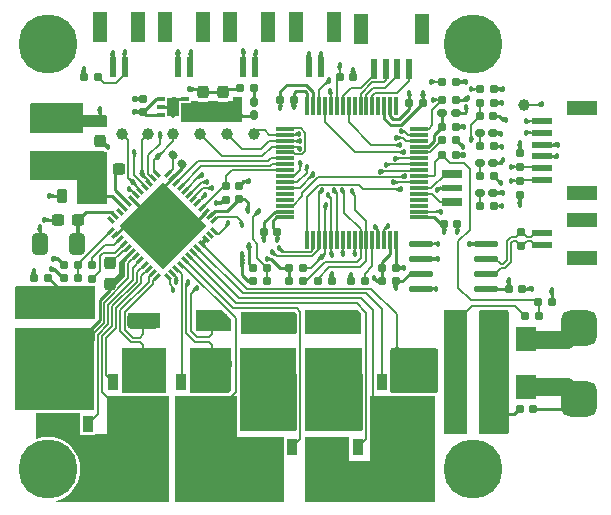
<source format=gbr>
%TF.GenerationSoftware,KiCad,Pcbnew,9.0.1*%
%TF.CreationDate,2025-05-07T17:15:19+08:00*%
%TF.ProjectId,CawDrive,43617744-7269-4766-952e-6b696361645f,rev?*%
%TF.SameCoordinates,Original*%
%TF.FileFunction,Copper,L1,Top*%
%TF.FilePolarity,Positive*%
%FSLAX46Y46*%
G04 Gerber Fmt 4.6, Leading zero omitted, Abs format (unit mm)*
G04 Created by KiCad (PCBNEW 9.0.1) date 2025-05-07 17:15:19*
%MOMM*%
%LPD*%
G01*
G04 APERTURE LIST*
G04 Aperture macros list*
%AMRoundRect*
0 Rectangle with rounded corners*
0 $1 Rounding radius*
0 $2 $3 $4 $5 $6 $7 $8 $9 X,Y pos of 4 corners*
0 Add a 4 corners polygon primitive as box body*
4,1,4,$2,$3,$4,$5,$6,$7,$8,$9,$2,$3,0*
0 Add four circle primitives for the rounded corners*
1,1,$1+$1,$2,$3*
1,1,$1+$1,$4,$5*
1,1,$1+$1,$6,$7*
1,1,$1+$1,$8,$9*
0 Add four rect primitives between the rounded corners*
20,1,$1+$1,$2,$3,$4,$5,0*
20,1,$1+$1,$4,$5,$6,$7,0*
20,1,$1+$1,$6,$7,$8,$9,0*
20,1,$1+$1,$8,$9,$2,$3,0*%
%AMRotRect*
0 Rectangle, with rotation*
0 The origin of the aperture is its center*
0 $1 length*
0 $2 width*
0 $3 Rotation angle, in degrees counterclockwise*
0 Add horizontal line*
21,1,$1,$2,0,0,$3*%
G04 Aperture macros list end*
%TA.AperFunction,SMDPad,CuDef*%
%ADD10RoundRect,0.160000X0.160000X-0.197500X0.160000X0.197500X-0.160000X0.197500X-0.160000X-0.197500X0*%
%TD*%
%TA.AperFunction,SMDPad,CuDef*%
%ADD11RoundRect,0.237500X-0.237500X0.300000X-0.237500X-0.300000X0.237500X-0.300000X0.237500X0.300000X0*%
%TD*%
%TA.AperFunction,SMDPad,CuDef*%
%ADD12RoundRect,0.155000X0.212500X0.155000X-0.212500X0.155000X-0.212500X-0.155000X0.212500X-0.155000X0*%
%TD*%
%TA.AperFunction,SMDPad,CuDef*%
%ADD13RoundRect,0.160000X-0.160000X0.222500X-0.160000X-0.222500X0.160000X-0.222500X0.160000X0.222500X0*%
%TD*%
%TA.AperFunction,SMDPad,CuDef*%
%ADD14C,1.000000*%
%TD*%
%TA.AperFunction,SMDPad,CuDef*%
%ADD15RoundRect,0.160000X0.197500X0.160000X-0.197500X0.160000X-0.197500X-0.160000X0.197500X-0.160000X0*%
%TD*%
%TA.AperFunction,SMDPad,CuDef*%
%ADD16RoundRect,0.250000X-0.412500X-0.650000X0.412500X-0.650000X0.412500X0.650000X-0.412500X0.650000X0*%
%TD*%
%TA.AperFunction,SMDPad,CuDef*%
%ADD17R,0.500000X1.700000*%
%TD*%
%TA.AperFunction,SMDPad,CuDef*%
%ADD18R,1.200000X2.500000*%
%TD*%
%TA.AperFunction,SMDPad,CuDef*%
%ADD19R,0.850000X1.450000*%
%TD*%
%TA.AperFunction,SMDPad,CuDef*%
%ADD20R,0.850000X1.050000*%
%TD*%
%TA.AperFunction,SMDPad,CuDef*%
%ADD21R,4.700000X3.750000*%
%TD*%
%TA.AperFunction,SMDPad,CuDef*%
%ADD22RoundRect,0.160000X-0.197500X-0.160000X0.197500X-0.160000X0.197500X0.160000X-0.197500X0.160000X0*%
%TD*%
%TA.AperFunction,SMDPad,CuDef*%
%ADD23RoundRect,0.250000X1.075000X-0.400000X1.075000X0.400000X-1.075000X0.400000X-1.075000X-0.400000X0*%
%TD*%
%TA.AperFunction,ComponentPad*%
%ADD24RoundRect,0.750000X-0.750000X-0.750000X0.750000X-0.750000X0.750000X0.750000X-0.750000X0.750000X0*%
%TD*%
%TA.AperFunction,SMDPad,CuDef*%
%ADD25R,0.660000X0.320000*%
%TD*%
%TA.AperFunction,SMDPad,CuDef*%
%ADD26R,1.000000X1.600000*%
%TD*%
%TA.AperFunction,SMDPad,CuDef*%
%ADD27R,1.700000X0.500000*%
%TD*%
%TA.AperFunction,SMDPad,CuDef*%
%ADD28R,2.500000X1.200000*%
%TD*%
%TA.AperFunction,SMDPad,CuDef*%
%ADD29RoundRect,0.155000X-0.212500X-0.155000X0.212500X-0.155000X0.212500X0.155000X-0.212500X0.155000X0*%
%TD*%
%TA.AperFunction,SMDPad,CuDef*%
%ADD30RoundRect,0.160000X0.222500X0.160000X-0.222500X0.160000X-0.222500X-0.160000X0.222500X-0.160000X0*%
%TD*%
%TA.AperFunction,SMDPad,CuDef*%
%ADD31RoundRect,0.250000X0.650000X-0.412500X0.650000X0.412500X-0.650000X0.412500X-0.650000X-0.412500X0*%
%TD*%
%TA.AperFunction,SMDPad,CuDef*%
%ADD32RoundRect,0.155000X0.155000X-0.212500X0.155000X0.212500X-0.155000X0.212500X-0.155000X-0.212500X0*%
%TD*%
%TA.AperFunction,ComponentPad*%
%ADD33C,0.800000*%
%TD*%
%TA.AperFunction,ComponentPad*%
%ADD34C,5.000000*%
%TD*%
%TA.AperFunction,SMDPad,CuDef*%
%ADD35RoundRect,0.225000X0.225000X0.375000X-0.225000X0.375000X-0.225000X-0.375000X0.225000X-0.375000X0*%
%TD*%
%TA.AperFunction,SMDPad,CuDef*%
%ADD36RoundRect,0.250000X0.412500X0.650000X-0.412500X0.650000X-0.412500X-0.650000X0.412500X-0.650000X0*%
%TD*%
%TA.AperFunction,SMDPad,CuDef*%
%ADD37R,1.800000X2.000000*%
%TD*%
%TA.AperFunction,SMDPad,CuDef*%
%ADD38R,1.700000X0.650000*%
%TD*%
%TA.AperFunction,SMDPad,CuDef*%
%ADD39RoundRect,0.237500X0.300000X0.237500X-0.300000X0.237500X-0.300000X-0.237500X0.300000X-0.237500X0*%
%TD*%
%TA.AperFunction,SMDPad,CuDef*%
%ADD40RoundRect,0.155000X-0.259862X0.040659X0.040659X-0.259862X0.259862X-0.040659X-0.040659X0.259862X0*%
%TD*%
%TA.AperFunction,SMDPad,CuDef*%
%ADD41RoundRect,0.237500X0.237500X-0.300000X0.237500X0.300000X-0.237500X0.300000X-0.237500X-0.300000X0*%
%TD*%
%TA.AperFunction,SMDPad,CuDef*%
%ADD42RoundRect,0.160000X-0.222500X-0.160000X0.222500X-0.160000X0.222500X0.160000X-0.222500X0.160000X0*%
%TD*%
%TA.AperFunction,SMDPad,CuDef*%
%ADD43RotRect,0.665000X0.280000X45.000000*%
%TD*%
%TA.AperFunction,SMDPad,CuDef*%
%ADD44RotRect,0.280000X0.665000X45.000000*%
%TD*%
%TA.AperFunction,SMDPad,CuDef*%
%ADD45RotRect,5.150000X5.150000X45.000000*%
%TD*%
%TA.AperFunction,SMDPad,CuDef*%
%ADD46O,2.045000X0.588000*%
%TD*%
%TA.AperFunction,SMDPad,CuDef*%
%ADD47R,4.220000X2.124000*%
%TD*%
%TA.AperFunction,SMDPad,CuDef*%
%ADD48RoundRect,0.155000X-0.155000X0.212500X-0.155000X-0.212500X0.155000X-0.212500X0.155000X0.212500X0*%
%TD*%
%TA.AperFunction,SMDPad,CuDef*%
%ADD49RoundRect,0.075000X0.700000X0.075000X-0.700000X0.075000X-0.700000X-0.075000X0.700000X-0.075000X0*%
%TD*%
%TA.AperFunction,SMDPad,CuDef*%
%ADD50RoundRect,0.075000X0.075000X0.700000X-0.075000X0.700000X-0.075000X-0.700000X0.075000X-0.700000X0*%
%TD*%
%TA.AperFunction,ViaPad*%
%ADD51C,0.457200*%
%TD*%
%TA.AperFunction,ViaPad*%
%ADD52C,0.609600*%
%TD*%
%TA.AperFunction,Conductor*%
%ADD53C,0.152400*%
%TD*%
%TA.AperFunction,Conductor*%
%ADD54C,0.279400*%
%TD*%
%TA.AperFunction,Conductor*%
%ADD55C,0.304800*%
%TD*%
%TA.AperFunction,Conductor*%
%ADD56C,1.524000*%
%TD*%
%TA.AperFunction,Conductor*%
%ADD57C,0.129286*%
%TD*%
%TA.AperFunction,Conductor*%
%ADD58C,0.160020*%
%TD*%
G04 APERTURE END LIST*
D10*
%TO.P,R17,1*%
%TO.N,+3.3V*%
X138049000Y-84163500D03*
%TO.P,R17,2*%
%TO.N,/DRV_FAULT*%
X138049000Y-82968500D03*
%TD*%
D11*
%TO.P,C16,1*%
%TO.N,+5V*%
X127381000Y-77496500D03*
%TO.P,C16,2*%
%TO.N,GND*%
X127381000Y-79221500D03*
%TD*%
D12*
%TO.P,C13,1*%
%TO.N,+5V*%
X152459500Y-91059000D03*
%TO.P,C13,2*%
%TO.N,GND*%
X151324500Y-91059000D03*
%TD*%
D13*
%TO.P,D4,1,K*%
%TO.N,Net-(D4-K)*%
X140462000Y-75881500D03*
%TO.P,D4,2,A*%
%TO.N,+3.3V*%
X140462000Y-77026500D03*
%TD*%
D14*
%TO.P,TP4,1,1*%
%TO.N,/TIM1_CH1*%
X133604000Y-78613000D03*
%TD*%
D15*
%TO.P,R1,1*%
%TO.N,/ADC2_IN9*%
X127216500Y-73787000D03*
%TO.P,R1,2*%
%TO.N,+3.3V*%
X126021500Y-73787000D03*
%TD*%
D16*
%TO.P,C38,1*%
%TO.N,+36V*%
X157437500Y-102870000D03*
%TO.P,C38,2*%
%TO.N,GND1*%
X160562500Y-102870000D03*
%TD*%
D17*
%TO.P,U6,1,1*%
%TO.N,/ADC2_IN9*%
X129500000Y-72947000D03*
%TO.P,U6,2,2*%
%TO.N,GND*%
X128500000Y-72947000D03*
D18*
%TO.P,U6,3,3*%
%TO.N,unconnected-(U6-Pad3)*%
X127400000Y-69547000D03*
%TO.P,U6,4,4*%
%TO.N,unconnected-(U6-Pad4)*%
X130600000Y-69547000D03*
%TD*%
D10*
%TO.P,R2,1*%
%TO.N,/SWDIO*%
X162941000Y-81369500D03*
%TO.P,R2,2*%
%TO.N,+3.3V*%
X162941000Y-80174500D03*
%TD*%
D19*
%TO.P,Q7,1,S*%
%TO.N,/DRV8323RSRGZR/PHASA*%
X122555000Y-103124000D03*
%TO.P,Q7,2,S*%
X123825000Y-103124000D03*
%TO.P,Q7,3,S*%
X125095000Y-103124000D03*
%TO.P,Q7,4,G*%
%TO.N,/DRV8323RSRGZR/GHA*%
X126365000Y-103124000D03*
D20*
%TO.P,Q7,5,D*%
%TO.N,+36V*%
X126365000Y-97424000D03*
%TO.P,Q7,6,D*%
X125095000Y-97424000D03*
%TO.P,Q7,7,D*%
X123825000Y-97424000D03*
%TO.P,Q7,8,D*%
X122555000Y-97424000D03*
D21*
%TO.P,Q7,9,D*%
X124460000Y-99824000D03*
%TD*%
D10*
%TO.P,R26,1*%
%TO.N,/CAN_N*%
X163068000Y-88100500D03*
%TO.P,R26,2*%
%TO.N,/CAN_P*%
X163068000Y-86905500D03*
%TD*%
D12*
%TO.P,C9,1*%
%TO.N,GND*%
X157539500Y-74168000D03*
%TO.P,C9,2*%
%TO.N,Net-(U8-VCAP_1)*%
X156404500Y-74168000D03*
%TD*%
D22*
%TO.P,R9,1*%
%TO.N,Net-(D1-K)*%
X159549500Y-79629000D03*
%TO.P,R9,2*%
%TO.N,/MCU_STA*%
X160744500Y-79629000D03*
%TD*%
D23*
%TO.P,R18,1*%
%TO.N,/DRV8323RSRGZR/SPA*%
X131064000Y-97562000D03*
%TO.P,R18,2*%
%TO.N,GND1*%
X131064000Y-94462000D03*
%TD*%
D24*
%TO.P,H8,1,1*%
%TO.N,GND1*%
X168000000Y-95000000D03*
%TD*%
D25*
%TO.P,U2,1,OUT*%
%TO.N,+3.3V*%
X134620000Y-76977000D03*
%TO.P,U2,2,SNS*%
X134620000Y-76327000D03*
%TO.P,U2,3,GND*%
%TO.N,GND*%
X134620000Y-75677000D03*
%TO.P,U2,4,EN*%
%TO.N,+5V*%
X132570000Y-75677000D03*
%TO.P,U2,5,GND*%
%TO.N,GND*%
X132570000Y-76327000D03*
%TO.P,U2,6,IN*%
%TO.N,+5V*%
X132570000Y-76977000D03*
D26*
%TO.P,U2,7,NC*%
%TO.N,GND*%
X133595000Y-76327000D03*
%TD*%
D15*
%TO.P,R8,1*%
%TO.N,/ADC1_IN10*%
X164554500Y-93980000D03*
%TO.P,R8,2*%
%TO.N,+36V*%
X163359500Y-93980000D03*
%TD*%
D27*
%TO.P,U5,1,1*%
%TO.N,/CAN_N*%
X164800000Y-88000000D03*
%TO.P,U5,2,2*%
%TO.N,/CAN_P*%
X164800000Y-87000000D03*
D28*
%TO.P,U5,3,3*%
%TO.N,unconnected-(U5-Pad3)*%
X168200000Y-85900000D03*
%TO.P,U5,4,4*%
%TO.N,unconnected-(U5-Pad4)*%
X168200000Y-89100000D03*
%TD*%
D29*
%TO.P,C2,1*%
%TO.N,+3.3V*%
X156531500Y-86233000D03*
%TO.P,C2,2*%
%TO.N,GND*%
X157666500Y-86233000D03*
%TD*%
D30*
%TO.P,L1,1*%
%TO.N,+3.3V*%
X157544500Y-76835000D03*
%TO.P,L1,2*%
%TO.N,+3.3VA*%
X156399500Y-76835000D03*
%TD*%
D14*
%TO.P,TP2,1,1*%
%TO.N,/TIM1_CH2N*%
X138176000Y-78613000D03*
%TD*%
D31*
%TO.P,C22,1*%
%TO.N,+36V*%
X121259600Y-95669500D03*
%TO.P,C22,2*%
%TO.N,GND1*%
X121259600Y-92544500D03*
%TD*%
D32*
%TO.P,C7,1*%
%TO.N,+5V*%
X131064000Y-76767500D03*
%TO.P,C7,2*%
%TO.N,GND*%
X131064000Y-75632500D03*
%TD*%
D19*
%TO.P,Q12,1,S*%
%TO.N,GND1*%
X155067000Y-99612000D03*
%TO.P,Q12,2,S*%
X153797000Y-99612000D03*
%TO.P,Q12,3,S*%
X152527000Y-99612000D03*
%TO.P,Q12,4,G*%
%TO.N,/DRV8323RSRGZR/GLC*%
X151257000Y-99612000D03*
D20*
%TO.P,Q12,5,D*%
%TO.N,/DRV8323RSRGZR/PHASC*%
X151257000Y-105312000D03*
%TO.P,Q12,6,D*%
X152527000Y-105312000D03*
%TO.P,Q12,7,D*%
X153797000Y-105312000D03*
%TO.P,Q12,8,D*%
X155067000Y-105312000D03*
D21*
%TO.P,Q12,9,D*%
X153162000Y-102912000D03*
%TD*%
D19*
%TO.P,Q9,1,S*%
%TO.N,/DRV8323RSRGZR/PHASB*%
X139845000Y-105112000D03*
%TO.P,Q9,2,S*%
X141115000Y-105112000D03*
%TO.P,Q9,3,S*%
X142385000Y-105112000D03*
%TO.P,Q9,4,G*%
%TO.N,/DRV8323RSRGZR/GHB*%
X143655000Y-105112000D03*
D20*
%TO.P,Q9,5,D*%
%TO.N,+36V*%
X143655000Y-99412000D03*
%TO.P,Q9,6,D*%
X142385000Y-99412000D03*
%TO.P,Q9,7,D*%
X141115000Y-99412000D03*
%TO.P,Q9,8,D*%
X139845000Y-99412000D03*
D21*
%TO.P,Q9,9,D*%
X141750000Y-101812000D03*
%TD*%
D31*
%TO.P,C23,1*%
%TO.N,+36V*%
X140462000Y-97592500D03*
%TO.P,C23,2*%
%TO.N,GND1*%
X140462000Y-94467500D03*
%TD*%
D12*
%TO.P,C10,1*%
%TO.N,+36V*%
X164067500Y-101854000D03*
%TO.P,C10,2*%
%TO.N,GND1*%
X162932500Y-101854000D03*
%TD*%
D29*
%TO.P,C19,1*%
%TO.N,/ADC1_IN10*%
X156404500Y-80391000D03*
%TO.P,C19,2*%
%TO.N,GND*%
X157539500Y-80391000D03*
%TD*%
D17*
%TO.P,U11,1,1*%
%TO.N,+5V*%
X135028750Y-72947000D03*
%TO.P,U11,2,2*%
%TO.N,GND*%
X134028750Y-72947000D03*
D18*
%TO.P,U11,3,3*%
%TO.N,unconnected-(U11-Pad3)*%
X132928750Y-69547000D03*
%TO.P,U11,4,4*%
%TO.N,unconnected-(U11-Pad4)*%
X136128750Y-69547000D03*
%TD*%
D14*
%TO.P,TP5,1,1*%
%TO.N,/TIM1_CH2*%
X131445000Y-78613000D03*
%TD*%
D33*
%TO.P,H2,1,1*%
%TO.N,unconnected-(H2-Pad1)_1*%
X157125000Y-71000000D03*
%TO.N,unconnected-(H2-Pad1)_5*%
X157674175Y-69674175D03*
%TO.N,unconnected-(H2-Pad1)_8*%
X157674175Y-72325825D03*
%TO.N,unconnected-(H2-Pad1)_2*%
X159000000Y-69125000D03*
D34*
%TO.N,unconnected-(H2-Pad1)*%
X159000000Y-71000000D03*
D33*
%TO.N,unconnected-(H2-Pad1)_4*%
X159000000Y-72875000D03*
%TO.N,unconnected-(H2-Pad1)_7*%
X160325825Y-69674175D03*
%TO.N,unconnected-(H2-Pad1)_6*%
X160325825Y-72325825D03*
%TO.N,unconnected-(H2-Pad1)_3*%
X160875000Y-71000000D03*
%TD*%
D24*
%TO.P,H6,1,1*%
%TO.N,/DRV8323RSRGZR/PHASB*%
X141000000Y-108000000D03*
%TD*%
D31*
%TO.P,C20,1*%
%TO.N,+36V*%
X126034800Y-95669500D03*
%TO.P,C20,2*%
%TO.N,GND1*%
X126034800Y-92544500D03*
%TD*%
D35*
%TO.P,D3,1,K*%
%TO.N,/DRV8323RSRGZR/SW*%
X127507000Y-83820000D03*
%TO.P,D3,2,A*%
%TO.N,GND*%
X124207000Y-83820000D03*
%TD*%
D17*
%TO.P,CN3,1,1*%
%TO.N,/SPI1_SCK*%
X153590000Y-73074000D03*
%TO.P,CN3,2,2*%
%TO.N,/SPI1_MISO*%
X152590000Y-73074000D03*
%TO.P,CN3,3,3*%
%TO.N,/SPI1_MOSI*%
X151590000Y-73074000D03*
%TO.P,CN3,4,4*%
%TO.N,/SPI1_NSS*%
X150590000Y-73074000D03*
D18*
%TO.P,CN3,5,5*%
%TO.N,unconnected-(CN3-Pad5)*%
X154690000Y-69674000D03*
%TO.P,CN3,6,6*%
%TO.N,unconnected-(CN3-Pad6)*%
X149490000Y-69674000D03*
%TD*%
D22*
%TO.P,R23,1*%
%TO.N,GND*%
X148627500Y-91059000D03*
%TO.P,R23,2*%
%TO.N,Net-(U8-BOOT0)*%
X149822500Y-91059000D03*
%TD*%
D31*
%TO.P,C25,1*%
%TO.N,+36V*%
X145796000Y-97592500D03*
%TO.P,C25,2*%
%TO.N,GND1*%
X145796000Y-94467500D03*
%TD*%
D15*
%TO.P,R20,1*%
%TO.N,/ADC3_IN2*%
X141567500Y-89916000D03*
%TO.P,R20,2*%
%TO.N,+3.3V*%
X140372500Y-89916000D03*
%TD*%
%TO.P,R5,1*%
%TO.N,/I2C1_SCL*%
X144615500Y-91059000D03*
%TO.P,R5,2*%
%TO.N,+3.3V*%
X143420500Y-91059000D03*
%TD*%
D29*
%TO.P,C11,1*%
%TO.N,+3.3VA*%
X156404500Y-77978000D03*
%TO.P,C11,2*%
%TO.N,GND*%
X157539500Y-77978000D03*
%TD*%
D12*
%TO.P,C17,1*%
%TO.N,GND*%
X163177500Y-91690000D03*
%TO.P,C17,2*%
%TO.N,+3.3V*%
X162042500Y-91690000D03*
%TD*%
D14*
%TO.P,TP1,1,1*%
%TO.N,/TIM1_CH1N*%
X140462000Y-78613000D03*
%TD*%
D33*
%TO.P,H4,1,1*%
%TO.N,unconnected-(H4-Pad1)_7*%
X121125000Y-107000000D03*
%TO.N,unconnected-(H4-Pad1)_5*%
X121674175Y-105674175D03*
%TO.N,unconnected-(H4-Pad1)_3*%
X121674175Y-108325825D03*
%TO.N,unconnected-(H4-Pad1)*%
X123000000Y-105125000D03*
D34*
%TO.N,unconnected-(H4-Pad1)_4*%
X123000000Y-107000000D03*
D33*
%TO.N,unconnected-(H4-Pad1)_2*%
X123000000Y-108875000D03*
%TO.N,unconnected-(H4-Pad1)_8*%
X124325825Y-105674175D03*
%TO.N,unconnected-(H4-Pad1)_6*%
X124325825Y-108325825D03*
%TO.N,unconnected-(H4-Pad1)_1*%
X124875000Y-107000000D03*
%TD*%
D36*
%TO.P,C30,1*%
%TO.N,+36V*%
X125446500Y-87884000D03*
%TO.P,C30,2*%
%TO.N,GND*%
X122321500Y-87884000D03*
%TD*%
D37*
%TO.P,TV1,1,K*%
%TO.N,+36V*%
X163500000Y-100000000D03*
%TO.P,TV1,2,A*%
%TO.N,GND1*%
X163500000Y-96000000D03*
%TD*%
D22*
%TO.P,R24,1*%
%TO.N,Net-(U8-VSSA)*%
X156374500Y-79121000D03*
%TO.P,R24,2*%
%TO.N,GND*%
X157569500Y-79121000D03*
%TD*%
D15*
%TO.P,R7,1*%
%TO.N,Net-(D4-K)*%
X140424500Y-74676000D03*
%TO.P,R7,2*%
%TO.N,GND*%
X139229500Y-74676000D03*
%TD*%
D38*
%TO.P,X1,1,OSC1*%
%TO.N,/HSE_IN*%
X157200000Y-84350000D03*
D27*
%TO.P,X1,2,GND*%
%TO.N,GND*%
X157200000Y-83150000D03*
D38*
%TO.P,X1,3,OSC2*%
%TO.N,/HSE_OUT*%
X157200000Y-81950000D03*
%TD*%
D16*
%TO.P,C36,1*%
%TO.N,+36V*%
X157437500Y-97423333D03*
%TO.P,C36,2*%
%TO.N,GND1*%
X160562500Y-97423333D03*
%TD*%
D15*
%TO.P,R10,1*%
%TO.N,+3.3V*%
X160744500Y-75946000D03*
%TO.P,R10,2*%
%TO.N,/RESET*%
X159549500Y-75946000D03*
%TD*%
D39*
%TO.P,C33,1*%
%TO.N,+36V*%
X125576500Y-85852000D03*
%TO.P,C33,2*%
%TO.N,GND*%
X123851500Y-85852000D03*
%TD*%
D40*
%TO.P,C31,1*%
%TO.N,Net-(U7-DVDD)*%
X133583717Y-80370717D03*
%TO.P,C31,2*%
%TO.N,GND*%
X134386283Y-81173283D03*
%TD*%
D15*
%TO.P,R4,1*%
%TO.N,GND1*%
X123025500Y-90805000D03*
%TO.P,R4,2*%
%TO.N,GND*%
X121830500Y-90805000D03*
%TD*%
%TO.P,R12,1*%
%TO.N,GND*%
X165697500Y-92837000D03*
%TO.P,R12,2*%
%TO.N,/ADC1_IN10*%
X164502500Y-92837000D03*
%TD*%
D14*
%TO.P,TP7,1,1*%
%TO.N,Net-(U8-PC13)*%
X163310000Y-76180000D03*
%TD*%
D41*
%TO.P,C35,1*%
%TO.N,+3.3V*%
X137795000Y-76808500D03*
%TO.P,C35,2*%
%TO.N,GND*%
X137795000Y-75083500D03*
%TD*%
D29*
%TO.P,C14,1*%
%TO.N,/RESET*%
X159579500Y-77089000D03*
%TO.P,C14,2*%
%TO.N,GND*%
X160714500Y-77089000D03*
%TD*%
D42*
%TO.P,D6,1,K*%
%TO.N,Net-(D6-K)*%
X159574500Y-83566000D03*
%TO.P,D6,2,A*%
%TO.N,+3.3V*%
X160719500Y-83566000D03*
%TD*%
D39*
%TO.P,C15,1*%
%TO.N,/DRV8323RSRGZR/CB*%
X129005500Y-81534000D03*
%TO.P,C15,2*%
%TO.N,/DRV8323RSRGZR/SW*%
X127280500Y-81534000D03*
%TD*%
D31*
%TO.P,C26,1*%
%TO.N,+36V*%
X148336000Y-97592500D03*
%TO.P,C26,2*%
%TO.N,GND1*%
X148336000Y-94467500D03*
%TD*%
D22*
%TO.P,R16,1*%
%TO.N,+3.3V*%
X143420500Y-89916000D03*
%TO.P,R16,2*%
%TO.N,/SPI3_MISO*%
X144615500Y-89916000D03*
%TD*%
D19*
%TO.P,Q8,1,S*%
%TO.N,/DRV8323RSRGZR/SPA*%
X132334000Y-99568000D03*
%TO.P,Q8,2,S*%
X131064000Y-99568000D03*
%TO.P,Q8,3,S*%
X129794000Y-99568000D03*
%TO.P,Q8,4,G*%
%TO.N,/DRV8323RSRGZR/GLA*%
X128524000Y-99568000D03*
D20*
%TO.P,Q8,5,D*%
%TO.N,/DRV8323RSRGZR/PHASA*%
X128524000Y-105268000D03*
%TO.P,Q8,6,D*%
X129794000Y-105268000D03*
%TO.P,Q8,7,D*%
X131064000Y-105268000D03*
%TO.P,Q8,8,D*%
X132334000Y-105268000D03*
D21*
%TO.P,Q8,9,D*%
X130429000Y-102868000D03*
%TD*%
D17*
%TO.P,U12,1,1*%
%TO.N,+3.3V*%
X140557500Y-72947000D03*
%TO.P,U12,2,2*%
%TO.N,GND*%
X139557500Y-72947000D03*
D18*
%TO.P,U12,3,3*%
%TO.N,unconnected-(U12-Pad3)*%
X138457500Y-69547000D03*
%TO.P,U12,4,4*%
%TO.N,unconnected-(U12-Pad4)*%
X141657500Y-69547000D03*
%TD*%
D14*
%TO.P,TP6,1,1*%
%TO.N,/TIM1_CH3*%
X129286000Y-78613000D03*
%TD*%
D10*
%TO.P,R3,1*%
%TO.N,GND*%
X162941000Y-83782500D03*
%TO.P,R3,2*%
%TO.N,/SWCLK*%
X162941000Y-82587500D03*
%TD*%
D12*
%TO.P,C6,1*%
%TO.N,+3.3V*%
X152459500Y-89916000D03*
%TO.P,C6,2*%
%TO.N,GND*%
X151324500Y-89916000D03*
%TD*%
D16*
%TO.P,C37,1*%
%TO.N,+36V*%
X157437500Y-100146667D03*
%TO.P,C37,2*%
%TO.N,GND1*%
X160562500Y-100146667D03*
%TD*%
D24*
%TO.P,H7,1,1*%
%TO.N,/DRV8323RSRGZR/PHASC*%
X151000000Y-108000000D03*
%TD*%
D23*
%TO.P,R19,1*%
%TO.N,/DRV8323RSRGZR/SPB*%
X136906000Y-97550000D03*
%TO.P,R19,2*%
%TO.N,GND1*%
X136906000Y-94450000D03*
%TD*%
D41*
%TO.P,C34,1*%
%TO.N,+3.3V*%
X136144000Y-76808500D03*
%TO.P,C34,2*%
%TO.N,GND*%
X136144000Y-75083500D03*
%TD*%
D24*
%TO.P,H9,1,1*%
%TO.N,+36V*%
X168000000Y-101000000D03*
%TD*%
D19*
%TO.P,Q10,1,S*%
%TO.N,/DRV8323RSRGZR/SPB*%
X138049000Y-99568000D03*
%TO.P,Q10,2,S*%
X136779000Y-99568000D03*
%TO.P,Q10,3,S*%
X135509000Y-99568000D03*
%TO.P,Q10,4,G*%
%TO.N,/DRV8323RSRGZR/GLB*%
X134239000Y-99568000D03*
D20*
%TO.P,Q10,5,D*%
%TO.N,/DRV8323RSRGZR/PHASB*%
X134239000Y-105268000D03*
%TO.P,Q10,6,D*%
X135509000Y-105268000D03*
%TO.P,Q10,7,D*%
X136779000Y-105268000D03*
%TO.P,Q10,8,D*%
X138049000Y-105268000D03*
D21*
%TO.P,Q10,9,D*%
X136144000Y-102868000D03*
%TD*%
D16*
%TO.P,C29,1*%
%TO.N,+36V*%
X157437500Y-94700000D03*
%TO.P,C29,2*%
%TO.N,GND1*%
X160562500Y-94700000D03*
%TD*%
D42*
%TO.P,D1,1,K*%
%TO.N,Net-(D1-K)*%
X159574500Y-78486000D03*
%TO.P,D1,2,A*%
%TO.N,+3.3V*%
X160719500Y-78486000D03*
%TD*%
%TO.P,D2,1,K*%
%TO.N,Net-(D2-K)*%
X159574500Y-81026000D03*
%TO.P,D2,2,A*%
%TO.N,+3.3V*%
X160719500Y-81026000D03*
%TD*%
D14*
%TO.P,TP3,1,1*%
%TO.N,/TIM1_CH3N*%
X135890000Y-78613000D03*
%TD*%
D15*
%TO.P,R14,1*%
%TO.N,/DRV8323RSRGZR/FB*%
X125565500Y-90805000D03*
%TO.P,R14,2*%
%TO.N,GND*%
X124370500Y-90805000D03*
%TD*%
D22*
%TO.P,R6,1*%
%TO.N,/I2C1_SDA*%
X145833500Y-91059000D03*
%TO.P,R6,2*%
%TO.N,+3.3V*%
X147028500Y-91059000D03*
%TD*%
D31*
%TO.P,C24,1*%
%TO.N,+36V*%
X142875000Y-97592500D03*
%TO.P,C24,2*%
%TO.N,GND1*%
X142875000Y-94467500D03*
%TD*%
D17*
%TO.P,U10,1,1*%
%TO.N,/I2C1_SDA*%
X146086250Y-72947000D03*
%TO.P,U10,2,2*%
%TO.N,/I2C1_SCL*%
X145086250Y-72947000D03*
D18*
%TO.P,U10,3,3*%
%TO.N,unconnected-(U10-Pad3)*%
X143986250Y-69547000D03*
%TO.P,U10,4,4*%
%TO.N,unconnected-(U10-Pad4)*%
X147186250Y-69547000D03*
%TD*%
D22*
%TO.P,R15,1*%
%TO.N,Net-(D6-K)*%
X159549500Y-84709000D03*
%TO.P,R15,2*%
%TO.N,/ENCODER_STA*%
X160744500Y-84709000D03*
%TD*%
D43*
%TO.P,U7,1,FB*%
%TO.N,/DRV8323RSRGZR/FB*%
X128361344Y-86824569D03*
%TO.P,U7,2,PGND*%
%TO.N,GND*%
X128714897Y-87178123D03*
%TO.P,U7,3,CPL*%
%TO.N,Net-(U7-CPL)*%
X129068450Y-87531676D03*
%TO.P,U7,4,CPH*%
%TO.N,Net-(U7-CPH)*%
X129422004Y-87885229D03*
%TO.P,U7,5,VCP*%
%TO.N,Net-(U7-VCP)*%
X129775557Y-88238783D03*
%TO.P,U7,6,VM*%
%TO.N,+36V*%
X130129111Y-88592336D03*
%TO.P,U7,7,VDRAIN*%
X130482664Y-88945889D03*
%TO.P,U7,8,GHA*%
%TO.N,/DRV8323RSRGZR/GHA*%
X130836217Y-89299443D03*
%TO.P,U7,9,SHA*%
%TO.N,/DRV8323RSRGZR/PHASA*%
X131189771Y-89652996D03*
%TO.P,U7,10,GLA*%
%TO.N,/DRV8323RSRGZR/GLA*%
X131543324Y-90006550D03*
%TO.P,U7,11,SPA*%
%TO.N,/DRV8323RSRGZR/SPA*%
X131896877Y-90360103D03*
%TO.P,U7,12,SNA*%
%TO.N,GND1*%
X132250431Y-90713656D03*
D44*
%TO.P,U7,13,SNB*%
X133179569Y-90713656D03*
%TO.P,U7,14,SPB*%
%TO.N,/DRV8323RSRGZR/SPB*%
X133533123Y-90360103D03*
%TO.P,U7,15,GLB*%
%TO.N,/DRV8323RSRGZR/GLB*%
X133886676Y-90006550D03*
%TO.P,U7,16,SHB*%
%TO.N,/DRV8323RSRGZR/PHASB*%
X134240229Y-89652996D03*
%TO.P,U7,17,GHB*%
%TO.N,/DRV8323RSRGZR/GHB*%
X134593783Y-89299443D03*
%TO.P,U7,18,GHC*%
%TO.N,/DRV8323RSRGZR/GHC*%
X134947336Y-88945889D03*
%TO.P,U7,19,SHC*%
%TO.N,/DRV8323RSRGZR/PHASC*%
X135300889Y-88592336D03*
%TO.P,U7,20,GLC*%
%TO.N,/DRV8323RSRGZR/GLC*%
X135654443Y-88238783D03*
%TO.P,U7,21,SPC*%
%TO.N,GND1*%
X136007996Y-87885229D03*
%TO.P,U7,22,SNC*%
X136361550Y-87531676D03*
%TO.P,U7,23,SOC*%
%TO.N,unconnected-(U7-SOC-Pad23)*%
X136715103Y-87178123D03*
%TO.P,U7,24,SOB*%
%TO.N,/ADC2_IN1*%
X137068656Y-86824569D03*
D43*
%TO.P,U7,25,SOA*%
%TO.N,/ADC1_IN0*%
X137068656Y-85895431D03*
%TO.P,U7,26,VREF*%
%TO.N,+3.3V*%
X136715103Y-85541877D03*
%TO.P,U7,27,DGND*%
%TO.N,GND*%
X136361550Y-85188324D03*
%TO.P,U7,28,nFAULT*%
%TO.N,/DRV_FAULT*%
X136007996Y-84834771D03*
%TO.P,U7,29,SDO*%
%TO.N,/SPI3_MISO*%
X135654443Y-84481217D03*
%TO.P,U7,30,SDI*%
%TO.N,/SPI3_MOSI*%
X135300889Y-84127664D03*
%TO.P,U7,31,SCLK*%
%TO.N,/SPI3_SCK*%
X134947336Y-83774111D03*
%TO.P,U7,32,nSCS*%
%TO.N,/DRV_SPI_NSS*%
X134593783Y-83420557D03*
%TO.P,U7,33,ENABLE*%
%TO.N,/DRV_ENABLE*%
X134240229Y-83067004D03*
%TO.P,U7,34,CAL*%
%TO.N,/DRV_CAL*%
X133886676Y-82713450D03*
%TO.P,U7,35,AGND*%
%TO.N,GND*%
X133533123Y-82359897D03*
%TO.P,U7,36,DVDD*%
%TO.N,Net-(U7-DVDD)*%
X133179569Y-82006344D03*
D44*
%TO.P,U7,37,INHA*%
%TO.N,/TIM1_CH1*%
X132250431Y-82006344D03*
%TO.P,U7,38,INLA*%
%TO.N,/TIM1_CH1N*%
X131896877Y-82359897D03*
%TO.P,U7,39,INHB*%
%TO.N,/TIM1_CH2*%
X131543324Y-82713450D03*
%TO.P,U7,40,INLB*%
%TO.N,/TIM1_CH2N*%
X131189771Y-83067004D03*
%TO.P,U7,41,INHC*%
%TO.N,/TIM1_CH3*%
X130836217Y-83420557D03*
%TO.P,U7,42,INLC*%
%TO.N,/TIM1_CH3N*%
X130482664Y-83774111D03*
%TO.P,U7,43,BGND*%
%TO.N,GND*%
X130129111Y-84127664D03*
%TO.P,U7,44,CB*%
%TO.N,/DRV8323RSRGZR/CB*%
X129775557Y-84481217D03*
%TO.P,U7,45,SW*%
%TO.N,/DRV8323RSRGZR/SW*%
X129422004Y-84834771D03*
%TO.P,U7,46,NC*%
%TO.N,unconnected-(U7-NC-Pad46)*%
X129068450Y-85188324D03*
%TO.P,U7,47,VIN*%
%TO.N,+36V*%
X128714897Y-85541877D03*
%TO.P,U7,48,nSHDN*%
%TO.N,unconnected-(U7-nSHDN-Pad48)*%
X128361344Y-85895431D03*
D45*
%TO.P,U7,49,EP*%
%TO.N,GND*%
X132715000Y-86360000D03*
%TD*%
D33*
%TO.P,H1,1,1*%
%TO.N,unconnected-(H1-Pad1)_5*%
X121125000Y-71000000D03*
%TO.N,unconnected-(H1-Pad1)_4*%
X121674175Y-69674175D03*
%TO.N,unconnected-(H1-Pad1)_8*%
X121674175Y-72325825D03*
%TO.N,unconnected-(H1-Pad1)_6*%
X123000000Y-69125000D03*
D34*
%TO.N,unconnected-(H1-Pad1)*%
X123000000Y-71000000D03*
D33*
%TO.N,unconnected-(H1-Pad1)_1*%
X123000000Y-72875000D03*
%TO.N,unconnected-(H1-Pad1)_7*%
X124325825Y-69674175D03*
%TO.N,unconnected-(H1-Pad1)_2*%
X124325825Y-72325825D03*
%TO.N,unconnected-(H1-Pad1)_3*%
X124875000Y-71000000D03*
%TD*%
D12*
%TO.P,C1,1*%
%TO.N,GND*%
X148847500Y-73787000D03*
%TO.P,C1,2*%
%TO.N,/ADC2_IN9*%
X147712500Y-73787000D03*
%TD*%
D33*
%TO.P,H3,1,1*%
%TO.N,unconnected-(H3-Pad1)_4*%
X157125000Y-107000000D03*
%TO.N,unconnected-(H3-Pad1)_7*%
X157674175Y-105674175D03*
%TO.N,unconnected-(H3-Pad1)_8*%
X157674175Y-108325825D03*
%TO.N,unconnected-(H3-Pad1)_1*%
X159000000Y-105125000D03*
D34*
%TO.N,unconnected-(H3-Pad1)_2*%
X159000000Y-107000000D03*
D33*
%TO.N,unconnected-(H3-Pad1)_5*%
X159000000Y-108875000D03*
%TO.N,unconnected-(H3-Pad1)_6*%
X160325825Y-105674175D03*
%TO.N,unconnected-(H3-Pad1)*%
X160325825Y-108325825D03*
%TO.N,unconnected-(H3-Pad1)_3*%
X160875000Y-107000000D03*
%TD*%
D22*
%TO.P,R13,1*%
%TO.N,+5V*%
X124370500Y-89662000D03*
%TO.P,R13,2*%
%TO.N,/DRV8323RSRGZR/FB*%
X125565500Y-89662000D03*
%TD*%
D27*
%TO.P,CN2,1,1*%
%TO.N,/SWCLK*%
X164800000Y-82500000D03*
%TO.P,CN2,2,2*%
%TO.N,/SWDIO*%
X164800000Y-81500000D03*
%TO.P,CN2,3,3*%
%TO.N,GND*%
X164800000Y-80500000D03*
%TO.P,CN2,4,4*%
%TO.N,+3.3V*%
X164800000Y-79500000D03*
%TO.P,CN2,5,5*%
%TO.N,/USART3_TX*%
X164800000Y-78500000D03*
%TO.P,CN2,6,6*%
%TO.N,/USART3_RX*%
X164800000Y-77500000D03*
D28*
%TO.P,CN2,7,7*%
%TO.N,unconnected-(CN2-Pad7)*%
X168200000Y-76400000D03*
%TO.P,CN2,8,8*%
%TO.N,unconnected-(CN2-Pad8)*%
X168200000Y-83600000D03*
%TD*%
D32*
%TO.P,C32,1*%
%TO.N,+3.3V*%
X139192000Y-84133500D03*
%TO.P,C32,2*%
%TO.N,GND*%
X139192000Y-82998500D03*
%TD*%
D46*
%TO.P,U1,1,TXD*%
%TO.N,/CAN_TX*%
X154581000Y-87884000D03*
%TO.P,U1,2,GND*%
%TO.N,GND*%
X154581000Y-89154000D03*
%TO.P,U1,3,VCC*%
%TO.N,+5V*%
X154581000Y-90424000D03*
%TO.P,U1,4,RXD*%
%TO.N,/CAN_RX*%
X154581000Y-91694000D03*
%TO.P,U1,5,VIO*%
%TO.N,+3.3V*%
X160125000Y-91694000D03*
%TO.P,U1,6,CANL*%
%TO.N,/CAN_N*%
X160125000Y-90424000D03*
%TO.P,U1,7,CANH*%
%TO.N,/CAN_P*%
X160125000Y-89154000D03*
%TO.P,U1,8,S*%
%TO.N,/CAN_STB*%
X160125000Y-87884000D03*
%TD*%
D12*
%TO.P,C12,1*%
%TO.N,GND*%
X157539500Y-75692000D03*
%TO.P,C12,2*%
%TO.N,/ADC3_IN2*%
X156404500Y-75692000D03*
%TD*%
%TO.P,C3,1*%
%TO.N,+3.3V*%
X154745500Y-75946000D03*
%TO.P,C3,2*%
%TO.N,GND*%
X153610500Y-75946000D03*
%TD*%
D31*
%TO.P,C21,1*%
%TO.N,+36V*%
X123647200Y-95669500D03*
%TO.P,C21,2*%
%TO.N,GND1*%
X123647200Y-92544500D03*
%TD*%
D24*
%TO.P,H5,1,1*%
%TO.N,/DRV8323RSRGZR/PHASA*%
X131000000Y-108000000D03*
%TD*%
D41*
%TO.P,C28,1*%
%TO.N,+36V*%
X128250000Y-91286500D03*
%TO.P,C28,2*%
%TO.N,Net-(U7-VCP)*%
X128250000Y-89561500D03*
%TD*%
D22*
%TO.P,R11,1*%
%TO.N,Net-(D2-K)*%
X159549500Y-82169000D03*
%TO.P,R11,2*%
%TO.N,/DRV_STA*%
X160744500Y-82169000D03*
%TD*%
D47*
%TO.P,L2,1,1*%
%TO.N,/DRV8323RSRGZR/SW*%
X123825000Y-81248000D03*
%TO.P,L2,2,2*%
%TO.N,+5V*%
X123825000Y-77248000D03*
%TD*%
D22*
%TO.P,R25,1*%
%TO.N,Net-(U8-PB2)*%
X159549500Y-74803000D03*
%TO.P,R25,2*%
%TO.N,GND*%
X160744500Y-74803000D03*
%TD*%
%TO.P,R21,1*%
%TO.N,GND*%
X140372500Y-91059000D03*
%TO.P,R21,2*%
%TO.N,/ADC3_IN2*%
X141567500Y-91059000D03*
%TD*%
D12*
%TO.P,C4,1*%
%TO.N,+3.3V*%
X143823500Y-75692000D03*
%TO.P,C4,2*%
%TO.N,GND*%
X142688500Y-75692000D03*
%TD*%
D19*
%TO.P,Q11,1,S*%
%TO.N,/DRV8323RSRGZR/PHASC*%
X145415000Y-105112000D03*
%TO.P,Q11,2,S*%
X146685000Y-105112000D03*
%TO.P,Q11,3,S*%
X147955000Y-105112000D03*
%TO.P,Q11,4,G*%
%TO.N,/DRV8323RSRGZR/GHC*%
X149225000Y-105112000D03*
D20*
%TO.P,Q11,5,D*%
%TO.N,+36V*%
X149225000Y-99412000D03*
%TO.P,Q11,6,D*%
X147955000Y-99412000D03*
%TO.P,Q11,7,D*%
X146685000Y-99412000D03*
%TO.P,Q11,8,D*%
X145415000Y-99412000D03*
D21*
%TO.P,Q11,9,D*%
X147320000Y-101812000D03*
%TD*%
D12*
%TO.P,C5,1*%
%TO.N,+3.3V*%
X142426500Y-86868000D03*
%TO.P,C5,2*%
%TO.N,GND*%
X141291500Y-86868000D03*
%TD*%
D48*
%TO.P,C27,1*%
%TO.N,Net-(U7-CPL)*%
X126750000Y-89729500D03*
%TO.P,C27,2*%
%TO.N,Net-(U7-CPH)*%
X126750000Y-90864500D03*
%TD*%
D49*
%TO.P,U8,1,VBAT*%
%TO.N,+3.3V*%
X154392000Y-85665000D03*
%TO.P,U8,2,PC13*%
%TO.N,Net-(U8-PC13)*%
X154392000Y-85165000D03*
%TO.P,U8,3,PC14*%
%TO.N,unconnected-(U8-PC14-Pad3)*%
X154392000Y-84665000D03*
%TO.P,U8,4,PC15*%
%TO.N,unconnected-(U8-PC15-Pad4)*%
X154392000Y-84165000D03*
%TO.P,U8,5,PH0*%
%TO.N,/HSE_IN*%
X154392000Y-83665000D03*
%TO.P,U8,6,PH1*%
%TO.N,/HSE_OUT*%
X154392000Y-83165000D03*
%TO.P,U8,7,NRST*%
%TO.N,/RESET*%
X154392000Y-82665000D03*
%TO.P,U8,8,PC0*%
%TO.N,/ADC1_IN10*%
X154392000Y-82165000D03*
%TO.P,U8,9,PC1*%
%TO.N,/ENCODER_STA*%
X154392000Y-81665000D03*
%TO.P,U8,10,PC2*%
%TO.N,/DRV_STA*%
X154392000Y-81165000D03*
%TO.P,U8,11,PC3*%
%TO.N,/MCU_STA*%
X154392000Y-80665000D03*
%TO.P,U8,12,VSSA*%
%TO.N,Net-(U8-VSSA)*%
X154392000Y-80165000D03*
%TO.P,U8,13,VDDA*%
%TO.N,+3.3VA*%
X154392000Y-79665000D03*
%TO.P,U8,14,PA0*%
%TO.N,/ADC1_IN0*%
X154392000Y-79165000D03*
%TO.P,U8,15,PA1*%
%TO.N,/ADC2_IN1*%
X154392000Y-78665000D03*
%TO.P,U8,16,PA2*%
%TO.N,/ADC3_IN2*%
X154392000Y-78165000D03*
D50*
%TO.P,U8,17,PA3*%
%TO.N,unconnected-(U8-PA3-Pad17)*%
X152467000Y-76240000D03*
%TO.P,U8,18,VSS*%
%TO.N,GND*%
X151967000Y-76240000D03*
%TO.P,U8,19,VDD*%
%TO.N,+3.3V*%
X151467000Y-76240000D03*
%TO.P,U8,20,PA4*%
%TO.N,unconnected-(U8-PA4-Pad20)*%
X150967000Y-76240000D03*
%TO.P,U8,21,PA5*%
%TO.N,/SPI1_SCK*%
X150467000Y-76240000D03*
%TO.P,U8,22,PA6*%
%TO.N,/SPI1_MISO*%
X149967000Y-76240000D03*
%TO.P,U8,23,PA7*%
%TO.N,/SPI1_MOSI*%
X149467000Y-76240000D03*
%TO.P,U8,24,PC4*%
%TO.N,unconnected-(U8-PC4-Pad24)*%
X148967000Y-76240000D03*
%TO.P,U8,25,PC5*%
%TO.N,/USART3_RX*%
X148467000Y-76240000D03*
%TO.P,U8,26,PB0*%
%TO.N,/SPI1_NSS*%
X147967000Y-76240000D03*
%TO.P,U8,27,PB1*%
%TO.N,/ADC2_IN9*%
X147467000Y-76240000D03*
%TO.P,U8,28,PB2*%
%TO.N,Net-(U8-PB2)*%
X146967000Y-76240000D03*
%TO.P,U8,29,PB10*%
%TO.N,/USART3_TX*%
X146467000Y-76240000D03*
%TO.P,U8,30,VCAP_1*%
%TO.N,Net-(U8-VCAP_1)*%
X145967000Y-76240000D03*
%TO.P,U8,31,VSS*%
%TO.N,GND*%
X145467000Y-76240000D03*
%TO.P,U8,32,VDD*%
%TO.N,+3.3V*%
X144967000Y-76240000D03*
D49*
%TO.P,U8,33,PB12*%
%TO.N,/TIM1_BKIN*%
X143042000Y-78165000D03*
%TO.P,U8,34,PB13*%
%TO.N,/TIM1_CH1N*%
X143042000Y-78665000D03*
%TO.P,U8,35,PB14*%
%TO.N,/TIM1_CH2N*%
X143042000Y-79165000D03*
%TO.P,U8,36,PB15*%
%TO.N,/TIM1_CH3N*%
X143042000Y-79665000D03*
%TO.P,U8,37,PC6*%
%TO.N,/TIM1_BKIN*%
X143042000Y-80165000D03*
%TO.P,U8,38,PC7*%
%TO.N,/DRV_CAL*%
X143042000Y-80665000D03*
%TO.P,U8,39,PC8*%
%TO.N,/DRV_ENABLE*%
X143042000Y-81165000D03*
%TO.P,U8,40,PC9*%
%TO.N,/DRV_FAULT*%
X143042000Y-81665000D03*
%TO.P,U8,41,PA8*%
%TO.N,/TIM1_CH1*%
X143042000Y-82165000D03*
%TO.P,U8,42,PA9*%
%TO.N,/TIM1_CH2*%
X143042000Y-82665000D03*
%TO.P,U8,43,PA10*%
%TO.N,/TIM1_CH3*%
X143042000Y-83165000D03*
%TO.P,U8,44,PA11*%
%TO.N,unconnected-(U8-PA11-Pad44)*%
X143042000Y-83665000D03*
%TO.P,U8,45,PA12*%
%TO.N,unconnected-(U8-PA12-Pad45)*%
X143042000Y-84165000D03*
%TO.P,U8,46,PA13*%
%TO.N,/SWDIO*%
X143042000Y-84665000D03*
%TO.P,U8,47,VSS*%
%TO.N,GND*%
X143042000Y-85165000D03*
%TO.P,U8,48,VDD*%
%TO.N,+3.3V*%
X143042000Y-85665000D03*
D50*
%TO.P,U8,49,PA14*%
%TO.N,/SWCLK*%
X144967000Y-87590000D03*
%TO.P,U8,50,PA15*%
%TO.N,/ENCODER_CAL_EN*%
X145467000Y-87590000D03*
%TO.P,U8,51,PC10*%
%TO.N,/SPI3_SCK*%
X145967000Y-87590000D03*
%TO.P,U8,52,PC11*%
%TO.N,/SPI3_MISO*%
X146467000Y-87590000D03*
%TO.P,U8,53,PC12*%
%TO.N,/SPI3_MOSI*%
X146967000Y-87590000D03*
%TO.P,U8,54,PD2*%
%TO.N,/DRV_SPI_NSS*%
X147467000Y-87590000D03*
%TO.P,U8,55,PB3*%
%TO.N,/ENCODER_SPI_NSS*%
X147967000Y-87590000D03*
%TO.P,U8,56,PB4*%
%TO.N,unconnected-(U8-PB4-Pad56)*%
X148467000Y-87590000D03*
%TO.P,U8,57,PB5*%
%TO.N,/CAN_STB*%
X148967000Y-87590000D03*
%TO.P,U8,58,PB6*%
%TO.N,/I2C1_SCL*%
X149467000Y-87590000D03*
%TO.P,U8,59,PB7*%
%TO.N,/I2C1_SDA*%
X149967000Y-87590000D03*
%TO.P,U8,60,BOOT0*%
%TO.N,Net-(U8-BOOT0)*%
X150467000Y-87590000D03*
%TO.P,U8,61,PB8*%
%TO.N,/CAN_RX*%
X150967000Y-87590000D03*
%TO.P,U8,62,PB9*%
%TO.N,/CAN_TX*%
X151467000Y-87590000D03*
%TO.P,U8,63,VSS*%
%TO.N,GND*%
X151967000Y-87590000D03*
%TO.P,U8,64,VDD*%
%TO.N,+3.3V*%
X152467000Y-87590000D03*
%TD*%
D51*
%TO.N,/SPI3_SCK*%
X142012442Y-88602650D03*
%TO.N,/TIM1_CH1*%
X132300000Y-80520000D03*
%TO.N,/TIM1_CH2*%
X130973262Y-82028316D03*
%TO.N,/TIM1_CH3*%
X130191342Y-82684653D03*
X145468669Y-82022713D03*
%TO.N,/TIM1_CH2*%
X144904596Y-81421162D03*
%TO.N,/TIM1_CH1*%
X144380000Y-81020000D03*
%TO.N,/TIM1_CH3N*%
X129850000Y-83250000D03*
X144344814Y-79880720D03*
%TO.N,/TIM1_CH2N*%
X130331400Y-80150180D03*
X144305500Y-79221489D03*
%TO.N,/TIM1_CH1N*%
X132500000Y-78640000D03*
X144238441Y-78564500D03*
%TO.N,GND*%
X133604000Y-75692000D03*
X133604000Y-76962000D03*
X128500000Y-71720000D03*
%TO.N,+3.3V*%
X126021500Y-73130000D03*
%TO.N,+36V*%
X125576500Y-85852000D03*
X129282341Y-89497659D03*
%TO.N,/SWCLK*%
X152860000Y-83274534D03*
%TO.N,/DRV8323RSRGZR/SPB*%
X133847400Y-91123782D03*
%TO.N,/SPI3_MISO*%
X146522501Y-84592280D03*
%TO.N,/SPI3_MOSI*%
X147049164Y-88886882D03*
%TO.N,/SWDIO*%
X162179000Y-81380000D03*
%TO.N,/SWCLK*%
X162179000Y-82540000D03*
%TO.N,/SWDIO*%
X153210000Y-82155688D03*
%TO.N,/DRV8323RSRGZR/SPB*%
X134868000Y-91130000D03*
%TO.N,/MCU_STA*%
X161480000Y-79690000D03*
X152362297Y-80714432D03*
%TO.N,/DRV_STA*%
X161350000Y-82770000D03*
X151600000Y-81250000D03*
%TO.N,/SPI3_MISO*%
X136299609Y-83768813D03*
X146195000Y-88975000D03*
%TO.N,/SPI3_SCK*%
X136431660Y-82683204D03*
X146180000Y-83364500D03*
%TO.N,/SPI3_MOSI*%
X146694998Y-83777906D03*
X136930000Y-83187490D03*
%TO.N,GND1*%
X135603624Y-91631077D03*
%TO.N,Net-(U8-VCAP_1)*%
X146820000Y-74050000D03*
%TO.N,/USART3_TX*%
X163520000Y-78480000D03*
%TO.N,/DRV_SPI_NSS*%
X136030000Y-82080000D03*
%TO.N,GND1*%
X133630000Y-91840000D03*
%TO.N,/DRV_SPI_NSS*%
X147210000Y-83364500D03*
%TO.N,/ADC2_IN9*%
X147701000Y-72771000D03*
X129500000Y-71670000D03*
%TO.N,Net-(U8-VCAP_1)*%
X155448000Y-74168000D03*
%TO.N,/ADC3_IN2*%
X155575000Y-75692000D03*
X140850000Y-85145200D03*
%TO.N,/USART3_TX*%
X153140000Y-80154032D03*
%TO.N,/USART3_RX*%
X152813569Y-79546431D03*
X163490000Y-77540000D03*
%TO.N,/I2C1_SCL*%
X145080000Y-71860000D03*
%TO.N,Net-(U8-PC13)*%
X164810000Y-76103800D03*
%TO.N,/CAN_TX*%
X151760000Y-86420000D03*
X156050000Y-87890000D03*
%TO.N,/ENCODER_CAL_EN*%
X142580000Y-88265000D03*
%TO.N,/ENCODER_SPI_NSS*%
X147967000Y-88748000D03*
%TO.N,/I2C1_SCL*%
X147936652Y-83370594D03*
%TO.N,/I2C1_SDA*%
X146090000Y-71860000D03*
%TO.N,/ENCODER_STA*%
X161428700Y-84678700D03*
%TO.N,Net-(U8-PB2)*%
X158800000Y-74803000D03*
%TO.N,/CAN_STB*%
X158680000Y-87910000D03*
%TO.N,/ADC1_IN0*%
X152509605Y-78940395D03*
%TO.N,/CAN_RX*%
X155886000Y-91694000D03*
%TO.N,Net-(U8-PB2)*%
X146900000Y-74970000D03*
%TO.N,/ADC1_IN0*%
X139419189Y-86302670D03*
%TO.N,Net-(U8-PC13)*%
X156245000Y-85175000D03*
%TO.N,/CAN_RX*%
X150710000Y-86450000D03*
%TO.N,/ENCODER_STA*%
X151120000Y-81784463D03*
%TO.N,/CAN_STB*%
X148980000Y-88780000D03*
%TO.N,/ADC2_IN1*%
X152880000Y-78350000D03*
X138280000Y-86120000D03*
%TO.N,/I2C1_SDA*%
X148720000Y-83390000D03*
%TO.N,GND*%
X139540000Y-71570000D03*
X164000000Y-91690000D03*
%TO.N,+3.3V*%
X137200000Y-84448000D03*
%TO.N,GND*%
X123070000Y-83810000D03*
%TO.N,+5V*%
X127380000Y-76450000D03*
X152450000Y-91660000D03*
%TO.N,GND*%
X134985000Y-74797000D03*
%TO.N,/RESET*%
X158850000Y-79120000D03*
%TO.N,GND*%
X158210000Y-80390000D03*
X158140000Y-79670000D03*
X148630000Y-90519200D03*
X139995789Y-82594211D03*
%TO.N,+3.3V*%
X156556250Y-86893750D03*
%TO.N,GND*%
X150623050Y-90813950D03*
%TO.N,+3.3V*%
X162940000Y-79380000D03*
X139065000Y-75819000D03*
X161510000Y-83570000D03*
%TO.N,GND*%
X158240000Y-78000000D03*
X122650000Y-85880000D03*
X161760000Y-77410000D03*
%TO.N,+3.3V*%
X161550000Y-80837400D03*
X161353750Y-78606250D03*
X139065000Y-77089000D03*
X139900000Y-85145200D03*
X147030000Y-90440000D03*
X154750000Y-75134200D03*
%TO.N,GND*%
X142690000Y-76380000D03*
X153610000Y-75134200D03*
X139446000Y-88773000D03*
X155923750Y-83383750D03*
%TO.N,+3.3V*%
X158421234Y-76318206D03*
%TO.N,GND*%
X121793000Y-90207000D03*
%TO.N,+3.3V*%
X139065000Y-76454000D03*
X140020000Y-88000000D03*
X161485711Y-75961025D03*
%TO.N,GND*%
X156060000Y-89170000D03*
X158530000Y-75560000D03*
X122310000Y-86480000D03*
X134010000Y-71620000D03*
%TO.N,+3.3V*%
X153180000Y-89910000D03*
X143830000Y-76350000D03*
X162020000Y-90950000D03*
X141580000Y-89160000D03*
X142420000Y-87580000D03*
X166180000Y-79510000D03*
X140580000Y-71670000D03*
%TO.N,+5V*%
X123410000Y-89150000D03*
X130302000Y-76708000D03*
X135080000Y-71680000D03*
%TO.N,/RESET*%
X152260000Y-82700000D03*
%TO.N,GND*%
X162940000Y-84580000D03*
X166130000Y-80480000D03*
X130305000Y-75637000D03*
X128100000Y-79700000D03*
X165670000Y-91810000D03*
X157670000Y-86910000D03*
X139446000Y-89408000D03*
X141270000Y-87570000D03*
X161544000Y-74803000D03*
X133595000Y-76327000D03*
X123300000Y-90020000D03*
X158369000Y-74168000D03*
X148840000Y-73200000D03*
D52*
X134620000Y-87376000D03*
X133604000Y-86233000D03*
X134620000Y-85344000D03*
X133604000Y-88392000D03*
X130810000Y-87376000D03*
X131699000Y-86360000D03*
X131826000Y-88392000D03*
X131953000Y-84328000D03*
X132842000Y-85344000D03*
X132715000Y-87376000D03*
X130810000Y-85344000D03*
X133731000Y-84455000D03*
%TO.N,+36V*%
X147955000Y-103124000D03*
X126365000Y-101346000D03*
X122555000Y-99441000D03*
X139827000Y-102235000D03*
X147955000Y-100330000D03*
X143637000Y-100330000D03*
X142367000Y-103124000D03*
X149225000Y-102235000D03*
X122555000Y-98425000D03*
X146685000Y-103124000D03*
X123825000Y-101346000D03*
X141097000Y-101219000D03*
X157861000Y-99949000D03*
X123825000Y-100457000D03*
X146685000Y-101219000D03*
X126365000Y-98425000D03*
X157099000Y-102235000D03*
X122555000Y-101346000D03*
X125095000Y-99441000D03*
X145415000Y-102235000D03*
X125095000Y-101346000D03*
X146685000Y-102235000D03*
X123825000Y-98425000D03*
X125095000Y-100457000D03*
X157861000Y-100711000D03*
X142367000Y-102235000D03*
X149225000Y-103124000D03*
X142367000Y-101219000D03*
X143637000Y-103124000D03*
X145415000Y-100330000D03*
X141097000Y-100330000D03*
X126365000Y-100457000D03*
X141097000Y-103124000D03*
X143637000Y-101219000D03*
X126365000Y-99441000D03*
X145415000Y-103124000D03*
X139827000Y-101219000D03*
X149225000Y-100330000D03*
X157099000Y-100711000D03*
X122555000Y-100457000D03*
X139827000Y-103124000D03*
X149225000Y-101219000D03*
X139827000Y-100330000D03*
X142367000Y-100330000D03*
X147955000Y-101219000D03*
X123825000Y-99441000D03*
X141097000Y-102235000D03*
X157861000Y-102235000D03*
X147955000Y-102235000D03*
X146685000Y-100330000D03*
X157099000Y-99949000D03*
X125095000Y-98425000D03*
X157861000Y-103505000D03*
X145415000Y-101219000D03*
X157099000Y-103505000D03*
X143637000Y-102235000D03*
%TO.N,/DRV8323RSRGZR/PHASA*%
X128524000Y-104267000D03*
X129794000Y-104267000D03*
X122555000Y-102743000D03*
X128524000Y-103632000D03*
X132334000Y-103632000D03*
X123825000Y-102743000D03*
X125095000Y-102743000D03*
X132334000Y-104267000D03*
X131064000Y-104267000D03*
X129794000Y-103632000D03*
X125095000Y-103505000D03*
X123825000Y-103505000D03*
X122555000Y-103505000D03*
X131064000Y-103632000D03*
%TO.N,/DRV8323RSRGZR/PHASB*%
X135509000Y-104267000D03*
X139845000Y-104648000D03*
X134239000Y-104267000D03*
X134239000Y-103632000D03*
X135509000Y-103632000D03*
X141097000Y-104648000D03*
X141097000Y-105537000D03*
X136779000Y-104267000D03*
X142367000Y-105537000D03*
X138049000Y-103632000D03*
X142367000Y-104648000D03*
X139827000Y-105537000D03*
X138049000Y-104267000D03*
X136779000Y-103632000D03*
%TO.N,/DRV8323RSRGZR/PHASC*%
X146685000Y-105537000D03*
X152527000Y-104267000D03*
X145415000Y-104648000D03*
X147955000Y-105537000D03*
X145415000Y-105537000D03*
X151257000Y-104267000D03*
X153797000Y-104267000D03*
X147955000Y-104648000D03*
X155067000Y-104267000D03*
X146685000Y-104648000D03*
%TO.N,/DRV8323RSRGZR/SPA*%
X131699000Y-97917000D03*
X129540000Y-97917000D03*
X132588000Y-97917000D03*
X130429000Y-97917000D03*
%TO.N,/DRV8323RSRGZR/SPB*%
X135382000Y-98044000D03*
X138303000Y-98044000D03*
X136271000Y-98044000D03*
X137414000Y-98044000D03*
%TO.N,GND1*%
X142240000Y-94869000D03*
X121666000Y-93853000D03*
X147701000Y-93980000D03*
X139700000Y-93980000D03*
X130048000Y-94742000D03*
X124079000Y-93853000D03*
X130048000Y-94107000D03*
X120777000Y-93853000D03*
X147701000Y-94869000D03*
X143637000Y-93980000D03*
X137922000Y-94107000D03*
X155194000Y-98044000D03*
X152527000Y-97155000D03*
X126365000Y-93853000D03*
X132080000Y-94742000D03*
X149098000Y-93980000D03*
X146431000Y-93980000D03*
X153797000Y-97155000D03*
X142240000Y-93980000D03*
X145161000Y-93980000D03*
X132080000Y-94107000D03*
X160147000Y-95377000D03*
X160147000Y-96774000D03*
X160909000Y-94107000D03*
X160147000Y-98044000D03*
X155194000Y-97155000D03*
X123317000Y-93853000D03*
X153797000Y-98044000D03*
X141224000Y-93980000D03*
X146431000Y-94869000D03*
X149098000Y-94869000D03*
X137922000Y-94742000D03*
X160147000Y-94107000D03*
X141097000Y-94869000D03*
X125603000Y-93853000D03*
X152527000Y-98044000D03*
X160909000Y-95377000D03*
X139700000Y-94869000D03*
X160909000Y-96774000D03*
X135890000Y-94107000D03*
X135890000Y-94742000D03*
X143637000Y-94869000D03*
X160909000Y-98044000D03*
X145161000Y-94869000D03*
%TD*%
D53*
%TO.N,/DRV_FAULT*%
X138575000Y-81665000D02*
X143042000Y-81665000D01*
X138049000Y-82968500D02*
X138049000Y-82191000D01*
X138049000Y-82191000D02*
X138575000Y-81665000D01*
%TO.N,/DRV_ENABLE*%
X141945000Y-81165000D02*
X143042000Y-81165000D01*
X134240229Y-83067004D02*
X135998833Y-81308400D01*
X135998833Y-81308400D02*
X141801600Y-81308400D01*
X141801600Y-81308400D02*
X141945000Y-81165000D01*
%TO.N,/DRV_CAL*%
X141870000Y-80660000D02*
X143037000Y-80660000D01*
X141658100Y-80871900D02*
X141870000Y-80660000D01*
X143037000Y-80660000D02*
X143042000Y-80665000D01*
X135728226Y-80871900D02*
X141658100Y-80871900D01*
X133886676Y-82713450D02*
X135728226Y-80871900D01*
%TO.N,/TIM1_CH1N*%
X141380000Y-78300000D02*
X140775000Y-78300000D01*
X140775000Y-78300000D02*
X140462000Y-78613000D01*
X141745000Y-78665000D02*
X141380000Y-78300000D01*
X143042000Y-78665000D02*
X141745000Y-78665000D01*
%TO.N,/TIM1_CH2N*%
X139413000Y-79850000D02*
X138176000Y-78613000D01*
X143037000Y-79160000D02*
X141710000Y-79160000D01*
X141710000Y-79160000D02*
X141020000Y-79850000D01*
X141020000Y-79850000D02*
X139413000Y-79850000D01*
X143042000Y-79165000D02*
X143037000Y-79160000D01*
%TO.N,/TIM1_CH3N*%
X137777000Y-80500000D02*
X135890000Y-78613000D01*
X141110000Y-80500000D02*
X137777000Y-80500000D01*
X141945000Y-79665000D02*
X141110000Y-80500000D01*
X143042000Y-79665000D02*
X141945000Y-79665000D01*
%TO.N,Net-(U8-PC13)*%
X156235000Y-85165000D02*
X156245000Y-85175000D01*
X154392000Y-85165000D02*
X156235000Y-85165000D01*
%TO.N,/RESET*%
X158850000Y-77818500D02*
X158850000Y-79120000D01*
X159579500Y-77089000D02*
X158850000Y-77818500D01*
D54*
%TO.N,GND*%
X161201500Y-77089000D02*
X160714500Y-77089000D01*
X161522500Y-77410000D02*
X161201500Y-77089000D01*
X161760000Y-77410000D02*
X161522500Y-77410000D01*
X158398000Y-75692000D02*
X158530000Y-75560000D01*
X157539500Y-75692000D02*
X158398000Y-75692000D01*
D53*
%TO.N,Net-(U8-PB2)*%
X158800000Y-74803000D02*
X159549500Y-74803000D01*
%TO.N,Net-(U8-VCAP_1)*%
X145967000Y-74903000D02*
X145967000Y-76240000D01*
X146820000Y-74050000D02*
X145967000Y-74903000D01*
%TO.N,/USART3_RX*%
X148467000Y-77577000D02*
X148467000Y-76240000D01*
X150390000Y-79500000D02*
X148467000Y-77577000D01*
X152662341Y-79546431D02*
X152615910Y-79500000D01*
X152813569Y-79546431D02*
X152662341Y-79546431D01*
X152615910Y-79500000D02*
X150390000Y-79500000D01*
%TO.N,/RESET*%
X154377000Y-82680000D02*
X154392000Y-82665000D01*
X152280000Y-82680000D02*
X154377000Y-82680000D01*
X152260000Y-82700000D02*
X152280000Y-82680000D01*
%TO.N,/SWDIO*%
X144510000Y-83886888D02*
X143731888Y-84665000D01*
X145891037Y-82228963D02*
X144510000Y-83610000D01*
X144510000Y-83610000D02*
X144510000Y-83886888D01*
X143731888Y-84665000D02*
X143042000Y-84665000D01*
X153136725Y-82228963D02*
X145891037Y-82228963D01*
X153210000Y-82155688D02*
X153136725Y-82228963D01*
D54*
%TO.N,+5V*%
X123858500Y-89150000D02*
X124370500Y-89662000D01*
X123410000Y-89150000D02*
X123858500Y-89150000D01*
D53*
%TO.N,/SWCLK*%
X144967000Y-83903000D02*
X144967000Y-87590000D01*
X145950000Y-82920000D02*
X144967000Y-83903000D01*
X149350000Y-82920000D02*
X145950000Y-82920000D01*
X149704534Y-83274534D02*
X149350000Y-82920000D01*
X152860000Y-83274534D02*
X149704534Y-83274534D01*
%TO.N,/USART3_TX*%
X153125968Y-80140000D02*
X153140000Y-80154032D01*
X146467000Y-77627000D02*
X148980000Y-80140000D01*
X148980000Y-80140000D02*
X153125968Y-80140000D01*
X146467000Y-76240000D02*
X146467000Y-77627000D01*
%TO.N,/MCU_STA*%
X152411729Y-80665000D02*
X154392000Y-80665000D01*
X152362297Y-80714432D02*
X152411729Y-80665000D01*
%TO.N,/DRV_STA*%
X151685000Y-81165000D02*
X154392000Y-81165000D01*
X151600000Y-81250000D02*
X151685000Y-81165000D01*
%TO.N,/ENCODER_STA*%
X151191188Y-81711188D02*
X154345812Y-81711188D01*
X151120000Y-81782376D02*
X151191188Y-81711188D01*
X151120000Y-81784463D02*
X151120000Y-81782376D01*
X154345812Y-81711188D02*
X154392000Y-81665000D01*
%TO.N,/CAN_RX*%
X150967000Y-86707000D02*
X150967000Y-87590000D01*
X150710000Y-86450000D02*
X150967000Y-86707000D01*
%TO.N,/CAN_TX*%
X151467000Y-86713000D02*
X151467000Y-87590000D01*
X151760000Y-86420000D02*
X151467000Y-86713000D01*
D54*
%TO.N,GND*%
X151323500Y-91060000D02*
X151324500Y-91059000D01*
X150869100Y-91060000D02*
X151323500Y-91060000D01*
X150623050Y-90813950D02*
X150869100Y-91060000D01*
D53*
%TO.N,Net-(U8-BOOT0)*%
X150467000Y-89780000D02*
X149822500Y-90424500D01*
X149822500Y-90424500D02*
X149822500Y-91059000D01*
%TO.N,/I2C1_SDA*%
X146820000Y-89900000D02*
X149424308Y-89900000D01*
X145833500Y-90886500D02*
X146820000Y-89900000D01*
X149424308Y-89900000D02*
X149967000Y-89357308D01*
X149967000Y-89357308D02*
X149967000Y-87590000D01*
X145833500Y-91059000D02*
X145833500Y-90886500D01*
D54*
%TO.N,+3.3V*%
X147030000Y-91057500D02*
X147028500Y-91059000D01*
X147030000Y-90440000D02*
X147030000Y-91057500D01*
D53*
%TO.N,/CAN_STB*%
X148980000Y-87603000D02*
X148967000Y-87590000D01*
X148980000Y-88780000D02*
X148980000Y-87603000D01*
%TO.N,/SPI3_MISO*%
X146467000Y-88703000D02*
X146195000Y-88975000D01*
X146467000Y-87590000D02*
X146467000Y-88703000D01*
X146195000Y-88975000D02*
X145254000Y-89916000D01*
X145254000Y-89916000D02*
X144615500Y-89916000D01*
%TO.N,/SPI3_SCK*%
X142356392Y-88946600D02*
X142012442Y-88602650D01*
X145389708Y-88946600D02*
X142356392Y-88946600D01*
X145967000Y-88369308D02*
X145389708Y-88946600D01*
X145967000Y-87590000D02*
X145967000Y-88369308D01*
D54*
%TO.N,+3.3V*%
X142642056Y-89916000D02*
X143420500Y-89916000D01*
X141886056Y-89160000D02*
X142642056Y-89916000D01*
X141580000Y-89160000D02*
X141886056Y-89160000D01*
D53*
%TO.N,/ADC3_IN2*%
X140350000Y-87530000D02*
X140350000Y-85645200D01*
X140720000Y-87900000D02*
X140350000Y-87530000D01*
X140720000Y-89068500D02*
X140720000Y-87900000D01*
X140350000Y-85645200D02*
X140850000Y-85145200D01*
X141567500Y-89916000D02*
X140720000Y-89068500D01*
%TO.N,GND1*%
X133358630Y-90892717D02*
X133179569Y-90713656D01*
X133338400Y-90912947D02*
X133358630Y-90892717D01*
X133338400Y-91334617D02*
X133338400Y-90912947D01*
X133630000Y-91840000D02*
X133630000Y-91626218D01*
X133630000Y-91626218D02*
X133338400Y-91334617D01*
%TO.N,/DRV8323RSRGZR/SPB*%
X134868000Y-91130000D02*
X134721599Y-91276401D01*
%TO.N,GND1*%
X136630000Y-95823400D02*
X136906000Y-95547400D01*
X136906000Y-95547400D02*
X136906000Y-94450000D01*
X135078199Y-95273891D02*
X135627708Y-95823400D01*
X135078199Y-92156502D02*
X135078199Y-95273891D01*
X135603624Y-91631077D02*
X135078199Y-92156502D01*
X135627708Y-95823400D02*
X136630000Y-95823400D01*
%TO.N,/DRV8323RSRGZR/SPB*%
X135480000Y-96180000D02*
X134721599Y-95421599D01*
X134721599Y-95421599D02*
X134721599Y-91276401D01*
X136906000Y-96446000D02*
X136640000Y-96180000D01*
X136640000Y-96180000D02*
X135480000Y-96180000D01*
X136906000Y-97550000D02*
X136906000Y-96446000D01*
X133847400Y-90674380D02*
X133847400Y-91123782D01*
X133533123Y-90360103D02*
X133847400Y-90674380D01*
%TO.N,/DRV8323RSRGZR/GLB*%
X134360000Y-99447000D02*
X134360000Y-90479874D01*
X134239000Y-99568000D02*
X134360000Y-99447000D01*
X134360000Y-90479874D02*
X133886676Y-90006550D01*
%TO.N,/SPI3_MISO*%
X146522501Y-84741499D02*
X146467000Y-84797000D01*
X146522501Y-84592280D02*
X146522501Y-84741499D01*
X146467000Y-84797000D02*
X146467000Y-87590000D01*
%TO.N,/SPI3_MOSI*%
X146967000Y-87590000D02*
X146967000Y-84049908D01*
X146967000Y-84049908D02*
X146694998Y-83777906D01*
%TO.N,/SPI3_SCK*%
X145967000Y-83553000D02*
X145967000Y-87590000D01*
X146155500Y-83364500D02*
X145967000Y-83553000D01*
X146180000Y-83364500D02*
X146155500Y-83364500D01*
%TO.N,/DRV_SPI_NSS*%
X147467000Y-83621500D02*
X147467000Y-87590000D01*
X147210000Y-83364500D02*
X147467000Y-83621500D01*
%TO.N,/TIM1_CH3N*%
X144129094Y-79665000D02*
X143042000Y-79665000D01*
X144344814Y-79880720D02*
X144129094Y-79665000D01*
%TO.N,/TIM1_CH2*%
X144105000Y-82665000D02*
X144904596Y-81865404D01*
X143042000Y-82665000D02*
X144105000Y-82665000D01*
X144904596Y-81865404D02*
X144904596Y-81421162D01*
%TO.N,/TIM1_CH3*%
X144326382Y-83165000D02*
X143042000Y-83165000D01*
X145468669Y-82022713D02*
X144326382Y-83165000D01*
%TO.N,/TIM1_CH1N*%
X131490000Y-81953020D02*
X131896877Y-82359897D01*
X132480000Y-79410000D02*
X131490000Y-80400000D01*
X132480000Y-78660000D02*
X132480000Y-79410000D01*
X131490000Y-80400000D02*
X131490000Y-81953020D01*
X132500000Y-78640000D02*
X132480000Y-78660000D01*
%TO.N,/TIM1_CH1*%
X133604000Y-79216000D02*
X132300000Y-80520000D01*
X133604000Y-78613000D02*
X133604000Y-79216000D01*
X131980000Y-81735913D02*
X132250431Y-82006344D01*
X131980000Y-80840000D02*
X131980000Y-81735913D01*
X132300000Y-80520000D02*
X131980000Y-80840000D01*
%TO.N,/TIM1_CH2N*%
X130327524Y-80154056D02*
X130327524Y-82101000D01*
X130331400Y-80150180D02*
X130327524Y-80154056D01*
X130327524Y-82101000D02*
X131189771Y-82963247D01*
X131189771Y-82963247D02*
X131189771Y-83067004D01*
%TO.N,/TIM1_CH2*%
X130973262Y-79084738D02*
X131445000Y-78613000D01*
X130973262Y-82028316D02*
X130973262Y-79084738D01*
X131543324Y-82600880D02*
X131543324Y-82713450D01*
X130973262Y-82030818D02*
X131543324Y-82600880D01*
X130973262Y-82028316D02*
X130973262Y-82030818D01*
%TO.N,/I2C1_SDA*%
X149967000Y-85977000D02*
X149967000Y-87590000D01*
X149020000Y-85030000D02*
X149967000Y-85977000D01*
X149020000Y-83831392D02*
X149020000Y-85030000D01*
X148720000Y-83531392D02*
X149020000Y-83831392D01*
X148720000Y-83390000D02*
X148720000Y-83531392D01*
%TO.N,/ADC2_IN1*%
X137284087Y-87040000D02*
X137068656Y-86824569D01*
X138280000Y-86273300D02*
X137513300Y-87040000D01*
X137513300Y-87040000D02*
X137284087Y-87040000D01*
X138280000Y-86120000D02*
X138280000Y-86273300D01*
%TO.N,/ADC1_IN0*%
X138998666Y-85599973D02*
X139419189Y-86020496D01*
X137364114Y-85599973D02*
X138998666Y-85599973D01*
X137068656Y-85895431D02*
X137364114Y-85599973D01*
X139419189Y-86020496D02*
X139419189Y-86302670D01*
D54*
%TO.N,+3.3V*%
X138130000Y-85150000D02*
X139146500Y-84133500D01*
X137129749Y-85150000D02*
X138130000Y-85150000D01*
X136737872Y-85541877D02*
X137129749Y-85150000D01*
X136715103Y-85541877D02*
X136737872Y-85541877D01*
X139146500Y-84133500D02*
X139192000Y-84133500D01*
X138024900Y-84187600D02*
X138049000Y-84163500D01*
X137795000Y-84187600D02*
X138024900Y-84187600D01*
X137534600Y-84448000D02*
X137795000Y-84187600D01*
X137200000Y-84448000D02*
X137534600Y-84448000D01*
D53*
%TO.N,/TIM1_BKIN*%
X143731888Y-80165000D02*
X143042000Y-80165000D01*
X144790314Y-80065253D02*
X144529347Y-80326220D01*
X144529347Y-80326220D02*
X143893108Y-80326220D01*
X143893108Y-80326220D02*
X143731888Y-80165000D01*
X144790314Y-78486340D02*
X144790314Y-80065253D01*
X144422974Y-78119000D02*
X144790314Y-78486340D01*
X143088000Y-78119000D02*
X144422974Y-78119000D01*
X143042000Y-78165000D02*
X143088000Y-78119000D01*
%TO.N,/TIM1_CH3*%
X129823400Y-82316711D02*
X130191342Y-82684653D01*
X129823400Y-79150400D02*
X129823400Y-82316711D01*
X129286000Y-78613000D02*
X129823400Y-79150400D01*
X130191342Y-82684653D02*
X130836217Y-83329528D01*
X130836217Y-83329528D02*
X130836217Y-83420557D01*
%TO.N,/TIM1_CH3N*%
X130077389Y-83368836D02*
X130482664Y-83774111D01*
X129968836Y-83368836D02*
X130077389Y-83368836D01*
X129850000Y-83250000D02*
X129968836Y-83368836D01*
%TO.N,/TIM1_CH1*%
X144380000Y-81630000D02*
X143845000Y-82165000D01*
X144380000Y-81020000D02*
X144380000Y-81630000D01*
X143845000Y-82165000D02*
X143042000Y-82165000D01*
%TO.N,/TIM1_CH2N*%
X144249011Y-79165000D02*
X144305500Y-79221489D01*
X143042000Y-79165000D02*
X144249011Y-79165000D01*
%TO.N,/TIM1_CH1N*%
X144137941Y-78665000D02*
X144238441Y-78564500D01*
X143042000Y-78665000D02*
X144137941Y-78665000D01*
D54*
%TO.N,/DRV8323RSRGZR/CB*%
X128640000Y-83345660D02*
X128640000Y-81899500D01*
X128640000Y-81899500D02*
X129005500Y-81534000D01*
X129775557Y-84481217D02*
X128640000Y-83345660D01*
D53*
%TO.N,/DRV_FAULT*%
X136085229Y-84834771D02*
X136007996Y-84834771D01*
X137951500Y-82968500D02*
X136085229Y-84834771D01*
X138049000Y-82968500D02*
X137951500Y-82968500D01*
%TO.N,/SPI3_MISO*%
X136299609Y-83836051D02*
X135654443Y-84481217D01*
X136299609Y-83768813D02*
X136299609Y-83836051D01*
%TO.N,/SPI3_MOSI*%
X136926286Y-83191204D02*
X136158796Y-83191204D01*
X136158796Y-83191204D02*
X135300889Y-84049111D01*
X135300889Y-84049111D02*
X135300889Y-84127664D01*
X136930000Y-83187490D02*
X136926286Y-83191204D01*
%TO.N,/DRV_FAULT*%
X137969733Y-83047767D02*
X138049000Y-82968500D01*
D54*
%TO.N,GND*%
X139198700Y-82991800D02*
X139192000Y-82998500D01*
X139204810Y-82991800D02*
X139198700Y-82991800D01*
X139602399Y-82594211D02*
X139204810Y-82991800D01*
X139995789Y-82594211D02*
X139602399Y-82594211D01*
%TO.N,+3.3V*%
X139900000Y-84400000D02*
X139900000Y-85145200D01*
X139633500Y-84133500D02*
X139900000Y-84400000D01*
X139192000Y-84133500D02*
X139633500Y-84133500D01*
D53*
%TO.N,/DRV_SPI_NSS*%
X134593783Y-83400867D02*
X134593783Y-83420557D01*
X135914650Y-82080000D02*
X134593783Y-83400867D01*
X136030000Y-82080000D02*
X135914650Y-82080000D01*
%TO.N,/SPI3_SCK*%
X136078094Y-82643353D02*
X134947336Y-83774111D01*
X136391809Y-82643353D02*
X136078094Y-82643353D01*
X136431660Y-82683204D02*
X136391809Y-82643353D01*
%TO.N,/ADC2_IN9*%
X129500000Y-71670000D02*
X129500000Y-72947000D01*
D54*
%TO.N,GND*%
X128500000Y-71720000D02*
X128500000Y-72947000D01*
%TO.N,+3.3V*%
X126021500Y-73130000D02*
X126021500Y-73787000D01*
%TO.N,GND*%
X129533020Y-86360000D02*
X132715000Y-86360000D01*
X133533123Y-82359897D02*
X134386283Y-81506737D01*
X138075500Y-74803000D02*
X137795000Y-75083500D01*
X137795000Y-75083500D02*
X136144000Y-75083500D01*
X153610500Y-76465994D02*
X152717594Y-77358900D01*
X141291500Y-87548500D02*
X141270000Y-87570000D01*
X157539500Y-74168000D02*
X158369000Y-74168000D01*
X134620000Y-75677000D02*
X133746000Y-75677000D01*
X156157500Y-83150000D02*
X155923750Y-83383750D01*
X135189874Y-86360000D02*
X132715000Y-86360000D01*
X133746000Y-75677000D02*
X133604000Y-75819000D01*
D55*
X127621500Y-79221500D02*
X127381000Y-79221500D01*
D54*
X156044000Y-89154000D02*
X156060000Y-89170000D01*
X123480000Y-90020000D02*
X123300000Y-90020000D01*
X153610000Y-75300000D02*
X153610500Y-75300500D01*
X135877500Y-74817000D02*
X136144000Y-75083500D01*
X124207000Y-83820000D02*
X123080000Y-83820000D01*
X134985000Y-74797000D02*
X135005000Y-74817000D01*
D55*
X128100000Y-79700000D02*
X127621500Y-79221500D01*
D54*
X130309500Y-75632500D02*
X131064000Y-75632500D01*
X139229500Y-74676000D02*
X139102500Y-74676000D01*
X153610500Y-75946000D02*
X153610500Y-76465994D01*
X152216406Y-77358900D02*
X151967000Y-77109494D01*
X158210000Y-80390000D02*
X157980000Y-80390000D01*
X141291500Y-86094389D02*
X142220889Y-85165000D01*
X157539500Y-79091000D02*
X157569500Y-79121000D01*
X153610000Y-75134200D02*
X153610000Y-75300000D01*
X124370500Y-90805000D02*
X124265000Y-90805000D01*
X143231600Y-74446400D02*
X142688500Y-74989500D01*
X139446000Y-88773000D02*
X139446000Y-89408000D01*
X162941000Y-84579000D02*
X162940000Y-84580000D01*
X148630000Y-91056500D02*
X148627500Y-91059000D01*
X157200000Y-83150000D02*
X156157500Y-83150000D01*
X151967000Y-77109494D02*
X151967000Y-76240000D01*
X139557500Y-72947000D02*
X139557500Y-71587500D01*
X138975500Y-74803000D02*
X138075500Y-74803000D01*
X128714897Y-87178123D02*
X129533020Y-86360000D01*
X139102500Y-74676000D02*
X138975500Y-74803000D01*
X130305000Y-75637000D02*
X130309500Y-75632500D01*
X157591000Y-79121000D02*
X157569500Y-79121000D01*
X157670000Y-86910000D02*
X157670000Y-86236500D01*
X121793000Y-90767500D02*
X121830500Y-90805000D01*
X157980000Y-80390000D02*
X157979000Y-80391000D01*
X135005000Y-74817000D02*
X135877500Y-74817000D01*
X157670000Y-86236500D02*
X157666500Y-86233000D01*
X124265000Y-90805000D02*
X123480000Y-90020000D01*
X139446000Y-90551000D02*
X139954000Y-91059000D01*
X134386283Y-81506737D02*
X134386283Y-81173283D01*
X122310000Y-86480000D02*
X122321500Y-86491500D01*
X151324500Y-89408000D02*
X151324500Y-89916000D01*
X139446000Y-89408000D02*
X139446000Y-90551000D01*
X154581000Y-89154000D02*
X156044000Y-89154000D01*
X152717594Y-77358900D02*
X152216406Y-77358900D01*
X141291500Y-86868000D02*
X141291500Y-87548500D01*
X121793000Y-90207000D02*
X121793000Y-90767500D01*
X133533123Y-82359897D02*
X131953000Y-83940020D01*
X160744500Y-74803000D02*
X161544000Y-74803000D01*
X122321500Y-86491500D02*
X122321500Y-87884000D01*
X148630000Y-90519200D02*
X148630000Y-91056500D01*
X148847500Y-73787000D02*
X148847500Y-73207500D01*
X165670000Y-91810000D02*
X165670000Y-92809500D01*
X136361550Y-85188324D02*
X135189874Y-86360000D01*
X142688500Y-76378500D02*
X142688500Y-75692000D01*
X151324500Y-89916000D02*
X151324500Y-91059000D01*
X158140000Y-79670000D02*
X157591000Y-79121000D01*
X134028750Y-72947000D02*
X134028750Y-71638750D01*
X130129111Y-84127664D02*
X130810000Y-84808553D01*
X131953000Y-83940020D02*
X131953000Y-84328000D01*
X151967000Y-88765500D02*
X151324500Y-89408000D01*
X157979000Y-80391000D02*
X157539500Y-80391000D01*
X142688500Y-74989500D02*
X142688500Y-75692000D01*
X141291500Y-86868000D02*
X141291500Y-86094389D01*
X145467000Y-76240000D02*
X145467000Y-75022888D01*
X158218000Y-77978000D02*
X158240000Y-78000000D01*
X142220889Y-85165000D02*
X143042000Y-85165000D01*
X142690000Y-76380000D02*
X142688500Y-76378500D01*
X164000000Y-91690000D02*
X163177500Y-91690000D01*
X139557500Y-71587500D02*
X139540000Y-71570000D01*
X123080000Y-83820000D02*
X123070000Y-83810000D01*
X122678000Y-85852000D02*
X122650000Y-85880000D01*
X166110000Y-80500000D02*
X166130000Y-80480000D01*
X139954000Y-91059000D02*
X140372500Y-91059000D01*
X164800000Y-80500000D02*
X166110000Y-80500000D01*
X132570000Y-76327000D02*
X133595000Y-76327000D01*
X153610500Y-75300500D02*
X153610500Y-75946000D01*
X165670000Y-92809500D02*
X165697500Y-92837000D01*
X148847500Y-73207500D02*
X148840000Y-73200000D01*
X144890512Y-74446400D02*
X143231600Y-74446400D01*
X162941000Y-83782500D02*
X162941000Y-84579000D01*
X134028750Y-71638750D02*
X134010000Y-71620000D01*
X123851500Y-85852000D02*
X122678000Y-85852000D01*
X130810000Y-84808553D02*
X130810000Y-85344000D01*
X145467000Y-75022888D02*
X144890512Y-74446400D01*
X151967000Y-87590000D02*
X151967000Y-88765500D01*
X157539500Y-77978000D02*
X158218000Y-77978000D01*
%TO.N,+3.3V*%
X143823500Y-75692000D02*
X143823500Y-75124500D01*
X160979025Y-75961025D02*
X160964000Y-75946000D01*
X156293000Y-86233000D02*
X156531500Y-86233000D01*
X161253750Y-78506250D02*
X161228750Y-78506250D01*
X154750000Y-75134200D02*
X154750000Y-75271000D01*
X158421234Y-76318206D02*
X158421234Y-76736166D01*
X151467000Y-77293408D02*
X152016092Y-77842500D01*
X143823500Y-75692000D02*
X143823500Y-76343500D01*
X158322400Y-76835000D02*
X157544500Y-76835000D01*
X152016092Y-77842500D02*
X152917908Y-77842500D01*
X162941000Y-80174500D02*
X162941000Y-79381000D01*
X160719500Y-83566000D02*
X161506000Y-83566000D01*
X161485711Y-75961025D02*
X160979025Y-75961025D01*
X162042500Y-90972500D02*
X162020000Y-90950000D01*
X154745500Y-75275500D02*
X154745500Y-75946000D01*
X143420500Y-89916000D02*
X143420500Y-91059000D01*
X143823500Y-76343500D02*
X143830000Y-76350000D01*
X144018000Y-74930000D02*
X144780000Y-74930000D01*
X152917908Y-77842500D02*
X154745500Y-76014908D01*
X161208500Y-78486000D02*
X160719500Y-78486000D01*
X142050000Y-86491500D02*
X142050000Y-85930000D01*
X152459500Y-89916000D02*
X153174000Y-89916000D01*
X155720000Y-85660000D02*
X156293000Y-86233000D01*
X154392000Y-85665000D02*
X154397000Y-85660000D01*
X144780000Y-74930000D02*
X144967000Y-75117000D01*
X161353750Y-78606250D02*
X161253750Y-78506250D01*
X156531500Y-86869000D02*
X156531500Y-86233000D01*
X142315000Y-85665000D02*
X143042000Y-85665000D01*
X162038500Y-91694000D02*
X162042500Y-91690000D01*
X142050000Y-85930000D02*
X142315000Y-85665000D01*
X164800000Y-79500000D02*
X166170000Y-79500000D01*
X140020000Y-89563500D02*
X140372500Y-89916000D01*
X166170000Y-79500000D02*
X166180000Y-79510000D01*
X140557500Y-72947000D02*
X140557500Y-71692500D01*
X140557500Y-71692500D02*
X140580000Y-71670000D01*
X158421234Y-76736166D02*
X158322400Y-76835000D01*
X161228750Y-78506250D02*
X161208500Y-78486000D01*
X152459500Y-87597500D02*
X152467000Y-87590000D01*
X161361400Y-81026000D02*
X161550000Y-80837400D01*
X162042500Y-91690000D02*
X162042500Y-90972500D01*
X154745500Y-76014908D02*
X154745500Y-75946000D01*
X142426500Y-87573500D02*
X142420000Y-87580000D01*
X160719500Y-81026000D02*
X161361400Y-81026000D01*
X140020000Y-88000000D02*
X140020000Y-89563500D01*
X162941000Y-79381000D02*
X162940000Y-79380000D01*
X151467000Y-76240000D02*
X151467000Y-77293408D01*
X139065000Y-77089000D02*
X140399500Y-77089000D01*
X144967000Y-75117000D02*
X144967000Y-76240000D01*
X142426500Y-86868000D02*
X142426500Y-87573500D01*
X142426500Y-86868000D02*
X142050000Y-86491500D01*
X153174000Y-89916000D02*
X153180000Y-89910000D01*
X140440000Y-89848500D02*
X140372500Y-89916000D01*
X161506000Y-83566000D02*
X161510000Y-83570000D01*
X154750000Y-75271000D02*
X154745500Y-75275500D01*
X152459500Y-89916000D02*
X152459500Y-87597500D01*
X156556250Y-86893750D02*
X156531500Y-86869000D01*
X160964000Y-75946000D02*
X160744500Y-75946000D01*
X160125000Y-91694000D02*
X162038500Y-91694000D01*
X140399500Y-77089000D02*
X140462000Y-77026500D01*
X143823500Y-75124500D02*
X144018000Y-74930000D01*
X154397000Y-85660000D02*
X155720000Y-85660000D01*
%TO.N,+3.3VA*%
X156404500Y-77978000D02*
X155673100Y-78709400D01*
X156399500Y-77973000D02*
X156404500Y-77978000D01*
X155673100Y-79163590D02*
X155171690Y-79665000D01*
X155673100Y-78709400D02*
X155673100Y-79163590D01*
X156399500Y-76835000D02*
X156399500Y-77973000D01*
X155171690Y-79665000D02*
X154392000Y-79665000D01*
%TO.N,+5V*%
X153001000Y-91059000D02*
X153636000Y-90424000D01*
X131004500Y-76708000D02*
X131064000Y-76767500D01*
X152459500Y-91059000D02*
X153001000Y-91059000D01*
X153636000Y-90424000D02*
X154581000Y-90424000D01*
X152459500Y-91059000D02*
X152459500Y-91650500D01*
X132570000Y-76977000D02*
X131273500Y-76977000D01*
X127381000Y-76451000D02*
X127380000Y-76450000D01*
X152459500Y-91650500D02*
X152450000Y-91660000D01*
X131273500Y-76977000D02*
X131064000Y-76767500D01*
X132154500Y-75677000D02*
X132570000Y-75677000D01*
X130302000Y-76708000D02*
X131004500Y-76708000D01*
X131064000Y-76767500D02*
X132154500Y-75677000D01*
X135080000Y-71680000D02*
X135080000Y-72895750D01*
X127381000Y-77496500D02*
X127381000Y-76451000D01*
X135080000Y-72895750D02*
X135028750Y-72947000D01*
D53*
%TO.N,/RESET*%
X159549500Y-77059000D02*
X159579500Y-77089000D01*
X159549500Y-75946000D02*
X159549500Y-77059000D01*
D54*
%TO.N,/DRV8323RSRGZR/SW*%
X128407233Y-83820000D02*
X127507000Y-83820000D01*
X129422004Y-84834771D02*
X128407233Y-83820000D01*
D55*
%TO.N,+36V*%
X129282341Y-89439106D02*
X130129111Y-88592336D01*
X129380000Y-90584000D02*
X128677500Y-91286500D01*
D54*
X128390443Y-85217423D02*
X126211077Y-85217423D01*
X126034800Y-95669500D02*
X127380000Y-94324300D01*
X129130000Y-89650000D02*
X129130000Y-90453000D01*
D53*
X162569500Y-93190000D02*
X163359500Y-93980000D01*
X129820000Y-89560000D02*
X130434111Y-88945889D01*
D55*
X128677500Y-91286500D02*
X128296500Y-91286500D01*
D53*
X129820000Y-90810000D02*
X129820000Y-89560000D01*
X157437500Y-94700000D02*
X158947500Y-93190000D01*
D54*
X164067500Y-101854000D02*
X167146000Y-101854000D01*
D53*
X130434111Y-88945889D02*
X130482664Y-88945889D01*
D54*
X129130000Y-90453000D02*
X128296500Y-91286500D01*
X128250000Y-91789356D02*
X128250000Y-91286500D01*
D56*
X168000000Y-101000000D02*
X166990000Y-99990000D01*
D53*
X158947500Y-93190000D02*
X162569500Y-93190000D01*
D55*
X129282341Y-89497659D02*
X129380000Y-89595318D01*
D54*
X126211077Y-85217423D02*
X125576500Y-85852000D01*
D53*
X127720000Y-92910000D02*
X129820000Y-90810000D01*
D55*
X129380000Y-89595318D02*
X129380000Y-90584000D01*
D53*
X127720000Y-94570000D02*
X127720000Y-92910000D01*
X126034800Y-95669500D02*
X126620500Y-95669500D01*
D54*
X127380000Y-94324300D02*
X127380000Y-92659356D01*
D56*
X166990000Y-99990000D02*
X163510000Y-99990000D01*
D55*
X129282341Y-89497659D02*
X129282341Y-89439106D01*
D53*
X126620500Y-95669500D02*
X127720000Y-94570000D01*
D55*
X125514500Y-85914000D02*
X125514500Y-87884000D01*
D54*
X128714897Y-85541877D02*
X128390443Y-85217423D01*
X127380000Y-92659356D02*
X128250000Y-91789356D01*
X129282341Y-89497659D02*
X129130000Y-89650000D01*
D53*
%TO.N,/DRV8323RSRGZR/PHASA*%
X128433200Y-94865417D02*
X127571800Y-95726816D01*
X130533200Y-91105417D02*
X128433200Y-93205416D01*
X129954000Y-102868000D02*
X130429000Y-102868000D01*
X130533200Y-90309567D02*
X130533200Y-91105417D01*
X131189771Y-89652996D02*
X130533200Y-90309567D01*
X127571800Y-100485800D02*
X129954000Y-102868000D01*
X128433200Y-93205416D02*
X128433200Y-94865417D01*
X127571800Y-95726816D02*
X127571800Y-100485800D01*
%TO.N,/DRV8323RSRGZR/PHASB*%
X138888200Y-94197232D02*
X138888200Y-100439600D01*
X134240229Y-89652996D02*
X134343964Y-89652996D01*
X136459800Y-102868000D02*
X136144000Y-102868000D01*
X138888200Y-100439600D02*
X136459800Y-102868000D01*
X134343964Y-89652996D02*
X138888200Y-94197232D01*
%TO.N,/DRV8323RSRGZR/PHASC*%
X149550000Y-92500000D02*
X150551600Y-93501600D01*
X150551600Y-100776600D02*
X152687000Y-102912000D01*
X152687000Y-102912000D02*
X153162000Y-102912000D01*
X135300889Y-88592336D02*
X139208553Y-92500000D01*
X150551600Y-93501600D02*
X150551600Y-100776600D01*
X139208553Y-92500000D02*
X149550000Y-92500000D01*
%TO.N,Net-(D1-K)*%
X159574500Y-78486000D02*
X159574500Y-79604000D01*
X159574500Y-79604000D02*
X159549500Y-79629000D01*
%TO.N,Net-(D2-K)*%
X159574500Y-81026000D02*
X159574500Y-82144000D01*
X159574500Y-82144000D02*
X159549500Y-82169000D01*
%TO.N,/SPI1_NSS*%
X148630000Y-74710000D02*
X147967000Y-75373000D01*
X150590000Y-73074000D02*
X150590000Y-73590000D01*
X150590000Y-73590000D02*
X149470000Y-74710000D01*
X149470000Y-74710000D02*
X148630000Y-74710000D01*
X147967000Y-75373000D02*
X147967000Y-76240000D01*
%TO.N,/SPI1_MISO*%
X151554000Y-74710000D02*
X152590000Y-73674000D01*
X152590000Y-73674000D02*
X152590000Y-73074000D01*
X149967000Y-75293000D02*
X150550000Y-74710000D01*
X150550000Y-74710000D02*
X151554000Y-74710000D01*
X149967000Y-76240000D02*
X149967000Y-75293000D01*
%TO.N,/SPI1_MOSI*%
X149467000Y-76240000D02*
X149467000Y-75223000D01*
X151590000Y-74060000D02*
X151590000Y-73074000D01*
X151420000Y-74230000D02*
X151590000Y-74060000D01*
X150460000Y-74230000D02*
X151420000Y-74230000D01*
X149467000Y-75223000D02*
X150460000Y-74230000D01*
D57*
%TO.N,/CAN_N*%
X163105500Y-88100500D02*
X163536757Y-87669243D01*
X163866243Y-87666243D02*
X164200000Y-88000000D01*
X161673005Y-89955243D02*
X162200880Y-89427368D01*
X162599243Y-87669243D02*
X163030500Y-88100500D01*
X162366155Y-87669243D02*
X162599243Y-87669243D01*
X163734308Y-87666243D02*
X163866243Y-87666243D01*
X163536757Y-87669243D02*
X163731308Y-87669243D01*
X160853500Y-90424000D02*
X161322257Y-89955243D01*
X163731308Y-87669243D02*
X163734308Y-87666243D01*
X162200880Y-87834518D02*
X162366155Y-87669243D01*
X162200880Y-89427368D02*
X162200880Y-87834518D01*
X161322257Y-89955243D02*
X161673005Y-89955243D01*
%TO.N,/CAN_P*%
X163607072Y-87333757D02*
X163866243Y-87333757D01*
X161322257Y-89622757D02*
X161535283Y-89622757D01*
X163105500Y-86905500D02*
X163536757Y-87336757D01*
X161868394Y-89289646D02*
X161868394Y-87696796D01*
X163604072Y-87336757D02*
X163607072Y-87333757D01*
X162228433Y-87336757D02*
X162599243Y-87336757D01*
X163536757Y-87336757D02*
X163604072Y-87336757D01*
X162599243Y-87336757D02*
X163030500Y-86905500D01*
X161868394Y-87696796D02*
X162228433Y-87336757D01*
X161535283Y-89622757D02*
X161868394Y-89289646D01*
X163866243Y-87333757D02*
X164200000Y-87000000D01*
X160853500Y-89154000D02*
X161322257Y-89622757D01*
D53*
%TO.N,/SWDIO*%
X162676500Y-81380000D02*
X162687000Y-81369500D01*
X162687000Y-81369500D02*
X162941000Y-81369500D01*
X162941000Y-81369500D02*
X164669500Y-81369500D01*
X164669500Y-81369500D02*
X164800000Y-81500000D01*
X162179000Y-81380000D02*
X162676500Y-81380000D01*
%TO.N,/SWCLK*%
X162179000Y-82540000D02*
X162639500Y-82540000D01*
X162941000Y-82587500D02*
X163018500Y-82510000D01*
X164790000Y-82510000D02*
X164800000Y-82500000D01*
X162639500Y-82540000D02*
X162687000Y-82587500D01*
X162687000Y-82587500D02*
X162941000Y-82587500D01*
X163018500Y-82510000D02*
X164790000Y-82510000D01*
%TO.N,/DRV8323RSRGZR/GHA*%
X130176600Y-89959060D02*
X130176600Y-90957708D01*
X128076600Y-94717708D02*
X127215200Y-95579108D01*
X128076600Y-93057708D02*
X128076600Y-94717708D01*
X127215200Y-102273800D02*
X126365000Y-103124000D01*
X130836217Y-89299443D02*
X130176600Y-89959060D01*
X130176600Y-90957708D02*
X128076600Y-93057708D01*
X127215200Y-95579108D02*
X127215200Y-102273800D01*
%TO.N,/DRV8323RSRGZR/GLA*%
X128789800Y-95013125D02*
X127928400Y-95874524D01*
X127928400Y-98972400D02*
X128524000Y-99568000D01*
X130889800Y-91253126D02*
X128789800Y-93353124D01*
X131543324Y-90006550D02*
X130889800Y-90660074D01*
X128789800Y-93353124D02*
X128789800Y-95013125D01*
X130889800Y-90660074D02*
X130889800Y-91253126D01*
X127928400Y-95874524D02*
X127928400Y-98972400D01*
%TO.N,/DRV8323RSRGZR/SPA*%
X131064000Y-96464000D02*
X130790000Y-96190000D01*
X131523352Y-91123880D02*
X131523352Y-90733628D01*
X130790000Y-96190000D02*
X130020000Y-96190000D01*
X131064000Y-97562000D02*
X131064000Y-96464000D01*
X130020000Y-96190000D02*
X129146400Y-95316400D01*
X131523352Y-90733628D02*
X131896877Y-90360103D01*
X129146400Y-93500831D02*
X131523352Y-91123880D01*
X129146400Y-95316400D02*
X129146400Y-93500831D01*
%TO.N,/DRV8323RSRGZR/GHB*%
X144380400Y-104386600D02*
X143655000Y-105112000D01*
X138634340Y-93340000D02*
X144070000Y-93340000D01*
X144070000Y-93340000D02*
X144380400Y-93650400D01*
X144380400Y-93650400D02*
X144380400Y-104386600D01*
X134593783Y-89299443D02*
X138634340Y-93340000D01*
%TO.N,/DRV8323RSRGZR/GHC*%
X149950400Y-104386600D02*
X149225000Y-105112000D01*
X149170000Y-92940000D02*
X149950400Y-93720400D01*
X149950400Y-93720400D02*
X149950400Y-104386600D01*
X134947336Y-88945889D02*
X138941447Y-92940000D01*
X138941447Y-92940000D02*
X149170000Y-92940000D01*
%TO.N,/DRV8323RSRGZR/GLC*%
X139515660Y-92100000D02*
X135654443Y-88238783D01*
X151257000Y-93397000D02*
X149960000Y-92100000D01*
X151257000Y-99612000D02*
X151257000Y-93397000D01*
X149960000Y-92100000D02*
X139515660Y-92100000D01*
%TO.N,/SPI1_SCK*%
X150467000Y-75353000D02*
X150660000Y-75160000D01*
X152560000Y-75160000D02*
X153590000Y-74130000D01*
X150660000Y-75160000D02*
X152560000Y-75160000D01*
X150467000Y-76240000D02*
X150467000Y-75353000D01*
X153590000Y-74130000D02*
X153590000Y-73074000D01*
%TO.N,/MCU_STA*%
X161419000Y-79629000D02*
X160744500Y-79629000D01*
X161480000Y-79690000D02*
X161419000Y-79629000D01*
%TO.N,/DRV_STA*%
X160749000Y-82169000D02*
X160744500Y-82169000D01*
X161350000Y-82770000D02*
X160749000Y-82169000D01*
%TO.N,/DRV8323RSRGZR/FB*%
X125565500Y-89620413D02*
X125565500Y-89662000D01*
X128361344Y-86824569D02*
X125565500Y-89620413D01*
X125565500Y-89662000D02*
X125565500Y-90805000D01*
%TO.N,/HSE_IN*%
X156206086Y-84350000D02*
X157200000Y-84350000D01*
X155521086Y-83665000D02*
X156206086Y-84350000D01*
X154392000Y-83665000D02*
X155521086Y-83665000D01*
%TO.N,/HSE_OUT*%
X156675000Y-81950000D02*
X155460000Y-83165000D01*
X157200000Y-81950000D02*
X156675000Y-81950000D01*
X155460000Y-83165000D02*
X154392000Y-83165000D01*
%TO.N,/SPI3_MOSI*%
X147049164Y-88886882D02*
X146967000Y-88804718D01*
X146967000Y-88804718D02*
X146967000Y-87590000D01*
D56*
%TO.N,GND1*%
X166990000Y-96010000D02*
X163510000Y-96010000D01*
D53*
X131879952Y-91060048D02*
X132226344Y-90713656D01*
X129503000Y-93648540D02*
X131879952Y-91271588D01*
D54*
X162452500Y-102280000D02*
X161152500Y-102280000D01*
D53*
X139832767Y-91710000D02*
X150370000Y-91710000D01*
X129503000Y-95168692D02*
X129503000Y-93648540D01*
X152527000Y-93867000D02*
X152527000Y-97155000D01*
X131064000Y-94462000D02*
X131064000Y-95566000D01*
D54*
X123647200Y-91426700D02*
X123025500Y-90805000D01*
D56*
X168000000Y-95000000D02*
X166990000Y-96010000D01*
D53*
X130167708Y-95833400D02*
X129503000Y-95168692D01*
X136007996Y-87885229D02*
X139832767Y-91710000D01*
D54*
X123647200Y-92544500D02*
X123647200Y-91426700D01*
X162878500Y-101854000D02*
X162452500Y-102280000D01*
D55*
X136361550Y-87531676D02*
X136007996Y-87885229D01*
D53*
X131879952Y-91271588D02*
X131879952Y-91060048D01*
D54*
X161152500Y-102280000D02*
X160562500Y-102870000D01*
D53*
X150370000Y-91710000D02*
X152527000Y-93867000D01*
X130796600Y-95833400D02*
X130167708Y-95833400D01*
X131064000Y-95566000D02*
X130796600Y-95833400D01*
X132226344Y-90713656D02*
X132250431Y-90713656D01*
D54*
%TO.N,Net-(D4-K)*%
X140424500Y-74676000D02*
X140424500Y-75844000D01*
X140424500Y-75844000D02*
X140462000Y-75881500D01*
D53*
%TO.N,Net-(U7-CPL)*%
X128620126Y-87980000D02*
X129068450Y-87531676D01*
X126750000Y-89729500D02*
X126750000Y-89082132D01*
X127852132Y-87980000D02*
X128620126Y-87980000D01*
X126750000Y-89082132D02*
X127852132Y-87980000D01*
D58*
%TO.N,Net-(U7-CPH)*%
X128647233Y-88660000D02*
X127681828Y-88660000D01*
X127381000Y-90233500D02*
X126750000Y-90864500D01*
X127681828Y-88660000D02*
X127381000Y-88960828D01*
X129422004Y-87885229D02*
X128647233Y-88660000D01*
X127381000Y-88960828D02*
X127381000Y-90233500D01*
D53*
%TO.N,Net-(U7-VCP)*%
X129514603Y-88499737D02*
X129317192Y-88499737D01*
X129775557Y-88238783D02*
X129514603Y-88499737D01*
X129317192Y-88499737D02*
X128255429Y-89561500D01*
X128255429Y-89561500D02*
X128250000Y-89561500D01*
%TO.N,Net-(U7-DVDD)*%
X133583717Y-81602196D02*
X133179569Y-82006344D01*
X133583717Y-80370717D02*
X133583717Y-81602196D01*
%TO.N,/ADC2_IN9*%
X127216500Y-73787000D02*
X127724500Y-74295000D01*
X147701000Y-72771000D02*
X147701000Y-73775500D01*
X128752000Y-74295000D02*
X129500000Y-73547000D01*
X147712500Y-73787000D02*
X147467000Y-74032500D01*
X147467000Y-74032500D02*
X147467000Y-76240000D01*
X127724500Y-74295000D02*
X128752000Y-74295000D01*
X129500000Y-73547000D02*
X129500000Y-72947000D01*
X147701000Y-73775500D02*
X147712500Y-73787000D01*
%TO.N,Net-(U8-VCAP_1)*%
X155448000Y-74168000D02*
X156404500Y-74168000D01*
%TO.N,/ADC3_IN2*%
X155245000Y-78165000D02*
X154392000Y-78165000D01*
X156404500Y-75692000D02*
X155530000Y-76566500D01*
X155530000Y-77880000D02*
X155245000Y-78165000D01*
X141567500Y-91059000D02*
X141567500Y-89916000D01*
X155575000Y-75692000D02*
X156404500Y-75692000D01*
X155530000Y-76566500D02*
X155530000Y-77880000D01*
%TO.N,/ADC1_IN10*%
X157760000Y-91620000D02*
X158830000Y-92690000D01*
X155800000Y-82060000D02*
X155695000Y-82165000D01*
X157760000Y-87700000D02*
X157760000Y-91620000D01*
X164554500Y-93980000D02*
X164554500Y-92889000D01*
X155695000Y-82165000D02*
X154392000Y-82165000D01*
X156404500Y-80391000D02*
X157043500Y-81030000D01*
X158830000Y-92690000D02*
X164355500Y-92690000D01*
X158740000Y-81560000D02*
X158740000Y-86720000D01*
X158740000Y-86720000D02*
X157760000Y-87700000D01*
X155800000Y-80995500D02*
X155800000Y-82060000D01*
X157043500Y-81030000D02*
X158210000Y-81030000D01*
X164355500Y-92690000D02*
X164502500Y-92837000D01*
X164554500Y-92889000D02*
X164502500Y-92837000D01*
X158210000Y-81030000D02*
X158740000Y-81560000D01*
X156404500Y-80391000D02*
X155800000Y-80995500D01*
%TO.N,/USART3_TX*%
X164780000Y-78480000D02*
X164800000Y-78500000D01*
X163520000Y-78480000D02*
X164780000Y-78480000D01*
%TO.N,/USART3_RX*%
X163490000Y-77540000D02*
X164760000Y-77540000D01*
X164760000Y-77540000D02*
X164800000Y-77500000D01*
%TO.N,Net-(D6-K)*%
X159574500Y-84684000D02*
X159549500Y-84709000D01*
X159574500Y-83566000D02*
X159574500Y-84684000D01*
%TO.N,/I2C1_SCL*%
X145449146Y-90458600D02*
X145451400Y-90458600D01*
X149150000Y-89440000D02*
X149467000Y-89123000D01*
X144615500Y-91059000D02*
X144851000Y-91059000D01*
X148110000Y-85290000D02*
X149467000Y-86647000D01*
X146470000Y-89440000D02*
X149150000Y-89440000D01*
X147936652Y-83370594D02*
X148110000Y-83543942D01*
X145080000Y-72940750D02*
X145086250Y-72947000D01*
X144851000Y-91059000D02*
X145195600Y-90714400D01*
X149467000Y-89123000D02*
X149467000Y-87590000D01*
X145195600Y-90712146D02*
X145449146Y-90458600D01*
X149467000Y-86647000D02*
X149467000Y-87590000D01*
X148110000Y-83543942D02*
X148110000Y-85290000D01*
X145080000Y-71860000D02*
X145080000Y-72940750D01*
X145451400Y-90458600D02*
X146470000Y-89440000D01*
X145195600Y-90714400D02*
X145195600Y-90712146D01*
%TO.N,/I2C1_SDA*%
X146090000Y-71860000D02*
X146090000Y-72943250D01*
X146090000Y-72943250D02*
X146086250Y-72947000D01*
%TO.N,/ENCODER_STA*%
X161387400Y-84720000D02*
X160755500Y-84720000D01*
X161428700Y-84678700D02*
X161387400Y-84720000D01*
X160755500Y-84720000D02*
X160744500Y-84709000D01*
%TO.N,Net-(U8-BOOT0)*%
X150467000Y-87590000D02*
X150467000Y-89780000D01*
%TO.N,Net-(U8-VSSA)*%
X156374500Y-79121000D02*
X155330500Y-80165000D01*
X155330500Y-80165000D02*
X154392000Y-80165000D01*
%TO.N,Net-(U8-PB2)*%
X146967000Y-75037000D02*
X146900000Y-74970000D01*
X146967000Y-76240000D02*
X146967000Y-75037000D01*
%TO.N,/CAN_TX*%
X156050000Y-87890000D02*
X154587000Y-87890000D01*
X154587000Y-87890000D02*
X154581000Y-87884000D01*
%TO.N,/CAN_RX*%
X155886000Y-91694000D02*
X154581000Y-91694000D01*
%TO.N,/CAN_STB*%
X158680000Y-87910000D02*
X160099000Y-87910000D01*
X160099000Y-87910000D02*
X160125000Y-87884000D01*
%TO.N,/ADC1_IN0*%
X153287501Y-79165000D02*
X154392000Y-79165000D01*
X153062896Y-78940395D02*
X153287501Y-79165000D01*
X152509605Y-78940395D02*
X153062896Y-78940395D01*
%TO.N,/ADC2_IN1*%
X152880000Y-78350000D02*
X153160000Y-78350000D01*
X153480000Y-78670000D02*
X154387000Y-78670000D01*
X154387000Y-78670000D02*
X154392000Y-78665000D01*
X153160000Y-78350000D02*
X153480000Y-78670000D01*
%TO.N,Net-(U8-PC13)*%
X164733800Y-76180000D02*
X163310000Y-76180000D01*
X164810000Y-76103800D02*
X164733800Y-76180000D01*
%TO.N,/ENCODER_CAL_EN*%
X145241999Y-88590000D02*
X145467000Y-88364999D01*
X142580000Y-88265000D02*
X142905000Y-88590000D01*
X145467000Y-88364999D02*
X145467000Y-87590000D01*
X142905000Y-88590000D02*
X145241999Y-88590000D01*
%TO.N,/ENCODER_SPI_NSS*%
X147967000Y-88748000D02*
X147967000Y-87590000D01*
%TD*%
%TA.AperFunction,Conductor*%
%TO.N,+3.3V*%
G36*
X139389039Y-75457685D02*
G01*
X139434794Y-75510489D01*
X139446000Y-75562000D01*
X139446000Y-77473000D01*
X139426315Y-77540039D01*
X139373511Y-77585794D01*
X139322000Y-77597000D01*
X134363000Y-77597000D01*
X134295961Y-77577315D01*
X134250206Y-77524511D01*
X134239000Y-77473000D01*
X134239000Y-76101200D01*
X134258685Y-76034161D01*
X134311489Y-75988406D01*
X134363000Y-75977200D01*
X134963811Y-75977200D01*
X134963812Y-75977199D01*
X135004703Y-75969066D01*
X135051079Y-75938079D01*
X135082066Y-75891703D01*
X135082066Y-75891702D01*
X135088852Y-75881547D01*
X135090739Y-75882808D01*
X135124316Y-75841143D01*
X135190610Y-75819079D01*
X135195035Y-75819000D01*
X135643880Y-75819000D01*
X135687212Y-75826817D01*
X135725620Y-75841143D01*
X135800842Y-75869200D01*
X135845857Y-75874039D01*
X135859424Y-75875498D01*
X135859434Y-75875499D01*
X135859443Y-75875500D01*
X136428556Y-75875499D01*
X136487157Y-75869200D01*
X136600787Y-75826817D01*
X136644120Y-75819000D01*
X137294880Y-75819000D01*
X137338212Y-75826817D01*
X137376620Y-75841143D01*
X137451842Y-75869200D01*
X137496857Y-75874039D01*
X137510424Y-75875498D01*
X137510434Y-75875499D01*
X137510443Y-75875500D01*
X138079556Y-75875499D01*
X138138157Y-75869200D01*
X138251787Y-75826817D01*
X138295120Y-75819000D01*
X138684000Y-75819000D01*
X138684000Y-75562000D01*
X138703685Y-75494961D01*
X138756489Y-75449206D01*
X138808000Y-75438000D01*
X139322000Y-75438000D01*
X139389039Y-75457685D01*
G37*
%TD.AperFunction*%
%TD*%
%TA.AperFunction,Conductor*%
%TO.N,GND1*%
G36*
X137734711Y-93511423D02*
G01*
X138488577Y-94265289D01*
X138500000Y-94292866D01*
X138500000Y-95211000D01*
X138488577Y-95238577D01*
X138461000Y-95250000D01*
X135539000Y-95250000D01*
X135511423Y-95238577D01*
X135500000Y-95211000D01*
X135500000Y-93539000D01*
X135511423Y-93511423D01*
X135539000Y-93500000D01*
X137707134Y-93500000D01*
X137734711Y-93511423D01*
G37*
%TD.AperFunction*%
%TD*%
%TA.AperFunction,Conductor*%
%TO.N,/DRV8323RSRGZR/SPA*%
G36*
X132988577Y-96761423D02*
G01*
X133000000Y-96789000D01*
X133000000Y-100461000D01*
X132988577Y-100488577D01*
X132961000Y-100500000D01*
X129289000Y-100500000D01*
X129261423Y-100488577D01*
X129250000Y-100461000D01*
X129250000Y-96789000D01*
X129261423Y-96761423D01*
X129289000Y-96750000D01*
X132961000Y-96750000D01*
X132988577Y-96761423D01*
G37*
%TD.AperFunction*%
%TD*%
%TA.AperFunction,Conductor*%
%TO.N,+36V*%
G36*
X158443039Y-93519685D02*
G01*
X158488794Y-93572489D01*
X158500000Y-93624000D01*
X158500000Y-103876000D01*
X158480315Y-103943039D01*
X158427511Y-103988794D01*
X158376000Y-104000000D01*
X156624000Y-104000000D01*
X156556961Y-103980315D01*
X156511206Y-103927511D01*
X156500000Y-103876000D01*
X156500000Y-93624000D01*
X156519685Y-93556961D01*
X156572489Y-93511206D01*
X156624000Y-93500000D01*
X158376000Y-93500000D01*
X158443039Y-93519685D01*
G37*
%TD.AperFunction*%
%TD*%
%TA.AperFunction,Conductor*%
%TO.N,+36V*%
G36*
X126865577Y-95000423D02*
G01*
X126877000Y-95028000D01*
X126877000Y-101942000D01*
X126865577Y-101969577D01*
X126838000Y-101981000D01*
X120293500Y-101981000D01*
X120265923Y-101969577D01*
X120254500Y-101942000D01*
X120254500Y-95028000D01*
X120265923Y-95000423D01*
X120293500Y-94989000D01*
X126838000Y-94989000D01*
X126865577Y-95000423D01*
G37*
%TD.AperFunction*%
%TD*%
%TA.AperFunction,Conductor*%
%TO.N,GND1*%
G36*
X161943039Y-93540385D02*
G01*
X161988794Y-93593189D01*
X162000000Y-93644700D01*
X162000000Y-103876000D01*
X161980315Y-103943039D01*
X161927511Y-103988794D01*
X161876000Y-104000000D01*
X159624000Y-104000000D01*
X159556961Y-103980315D01*
X159511206Y-103927511D01*
X159500000Y-103876000D01*
X159500000Y-93644700D01*
X159519685Y-93577661D01*
X159572489Y-93531906D01*
X159624000Y-93520700D01*
X161876000Y-93520700D01*
X161943039Y-93540385D01*
G37*
%TD.AperFunction*%
%TD*%
%TA.AperFunction,Conductor*%
%TO.N,/DRV8323RSRGZR/PHASC*%
G36*
X152060687Y-100750396D02*
G01*
X152124000Y-100759500D01*
X152124001Y-100759500D01*
X155711000Y-100759500D01*
X155738577Y-100770923D01*
X155750000Y-100798500D01*
X155750000Y-109706500D01*
X155738577Y-109734077D01*
X155711000Y-109745500D01*
X144789000Y-109745500D01*
X144761423Y-109734077D01*
X144750000Y-109706500D01*
X144750000Y-104289000D01*
X144761423Y-104261423D01*
X144789000Y-104250000D01*
X148461000Y-104250000D01*
X148488577Y-104261423D01*
X148500000Y-104289000D01*
X148500000Y-106250000D01*
X150250000Y-106250000D01*
X150250000Y-104539529D01*
X150255227Y-104520026D01*
X150258564Y-104514246D01*
X150258565Y-104514245D01*
X150281101Y-104430137D01*
X150281101Y-104343062D01*
X150281101Y-104340679D01*
X150281100Y-104340661D01*
X150281100Y-100789000D01*
X150292523Y-100761423D01*
X150320100Y-100750000D01*
X152055138Y-100750000D01*
X152060687Y-100750396D01*
G37*
%TD.AperFunction*%
%TD*%
%TA.AperFunction,Conductor*%
%TO.N,GND1*%
G36*
X149273743Y-93511423D02*
G01*
X149492577Y-93730257D01*
X149504000Y-93757834D01*
X149504000Y-95461000D01*
X149492577Y-95488577D01*
X149465000Y-95500000D01*
X144793000Y-95500000D01*
X144765423Y-95488577D01*
X144754000Y-95461000D01*
X144754000Y-93539000D01*
X144765423Y-93511423D01*
X144793000Y-93500000D01*
X149246166Y-93500000D01*
X149273743Y-93511423D01*
G37*
%TD.AperFunction*%
%TD*%
%TA.AperFunction,Conductor*%
%TO.N,/DRV8323RSRGZR/PHASB*%
G36*
X134995004Y-100750748D02*
G01*
X135039000Y-100759500D01*
X135039005Y-100759500D01*
X138343965Y-100759500D01*
X138343968Y-100759500D01*
X138385127Y-100751312D01*
X138387961Y-100750749D01*
X138395569Y-100750000D01*
X138951500Y-100750000D01*
X138979077Y-100761423D01*
X138990500Y-100789000D01*
X138990500Y-103711002D01*
X138990712Y-103712067D01*
X138999251Y-103754994D01*
X139000000Y-103762602D01*
X139000000Y-104250000D01*
X142950243Y-104250000D01*
X142977820Y-104261423D01*
X142989243Y-104289000D01*
X142988494Y-104296608D01*
X142975500Y-104361935D01*
X142975500Y-105862061D01*
X142975500Y-105862062D01*
X142975501Y-105862066D01*
X142990266Y-105936301D01*
X142993427Y-105941031D01*
X143000000Y-105962699D01*
X143000000Y-109706500D01*
X142988577Y-109734077D01*
X142961000Y-109745500D01*
X133789000Y-109745500D01*
X133761423Y-109734077D01*
X133750000Y-109706500D01*
X133750000Y-100789000D01*
X133761423Y-100761423D01*
X133789000Y-100750000D01*
X134987398Y-100750000D01*
X134995004Y-100750748D01*
G37*
%TD.AperFunction*%
%TD*%
%TA.AperFunction,Conductor*%
%TO.N,/DRV8323RSRGZR/SPB*%
G36*
X138488577Y-96761423D02*
G01*
X138500000Y-96789000D01*
X138500000Y-100343966D01*
X138488577Y-100371543D01*
X138371543Y-100488577D01*
X138343966Y-100500000D01*
X135039000Y-100500000D01*
X135011423Y-100488577D01*
X135000000Y-100461000D01*
X135000000Y-96789000D01*
X135011423Y-96761423D01*
X135039000Y-96750000D01*
X138461000Y-96750000D01*
X138488577Y-96761423D01*
G37*
%TD.AperFunction*%
%TD*%
%TA.AperFunction,Conductor*%
%TO.N,GND1*%
G36*
X132488577Y-93761423D02*
G01*
X132500000Y-93789000D01*
X132500000Y-94961000D01*
X132488577Y-94988577D01*
X132461000Y-95000000D01*
X129789000Y-95000000D01*
X129761423Y-94988577D01*
X129750000Y-94961000D01*
X129750000Y-93789000D01*
X129761423Y-93761423D01*
X129789000Y-93750000D01*
X132461000Y-93750000D01*
X132488577Y-93761423D01*
G37*
%TD.AperFunction*%
%TD*%
%TA.AperFunction,Conductor*%
%TO.N,GND1*%
G36*
X143944443Y-93682123D02*
G01*
X144038277Y-93775957D01*
X144049700Y-93803534D01*
X144049700Y-95461000D01*
X144038277Y-95488577D01*
X144010700Y-95500000D01*
X139358000Y-95500000D01*
X139330423Y-95488577D01*
X139319000Y-95461000D01*
X139319000Y-93709700D01*
X139330423Y-93682123D01*
X139358000Y-93670700D01*
X143916866Y-93670700D01*
X143944443Y-93682123D01*
G37*
%TD.AperFunction*%
%TD*%
%TA.AperFunction,Conductor*%
%TO.N,/DRV8323RSRGZR/SW*%
G36*
X127025131Y-80002458D02*
G01*
X127037843Y-80007200D01*
X127096443Y-80013500D01*
X127665556Y-80013499D01*
X127705457Y-80009209D01*
X127734097Y-80017619D01*
X127737202Y-80020409D01*
X127803367Y-80086575D01*
X127803369Y-80086576D01*
X127913530Y-80150178D01*
X127913532Y-80150178D01*
X127913533Y-80150179D01*
X127971093Y-80165602D01*
X127994775Y-80183773D01*
X128000000Y-80203273D01*
X128000000Y-84461000D01*
X127988577Y-84488577D01*
X127961000Y-84500000D01*
X125539000Y-84500000D01*
X125511423Y-84488577D01*
X125500000Y-84461000D01*
X125500000Y-82500000D01*
X121539000Y-82500000D01*
X121511423Y-82488577D01*
X121500000Y-82461000D01*
X121500000Y-80039000D01*
X121511423Y-80011423D01*
X121539000Y-80000000D01*
X127011503Y-80000000D01*
X127025131Y-80002458D01*
G37*
%TD.AperFunction*%
%TD*%
%TA.AperFunction,Conductor*%
%TO.N,+36V*%
G36*
X149608277Y-96761423D02*
G01*
X149619700Y-96789000D01*
X149619700Y-103711000D01*
X149608277Y-103738577D01*
X149580700Y-103750000D01*
X144789000Y-103750000D01*
X144761423Y-103738577D01*
X144750000Y-103711000D01*
X144750000Y-96789000D01*
X144761423Y-96761423D01*
X144789000Y-96750000D01*
X149580700Y-96750000D01*
X149608277Y-96761423D01*
G37*
%TD.AperFunction*%
%TD*%
%TA.AperFunction,Conductor*%
%TO.N,GND1*%
G36*
X155943039Y-96769685D02*
G01*
X155988794Y-96822489D01*
X156000000Y-96874000D01*
X156000000Y-100376000D01*
X155980315Y-100443039D01*
X155927511Y-100488794D01*
X155876000Y-100500000D01*
X152124000Y-100500000D01*
X152056961Y-100480315D01*
X152011206Y-100427511D01*
X152000000Y-100376000D01*
X152000000Y-96874000D01*
X152019685Y-96806961D01*
X152072489Y-96761206D01*
X152124000Y-96750000D01*
X155876000Y-96750000D01*
X155943039Y-96769685D01*
G37*
%TD.AperFunction*%
%TD*%
%TA.AperFunction,Conductor*%
%TO.N,+5V*%
G36*
X125943039Y-76019685D02*
G01*
X125988794Y-76072489D01*
X126000000Y-76124000D01*
X126000000Y-77000000D01*
X127876000Y-77000000D01*
X127943039Y-77019685D01*
X127988794Y-77072489D01*
X128000000Y-77124000D01*
X128000000Y-77876000D01*
X127980315Y-77943039D01*
X127927511Y-77988794D01*
X127876000Y-78000000D01*
X126000000Y-78000000D01*
X126000000Y-78376000D01*
X125980315Y-78443039D01*
X125927511Y-78488794D01*
X125876000Y-78500000D01*
X121624000Y-78500000D01*
X121556961Y-78480315D01*
X121511206Y-78427511D01*
X121500000Y-78376000D01*
X121500000Y-76124000D01*
X121519685Y-76056961D01*
X121572489Y-76011206D01*
X121624000Y-76000000D01*
X125876000Y-76000000D01*
X125943039Y-76019685D01*
G37*
%TD.AperFunction*%
%TD*%
%TA.AperFunction,Conductor*%
%TO.N,+36V*%
G36*
X143988577Y-96761423D02*
G01*
X144000000Y-96789000D01*
X144000000Y-103711000D01*
X143988577Y-103738577D01*
X143961000Y-103750000D01*
X139289000Y-103750000D01*
X139261423Y-103738577D01*
X139250000Y-103711000D01*
X139250000Y-96789000D01*
X139261423Y-96761423D01*
X139289000Y-96750000D01*
X143961000Y-96750000D01*
X143988577Y-96761423D01*
G37*
%TD.AperFunction*%
%TD*%
%TA.AperFunction,Conductor*%
%TO.N,GND1*%
G36*
X126988577Y-91515423D02*
G01*
X127000000Y-91543000D01*
X127000000Y-92549327D01*
X126998671Y-92559421D01*
X126985799Y-92607454D01*
X126985799Y-92714390D01*
X126985800Y-92714403D01*
X126985800Y-94144863D01*
X126974377Y-94172440D01*
X126904240Y-94242577D01*
X126876663Y-94254000D01*
X120293500Y-94254000D01*
X120265923Y-94242577D01*
X120254500Y-94215000D01*
X120254500Y-91543000D01*
X120265923Y-91515423D01*
X120293500Y-91504000D01*
X126961000Y-91504000D01*
X126988577Y-91515423D01*
G37*
%TD.AperFunction*%
%TD*%
%TA.AperFunction,Conductor*%
%TO.N,/DRV8323RSRGZR/PHASA*%
G36*
X129245004Y-100750748D02*
G01*
X129289000Y-100759500D01*
X129289005Y-100759500D01*
X132960999Y-100759500D01*
X132961002Y-100759500D01*
X133002161Y-100751312D01*
X133004995Y-100750749D01*
X133012603Y-100750000D01*
X133211000Y-100750000D01*
X133238577Y-100761423D01*
X133250000Y-100789000D01*
X133250000Y-109706500D01*
X133238577Y-109734077D01*
X133211000Y-109745500D01*
X123695924Y-109745500D01*
X123668347Y-109734077D01*
X123656924Y-109706500D01*
X123668347Y-109678923D01*
X123687246Y-109668478D01*
X123750369Y-109654069D01*
X123763745Y-109651017D01*
X123763745Y-109651016D01*
X123763749Y-109651016D01*
X123909753Y-109599926D01*
X124055762Y-109548836D01*
X124334503Y-109414601D01*
X124596462Y-109250002D01*
X124596464Y-109250000D01*
X124596468Y-109249998D01*
X124838337Y-109057113D01*
X124838339Y-109057110D01*
X124838344Y-109057107D01*
X125057107Y-108838344D01*
X125057113Y-108838337D01*
X125249998Y-108596468D01*
X125250001Y-108596463D01*
X125250002Y-108596462D01*
X125414601Y-108334503D01*
X125548836Y-108055762D01*
X125651017Y-107763745D01*
X125708975Y-107509815D01*
X125719858Y-107462134D01*
X125719858Y-107462132D01*
X125719858Y-107462131D01*
X125719860Y-107462123D01*
X125754500Y-107154689D01*
X125754500Y-106845311D01*
X125719860Y-106537877D01*
X125719858Y-106537867D01*
X125719858Y-106537865D01*
X125651018Y-106236259D01*
X125651016Y-106236250D01*
X125548837Y-105944241D01*
X125548836Y-105944238D01*
X125414601Y-105665497D01*
X125250002Y-105403538D01*
X125250001Y-105403536D01*
X125249998Y-105403531D01*
X125057113Y-105161662D01*
X124838337Y-104942886D01*
X124596468Y-104750001D01*
X124596463Y-104749998D01*
X124334508Y-104585402D01*
X124334507Y-104585401D01*
X124334503Y-104585399D01*
X124185885Y-104513828D01*
X124055761Y-104451163D01*
X124055758Y-104451162D01*
X123763749Y-104348983D01*
X123763740Y-104348981D01*
X123462133Y-104280141D01*
X123405667Y-104273778D01*
X123154689Y-104245500D01*
X122845311Y-104245500D01*
X122594332Y-104273778D01*
X122537867Y-104280141D01*
X122537865Y-104280141D01*
X122236259Y-104348981D01*
X122236250Y-104348983D01*
X122051881Y-104413497D01*
X122022078Y-104411824D01*
X122002189Y-104389567D01*
X122000000Y-104376686D01*
X122000000Y-102289000D01*
X122011423Y-102261423D01*
X122039000Y-102250000D01*
X125662630Y-102250000D01*
X125690207Y-102261423D01*
X125701630Y-102289000D01*
X125700881Y-102296608D01*
X125700266Y-102299698D01*
X125700266Y-102299699D01*
X125696758Y-102317338D01*
X125685500Y-102373935D01*
X125685500Y-103874061D01*
X125685500Y-103874062D01*
X125685501Y-103874066D01*
X125700266Y-103948301D01*
X125756516Y-104032484D01*
X125840699Y-104088734D01*
X125914933Y-104103500D01*
X126815066Y-104103499D01*
X126889301Y-104088734D01*
X126973484Y-104032484D01*
X126983608Y-104017331D01*
X127008427Y-104000749D01*
X127016035Y-104000000D01*
X128000000Y-104000000D01*
X128000000Y-100789000D01*
X128011423Y-100761423D01*
X128039000Y-100750000D01*
X129237398Y-100750000D01*
X129245004Y-100750748D01*
G37*
%TD.AperFunction*%
%TD*%
%TA.AperFunction,Conductor*%
%TO.N,Net-(U8-PC13)*%
G36*
X156196769Y-84955637D02*
G01*
X156202665Y-84962377D01*
X156203046Y-84963792D01*
X156245525Y-85172668D01*
X156245525Y-85177332D01*
X156203164Y-85385625D01*
X156198157Y-85393049D01*
X156189367Y-85394758D01*
X156187476Y-85394204D01*
X155799669Y-85244094D01*
X155793190Y-85237912D01*
X155792192Y-85233183D01*
X155792192Y-85097195D01*
X155795619Y-85088922D01*
X155800144Y-85086111D01*
X156187836Y-84955040D01*
X156196769Y-84955637D01*
G37*
%TD.AperFunction*%
%TD*%
%TA.AperFunction,Conductor*%
%TO.N,/RESET*%
G36*
X158926270Y-78670619D02*
G01*
X158928996Y-78674904D01*
X159069585Y-79062651D01*
X159069184Y-79071597D01*
X159062574Y-79077638D01*
X159060918Y-79078104D01*
X158852332Y-79120525D01*
X158847668Y-79120525D01*
X158639081Y-79078104D01*
X158631657Y-79073097D01*
X158629948Y-79064307D01*
X158630409Y-79062666D01*
X158771004Y-78674904D01*
X158777045Y-78668294D01*
X158782003Y-78667192D01*
X158917997Y-78667192D01*
X158926270Y-78670619D01*
G37*
%TD.AperFunction*%
%TD*%
%TA.AperFunction,Conductor*%
%TO.N,GND*%
G36*
X161474413Y-77159401D02*
G01*
X161791537Y-77184748D01*
X161799511Y-77188823D01*
X161802268Y-77197343D01*
X161802088Y-77198652D01*
X161761162Y-77408375D01*
X161759379Y-77412676D01*
X161639535Y-77590378D01*
X161632068Y-77595321D01*
X161623298Y-77593540D01*
X161283250Y-77364472D01*
X161278303Y-77357007D01*
X161280083Y-77348231D01*
X161281509Y-77346500D01*
X161465218Y-77162791D01*
X161473490Y-77159365D01*
X161474413Y-77159401D01*
G37*
%TD.AperFunction*%
%TD*%
%TA.AperFunction,Conductor*%
%TO.N,GND*%
G36*
X158409364Y-75379381D02*
G01*
X158529673Y-75558030D01*
X158531453Y-75562332D01*
X158572157Y-75771655D01*
X158570372Y-75780430D01*
X158562905Y-75785373D01*
X158561878Y-75785526D01*
X158129229Y-75830362D01*
X158120647Y-75827806D01*
X158116385Y-75819930D01*
X158116323Y-75818724D01*
X158116323Y-75558723D01*
X158119750Y-75550450D01*
X158121737Y-75548855D01*
X158393380Y-75376043D01*
X158402199Y-75374495D01*
X158409364Y-75379381D01*
G37*
%TD.AperFunction*%
%TD*%
%TA.AperFunction,Conductor*%
%TO.N,Net-(U8-PB2)*%
G36*
X158857337Y-74583410D02*
G01*
X159245097Y-74724004D01*
X159251706Y-74730044D01*
X159252808Y-74735002D01*
X159252808Y-74870997D01*
X159249381Y-74879270D01*
X159245096Y-74881996D01*
X158857348Y-75022585D01*
X158848402Y-75022184D01*
X158842361Y-75015574D01*
X158841895Y-75013918D01*
X158799474Y-74805330D01*
X158799474Y-74800668D01*
X158841895Y-74592081D01*
X158846902Y-74584657D01*
X158855692Y-74582948D01*
X158857337Y-74583410D01*
G37*
%TD.AperFunction*%
%TD*%
%TA.AperFunction,Conductor*%
%TO.N,Net-(U8-VCAP_1)*%
G36*
X146639735Y-73929641D02*
G01*
X146641230Y-73930480D01*
X146799797Y-74035451D01*
X146818722Y-74047979D01*
X146822020Y-74051277D01*
X146939516Y-74228764D01*
X146941225Y-74237554D01*
X146936218Y-74244978D01*
X146934718Y-74245820D01*
X146561128Y-74420589D01*
X146552182Y-74420990D01*
X146547897Y-74418264D01*
X146451735Y-74322102D01*
X146448308Y-74313829D01*
X146449408Y-74308876D01*
X146624179Y-73935280D01*
X146630789Y-73929240D01*
X146639735Y-73929641D01*
G37*
%TD.AperFunction*%
%TD*%
%TA.AperFunction,Conductor*%
%TO.N,/USART3_RX*%
G36*
X152765967Y-79326503D02*
G01*
X152771294Y-79333702D01*
X152771406Y-79334200D01*
X152813592Y-79541627D01*
X152811883Y-79550417D01*
X152811832Y-79550494D01*
X152692276Y-79728024D01*
X152684812Y-79732972D01*
X152677396Y-79731982D01*
X152368045Y-79579417D01*
X152362141Y-79572685D01*
X152361520Y-79568924D01*
X152361520Y-79432941D01*
X152364947Y-79424668D01*
X152370387Y-79421589D01*
X152757112Y-79325179D01*
X152765967Y-79326503D01*
G37*
%TD.AperFunction*%
%TD*%
%TA.AperFunction,Conductor*%
%TO.N,/RESET*%
G36*
X152316975Y-82479673D02*
G01*
X152704610Y-82601229D01*
X152711478Y-82606973D01*
X152712808Y-82612392D01*
X152712808Y-82748363D01*
X152709381Y-82756636D01*
X152705561Y-82759182D01*
X152317693Y-82918818D01*
X152308738Y-82918798D01*
X152302421Y-82912452D01*
X152301777Y-82910338D01*
X152259474Y-82702330D01*
X152259474Y-82697668D01*
X152277919Y-82606973D01*
X152302012Y-82488505D01*
X152307019Y-82481082D01*
X152315809Y-82479373D01*
X152316975Y-82479673D01*
G37*
%TD.AperFunction*%
%TD*%
%TA.AperFunction,Conductor*%
%TO.N,/SWDIO*%
G36*
X153089182Y-81974798D02*
G01*
X153208263Y-82151624D01*
X153210041Y-82160400D01*
X153210023Y-82160491D01*
X153167700Y-82368593D01*
X153162693Y-82376017D01*
X153154067Y-82377758D01*
X152778603Y-82306960D01*
X152771108Y-82302060D01*
X152769071Y-82295463D01*
X152769071Y-82159409D01*
X152772498Y-82151136D01*
X152774777Y-82149361D01*
X153073488Y-81971282D01*
X153082347Y-81969990D01*
X153089182Y-81974798D01*
G37*
%TD.AperFunction*%
%TD*%
%TA.AperFunction,Conductor*%
%TO.N,+5V*%
G36*
X123466475Y-88928809D02*
G01*
X123940390Y-89049198D01*
X123947563Y-89054556D01*
X123948848Y-89063419D01*
X123945781Y-89068811D01*
X123764473Y-89250119D01*
X123760518Y-89252720D01*
X123467619Y-89369036D01*
X123458665Y-89368905D01*
X123452427Y-89362480D01*
X123451831Y-89360472D01*
X123429947Y-89251829D01*
X123409759Y-89151606D01*
X123409761Y-89146979D01*
X123452157Y-88937831D01*
X123457159Y-88930404D01*
X123465948Y-88928689D01*
X123466475Y-88928809D01*
G37*
%TD.AperFunction*%
%TD*%
%TA.AperFunction,Conductor*%
%TO.N,/SWCLK*%
G36*
X152811597Y-83055349D02*
G01*
X152817638Y-83061959D01*
X152818104Y-83063615D01*
X152860525Y-83272202D01*
X152860525Y-83276866D01*
X152818104Y-83485452D01*
X152813097Y-83492876D01*
X152804307Y-83494585D01*
X152802653Y-83494119D01*
X152594985Y-83418823D01*
X152414904Y-83353530D01*
X152408294Y-83347489D01*
X152407192Y-83342531D01*
X152407192Y-83206536D01*
X152410619Y-83198263D01*
X152414901Y-83195538D01*
X152802654Y-83054948D01*
X152811597Y-83055349D01*
G37*
%TD.AperFunction*%
%TD*%
%TA.AperFunction,Conductor*%
%TO.N,/USART3_TX*%
G36*
X153091838Y-79934601D02*
G01*
X153097674Y-79941392D01*
X153098022Y-79942709D01*
X153140525Y-80151700D01*
X153140525Y-80156364D01*
X153098188Y-80364538D01*
X153093181Y-80371962D01*
X153084391Y-80373671D01*
X153082406Y-80373081D01*
X152694575Y-80219130D01*
X152688150Y-80212892D01*
X152687192Y-80208255D01*
X152687192Y-80072274D01*
X152690619Y-80064001D01*
X152695240Y-80061158D01*
X153082909Y-79933924D01*
X153091838Y-79934601D01*
G37*
%TD.AperFunction*%
%TD*%
%TA.AperFunction,Conductor*%
%TO.N,/MCU_STA*%
G36*
X152418684Y-80493084D02*
G01*
X152804162Y-80586630D01*
X152811394Y-80591911D01*
X152813103Y-80598000D01*
X152813103Y-80733996D01*
X152809676Y-80742269D01*
X152806672Y-80744443D01*
X152498511Y-80899860D01*
X152489581Y-80900525D01*
X152483537Y-80895948D01*
X152410391Y-80787333D01*
X152364032Y-80718494D01*
X152362255Y-80709720D01*
X152404474Y-80502125D01*
X152409481Y-80494702D01*
X152418271Y-80492993D01*
X152418684Y-80493084D01*
G37*
%TD.AperFunction*%
%TD*%
%TA.AperFunction,Conductor*%
%TO.N,/DRV_STA*%
G36*
X152026232Y-81087216D02*
G01*
X152033856Y-81091914D01*
X152036073Y-81098767D01*
X152036073Y-81234815D01*
X152032646Y-81243088D01*
X152030704Y-81244654D01*
X151736638Y-81433873D01*
X151727826Y-81435468D01*
X151720602Y-81430569D01*
X151601736Y-81254063D01*
X151599958Y-81245288D01*
X151642360Y-81036794D01*
X151647367Y-81029371D01*
X151655683Y-81027576D01*
X152026232Y-81087216D01*
G37*
%TD.AperFunction*%
%TD*%
%TA.AperFunction,Conductor*%
%TO.N,/ENCODER_STA*%
G36*
X151551398Y-81633190D02*
G01*
X151558892Y-81638090D01*
X151560929Y-81644687D01*
X151560929Y-81780741D01*
X151557502Y-81789014D01*
X151555220Y-81790791D01*
X151256513Y-81968867D01*
X151247652Y-81970160D01*
X151240817Y-81965352D01*
X151123261Y-81790791D01*
X151121735Y-81788525D01*
X151119958Y-81779751D01*
X151162299Y-81571556D01*
X151167306Y-81564133D01*
X151175931Y-81562392D01*
X151551398Y-81633190D01*
G37*
%TD.AperFunction*%
%TD*%
%TA.AperFunction,Conductor*%
%TO.N,/CAN_RX*%
G36*
X150932380Y-86409248D02*
G01*
X150937108Y-86415806D01*
X151039062Y-86781513D01*
X151037983Y-86790403D01*
X151030934Y-86795925D01*
X151027792Y-86796355D01*
X150893600Y-86796355D01*
X150888303Y-86795087D01*
X150594725Y-86646028D01*
X150588900Y-86639227D01*
X150589590Y-86630299D01*
X150590273Y-86629125D01*
X150707292Y-86453073D01*
X150714726Y-86448081D01*
X150714803Y-86448066D01*
X150923606Y-86407463D01*
X150932380Y-86409248D01*
G37*
%TD.AperFunction*%
%TD*%
%TA.AperFunction,Conductor*%
%TO.N,/CAN_TX*%
G36*
X151752283Y-86417499D02*
G01*
X151759750Y-86422442D01*
X151761527Y-86426711D01*
X151802727Y-86634763D01*
X151800973Y-86643544D01*
X151795691Y-86647861D01*
X151545333Y-86750568D01*
X151540892Y-86751443D01*
X151407851Y-86751443D01*
X151399578Y-86748016D01*
X151396151Y-86739743D01*
X151396934Y-86735534D01*
X151435789Y-86634763D01*
X151532265Y-86384548D01*
X151538439Y-86378062D01*
X151545414Y-86377273D01*
X151752283Y-86417499D01*
G37*
%TD.AperFunction*%
%TD*%
%TA.AperFunction,Conductor*%
%TO.N,GND*%
G36*
X150819651Y-90696419D02*
G01*
X150900649Y-90813950D01*
X150971875Y-90917302D01*
X150973941Y-90923941D01*
X150973941Y-91182282D01*
X150970514Y-91190555D01*
X150962241Y-91193982D01*
X150957817Y-91193113D01*
X150587346Y-91041791D01*
X150580983Y-91035491D01*
X150580285Y-91028729D01*
X150621116Y-90818752D01*
X150626059Y-90811286D01*
X150626124Y-90811242D01*
X150803544Y-90693314D01*
X150812329Y-90691589D01*
X150819651Y-90696419D01*
G37*
%TD.AperFunction*%
%TD*%
%TA.AperFunction,Conductor*%
%TO.N,+3.3V*%
G36*
X147229950Y-90479664D02*
G01*
X147242702Y-90482258D01*
X147250126Y-90487265D01*
X147251835Y-90496055D01*
X147251827Y-90496095D01*
X147171631Y-90883480D01*
X147166598Y-90890887D01*
X147160174Y-90892808D01*
X146899826Y-90892808D01*
X146891553Y-90889381D01*
X146888369Y-90883480D01*
X146808172Y-90496095D01*
X146809850Y-90487299D01*
X146817256Y-90482266D01*
X147027669Y-90439474D01*
X147032331Y-90439474D01*
X147229950Y-90479664D01*
G37*
%TD.AperFunction*%
%TD*%
%TA.AperFunction,Conductor*%
%TO.N,/CAN_STB*%
G36*
X149056270Y-88330619D02*
G01*
X149058996Y-88334904D01*
X149199585Y-88722651D01*
X149199184Y-88731597D01*
X149192574Y-88737638D01*
X149190918Y-88738104D01*
X148982332Y-88780525D01*
X148977668Y-88780525D01*
X148769081Y-88738104D01*
X148761657Y-88733097D01*
X148759948Y-88724307D01*
X148760409Y-88722666D01*
X148901004Y-88334904D01*
X148907045Y-88328294D01*
X148912003Y-88327192D01*
X149047997Y-88327192D01*
X149056270Y-88330619D01*
G37*
%TD.AperFunction*%
%TD*%
%TA.AperFunction,Conductor*%
%TO.N,/SPI3_MISO*%
G36*
X146535410Y-88638285D02*
G01*
X146538837Y-88646558D01*
X146538273Y-88650147D01*
X146422391Y-89009721D01*
X146416592Y-89016544D01*
X146409022Y-89017617D01*
X146199803Y-88976933D01*
X146192336Y-88971990D01*
X146192292Y-88971925D01*
X146075537Y-88796270D01*
X146073811Y-88787483D01*
X146078804Y-88780049D01*
X146080341Y-88779186D01*
X146388455Y-88635947D01*
X146393387Y-88634858D01*
X146527137Y-88634858D01*
X146535410Y-88638285D01*
G37*
%TD.AperFunction*%
%TD*%
%TA.AperFunction,Conductor*%
%TO.N,/SPI3_MISO*%
G36*
X146014735Y-88854641D02*
G01*
X146016230Y-88855480D01*
X146174797Y-88960451D01*
X146193722Y-88972979D01*
X146197020Y-88976277D01*
X146314516Y-89153764D01*
X146316225Y-89162554D01*
X146311218Y-89169978D01*
X146309718Y-89170820D01*
X145936128Y-89345589D01*
X145927182Y-89345990D01*
X145922897Y-89343264D01*
X145826735Y-89247102D01*
X145823308Y-89238829D01*
X145824408Y-89233876D01*
X145999179Y-88860280D01*
X146005789Y-88854240D01*
X146014735Y-88854641D01*
G37*
%TD.AperFunction*%
%TD*%
%TA.AperFunction,Conductor*%
%TO.N,/SPI3_SCK*%
G36*
X142207420Y-88486431D02*
G01*
X142208262Y-88487931D01*
X142261598Y-88601943D01*
X142370030Y-88833731D01*
X142383031Y-88861521D01*
X142383432Y-88870467D01*
X142380706Y-88874752D01*
X142284544Y-88970914D01*
X142276271Y-88974341D01*
X142271314Y-88973239D01*
X142201590Y-88940622D01*
X142110868Y-88898181D01*
X142107553Y-88895856D01*
X142096910Y-88885213D01*
X142096905Y-88885209D01*
X142018606Y-88840002D01*
X142018602Y-88840000D01*
X141995202Y-88833731D01*
X141944463Y-88820135D01*
X141942533Y-88819432D01*
X141897723Y-88798470D01*
X141891682Y-88791860D01*
X141892083Y-88782914D01*
X141892918Y-88781425D01*
X142010422Y-88603925D01*
X142013717Y-88600630D01*
X142191208Y-88483132D01*
X142199996Y-88481424D01*
X142207420Y-88486431D01*
G37*
%TD.AperFunction*%
%TD*%
%TA.AperFunction,Conductor*%
%TO.N,+3.3V*%
G36*
X141716230Y-88974642D02*
G01*
X142069534Y-89155236D01*
X142074288Y-89157666D01*
X142080095Y-89164483D01*
X142079381Y-89173409D01*
X142077236Y-89176357D01*
X141894082Y-89359511D01*
X141886757Y-89362900D01*
X141634962Y-89383365D01*
X141626438Y-89380619D01*
X141622544Y-89374013D01*
X141580258Y-89164085D01*
X141581983Y-89155303D01*
X141701208Y-88978517D01*
X141708674Y-88973576D01*
X141716230Y-88974642D01*
G37*
%TD.AperFunction*%
%TD*%
%TA.AperFunction,Conductor*%
%TO.N,/ADC3_IN2*%
G36*
X140669735Y-85024841D02*
G01*
X140671230Y-85025680D01*
X140829797Y-85130651D01*
X140848722Y-85143179D01*
X140852020Y-85146477D01*
X140969516Y-85323964D01*
X140971225Y-85332754D01*
X140966218Y-85340178D01*
X140964718Y-85341020D01*
X140591128Y-85515789D01*
X140582182Y-85516190D01*
X140577897Y-85513464D01*
X140481735Y-85417302D01*
X140478308Y-85409029D01*
X140479408Y-85404076D01*
X140654179Y-85030480D01*
X140660789Y-85024440D01*
X140669735Y-85024841D01*
G37*
%TD.AperFunction*%
%TD*%
%TA.AperFunction,Conductor*%
%TO.N,GND1*%
G36*
X133520025Y-91408598D02*
G01*
X133520084Y-91408658D01*
X133810182Y-91702962D01*
X133813550Y-91711259D01*
X133810063Y-91719507D01*
X133808392Y-91720875D01*
X133632676Y-91839379D01*
X133628375Y-91841162D01*
X133419667Y-91881890D01*
X133410891Y-91880112D01*
X133405943Y-91872648D01*
X133405726Y-91870466D01*
X133404071Y-91512904D01*
X133407459Y-91504618D01*
X133503480Y-91408597D01*
X133511752Y-91405171D01*
X133520025Y-91408598D01*
G37*
%TD.AperFunction*%
%TD*%
%TA.AperFunction,Conductor*%
%TO.N,GND1*%
G36*
X135423359Y-91510718D02*
G01*
X135424854Y-91511557D01*
X135583421Y-91616528D01*
X135602346Y-91629056D01*
X135605644Y-91632354D01*
X135723140Y-91809841D01*
X135724849Y-91818631D01*
X135719842Y-91826055D01*
X135718342Y-91826897D01*
X135344752Y-92001666D01*
X135335806Y-92002067D01*
X135331521Y-91999341D01*
X135235359Y-91903179D01*
X135231932Y-91894906D01*
X135233032Y-91889953D01*
X135407803Y-91516357D01*
X135414413Y-91510317D01*
X135423359Y-91510718D01*
G37*
%TD.AperFunction*%
%TD*%
%TA.AperFunction,Conductor*%
%TO.N,/DRV8323RSRGZR/SPB*%
G36*
X134871986Y-91131685D02*
G01*
X134872063Y-91131736D01*
X135046558Y-91249248D01*
X135051506Y-91256712D01*
X135049728Y-91265488D01*
X135048480Y-91267038D01*
X134801255Y-91525661D01*
X134793062Y-91529273D01*
X134792798Y-91529276D01*
X134657046Y-91529276D01*
X134648773Y-91525849D01*
X134645346Y-91517629D01*
X134643835Y-91184199D01*
X134647224Y-91175912D01*
X134653199Y-91172684D01*
X134863198Y-91129976D01*
X134871986Y-91131685D01*
G37*
%TD.AperFunction*%
%TD*%
%TA.AperFunction,Conductor*%
%TO.N,/DRV8323RSRGZR/SPB*%
G36*
X133902566Y-90630943D02*
G01*
X133905249Y-90635112D01*
X134066795Y-91066338D01*
X134066489Y-91075287D01*
X134059943Y-91081398D01*
X134058163Y-91081909D01*
X133852886Y-91123520D01*
X133844097Y-91121805D01*
X133844054Y-91121776D01*
X133783735Y-91081398D01*
X133667616Y-91003667D01*
X133662648Y-90996218D01*
X133664402Y-90987437D01*
X133665843Y-90985682D01*
X133671902Y-90979624D01*
X133705558Y-90929254D01*
X133715300Y-90880274D01*
X133716278Y-90877394D01*
X133790259Y-90727577D01*
X133792472Y-90724491D01*
X133886021Y-90630942D01*
X133894293Y-90627516D01*
X133902566Y-90630943D01*
G37*
%TD.AperFunction*%
%TD*%
%TA.AperFunction,Conductor*%
%TO.N,/SPI3_MISO*%
G36*
X146526487Y-84593965D02*
G01*
X146526548Y-84594005D01*
X146703861Y-84713415D01*
X146708809Y-84720878D01*
X146707676Y-84728575D01*
X146610129Y-84913613D01*
X146547991Y-85031485D01*
X146546492Y-85034328D01*
X146539602Y-85040049D01*
X146536142Y-85040572D01*
X146400122Y-85040572D01*
X146391849Y-85037145D01*
X146388718Y-85031485D01*
X146300971Y-84648566D01*
X146302463Y-84639737D01*
X146309762Y-84634549D01*
X146310016Y-84634493D01*
X146517699Y-84592256D01*
X146526487Y-84593965D01*
G37*
%TD.AperFunction*%
%TD*%
%TA.AperFunction,Conductor*%
%TO.N,/SPI3_MOSI*%
G36*
X146917795Y-83737073D02*
G01*
X146922388Y-83743183D01*
X146994836Y-83967980D01*
X147038273Y-84102758D01*
X147037549Y-84111684D01*
X147030726Y-84117483D01*
X147027137Y-84118047D01*
X146893387Y-84118047D01*
X146888455Y-84116957D01*
X146877112Y-84111684D01*
X146771590Y-84062628D01*
X146580347Y-83973722D01*
X146574289Y-83967126D01*
X146574669Y-83958180D01*
X146575530Y-83956642D01*
X146692290Y-83780979D01*
X146699724Y-83775987D01*
X146699801Y-83775972D01*
X146909021Y-83735288D01*
X146917795Y-83737073D01*
G37*
%TD.AperFunction*%
%TD*%
%TA.AperFunction,Conductor*%
%TO.N,/SPI3_SCK*%
G36*
X145967632Y-83322204D02*
G01*
X146095028Y-83346976D01*
X146175196Y-83362566D01*
X146182663Y-83367509D01*
X146182707Y-83367574D01*
X146300386Y-83544619D01*
X146302112Y-83553406D01*
X146297119Y-83560840D01*
X146296909Y-83560976D01*
X146046069Y-83720085D01*
X146039802Y-83721905D01*
X145904543Y-83721905D01*
X145896270Y-83718478D01*
X145892843Y-83710205D01*
X145892993Y-83708338D01*
X145919462Y-83544619D01*
X145953864Y-83331824D01*
X145958567Y-83324205D01*
X145967281Y-83322142D01*
X145967632Y-83322204D01*
G37*
%TD.AperFunction*%
%TD*%
%TA.AperFunction,Conductor*%
%TO.N,/DRV_SPI_NSS*%
G36*
X147432380Y-83323748D02*
G01*
X147437108Y-83330306D01*
X147539062Y-83696013D01*
X147537983Y-83704903D01*
X147530934Y-83710425D01*
X147527792Y-83710855D01*
X147393600Y-83710855D01*
X147388303Y-83709587D01*
X147094725Y-83560528D01*
X147088900Y-83553727D01*
X147089590Y-83544799D01*
X147090273Y-83543625D01*
X147207292Y-83367573D01*
X147214726Y-83362581D01*
X147214803Y-83362566D01*
X147423606Y-83321963D01*
X147432380Y-83323748D01*
G37*
%TD.AperFunction*%
%TD*%
%TA.AperFunction,Conductor*%
%TO.N,/TIM1_CH3N*%
G36*
X143994971Y-79591058D02*
G01*
X144328195Y-79646353D01*
X144377546Y-79654543D01*
X144385147Y-79659278D01*
X144387173Y-79668000D01*
X144387116Y-79668318D01*
X144346747Y-79875916D01*
X144341804Y-79883383D01*
X144341739Y-79883427D01*
X144164580Y-80001182D01*
X144155793Y-80002908D01*
X144148360Y-79997915D01*
X144068996Y-79875916D01*
X143983253Y-79744109D01*
X143981360Y-79737729D01*
X143981360Y-79602601D01*
X143984787Y-79594328D01*
X143993060Y-79590901D01*
X143994971Y-79591058D01*
G37*
%TD.AperFunction*%
%TD*%
%TA.AperFunction,Conductor*%
%TO.N,/TIM1_CH2*%
G36*
X145115249Y-81463012D02*
G01*
X145122677Y-81468014D01*
X145124392Y-81476803D01*
X145123848Y-81478671D01*
X144958875Y-81908520D01*
X144952711Y-81915016D01*
X144943760Y-81915251D01*
X144939679Y-81912601D01*
X144846058Y-81818980D01*
X144843796Y-81815796D01*
X144718944Y-81557320D01*
X144718431Y-81548380D01*
X144722969Y-81542510D01*
X144901252Y-81423166D01*
X144910030Y-81421413D01*
X145115249Y-81463012D01*
G37*
%TD.AperFunction*%
%TD*%
%TA.AperFunction,Conductor*%
%TO.N,/TIM1_CH3*%
G36*
X145288404Y-81902354D02*
G01*
X145289899Y-81903193D01*
X145448466Y-82008164D01*
X145467391Y-82020692D01*
X145470689Y-82023990D01*
X145588185Y-82201477D01*
X145589894Y-82210267D01*
X145584887Y-82217691D01*
X145583387Y-82218533D01*
X145209797Y-82393302D01*
X145200851Y-82393703D01*
X145196566Y-82390977D01*
X145100404Y-82294815D01*
X145096977Y-82286542D01*
X145098077Y-82281589D01*
X145272848Y-81907993D01*
X145279458Y-81901953D01*
X145288404Y-81902354D01*
G37*
%TD.AperFunction*%
%TD*%
%TA.AperFunction,Conductor*%
%TO.N,/TIM1_CH1N*%
G36*
X132710332Y-78681776D02*
G01*
X132717755Y-78686782D01*
X132719464Y-78695572D01*
X132718818Y-78697693D01*
X132559575Y-79084609D01*
X132559183Y-79085561D01*
X132552866Y-79091907D01*
X132548364Y-79092808D01*
X132412393Y-79092808D01*
X132404120Y-79089381D01*
X132401229Y-79084609D01*
X132279674Y-78696978D01*
X132280468Y-78688058D01*
X132287337Y-78682313D01*
X132288500Y-78682013D01*
X132497669Y-78639474D01*
X132502331Y-78639474D01*
X132710332Y-78681776D01*
G37*
%TD.AperFunction*%
%TD*%
%TA.AperFunction,Conductor*%
%TO.N,/TIM1_CH1*%
G36*
X132572102Y-80151735D02*
G01*
X132668264Y-80247897D01*
X132671691Y-80256170D01*
X132670589Y-80261128D01*
X132495820Y-80634718D01*
X132489210Y-80640759D01*
X132480264Y-80640358D01*
X132478764Y-80639516D01*
X132301277Y-80522020D01*
X132297979Y-80518722D01*
X132180483Y-80341235D01*
X132178774Y-80332445D01*
X132183781Y-80325021D01*
X132185276Y-80324181D01*
X132558874Y-80149409D01*
X132567817Y-80149009D01*
X132572102Y-80151735D01*
G37*
%TD.AperFunction*%
%TD*%
%TA.AperFunction,Conductor*%
%TO.N,/TIM1_CH1*%
G36*
X132119735Y-80399665D02*
G01*
X132121303Y-80400539D01*
X132295935Y-80516305D01*
X132300937Y-80523733D01*
X132300947Y-80523784D01*
X132342594Y-80734092D01*
X132340840Y-80742873D01*
X132334814Y-80747466D01*
X132117528Y-80819834D01*
X132091330Y-80828560D01*
X132057999Y-80839661D01*
X132054302Y-80840260D01*
X131922075Y-80840260D01*
X131913802Y-80836833D01*
X131910375Y-80828560D01*
X131911449Y-80823663D01*
X132049651Y-80523784D01*
X132104213Y-80405392D01*
X132110787Y-80399315D01*
X132119735Y-80399665D01*
G37*
%TD.AperFunction*%
%TD*%
%TA.AperFunction,Conductor*%
%TO.N,/TIM1_CH2N*%
G36*
X130527394Y-80189040D02*
G01*
X130542204Y-80192052D01*
X130549628Y-80197059D01*
X130551337Y-80205849D01*
X130550838Y-80207597D01*
X130406559Y-80595368D01*
X130400462Y-80601927D01*
X130395593Y-80602988D01*
X130259600Y-80602988D01*
X130251327Y-80599561D01*
X130248568Y-80595183D01*
X130111669Y-80207458D01*
X130112145Y-80198516D01*
X130118806Y-80192531D01*
X130120367Y-80192098D01*
X130329069Y-80149654D01*
X130333731Y-80149654D01*
X130527394Y-80189040D01*
G37*
%TD.AperFunction*%
%TD*%
%TA.AperFunction,Conductor*%
%TO.N,/TIM1_CH2*%
G36*
X131049532Y-81578935D02*
G01*
X131052258Y-81583220D01*
X131192847Y-81970967D01*
X131192446Y-81979913D01*
X131185836Y-81985954D01*
X131184180Y-81986420D01*
X130975594Y-82028841D01*
X130970930Y-82028841D01*
X130762343Y-81986420D01*
X130754919Y-81981413D01*
X130753210Y-81972623D01*
X130753671Y-81970982D01*
X130894266Y-81583220D01*
X130900307Y-81576610D01*
X130905265Y-81575508D01*
X131041259Y-81575508D01*
X131049532Y-81578935D01*
G37*
%TD.AperFunction*%
%TD*%
%TA.AperFunction,Conductor*%
%TO.N,/TIM1_CH2*%
G36*
X131168197Y-81912126D02*
G01*
X131169056Y-81913664D01*
X131217570Y-82018411D01*
X131218253Y-82020296D01*
X131229173Y-82061054D01*
X131266025Y-82124883D01*
X131266152Y-82125010D01*
X131266449Y-82125435D01*
X131266491Y-82125490D01*
X131266488Y-82125491D01*
X131268496Y-82128366D01*
X131342642Y-82288456D01*
X131343009Y-82297403D01*
X131340298Y-82301646D01*
X131244137Y-82397807D01*
X131235864Y-82401234D01*
X131230866Y-82400113D01*
X130858474Y-82224161D01*
X130852457Y-82217528D01*
X130852893Y-82208584D01*
X130853710Y-82207134D01*
X130971242Y-82029591D01*
X130974537Y-82026296D01*
X131151984Y-81908827D01*
X131160773Y-81907119D01*
X131168197Y-81912126D01*
G37*
%TD.AperFunction*%
%TD*%
%TA.AperFunction,Conductor*%
%TO.N,/I2C1_SDA*%
G36*
X148941243Y-83349471D02*
G01*
X148946191Y-83356935D01*
X148946238Y-83357190D01*
X149006119Y-83704803D01*
X149004147Y-83713538D01*
X149002862Y-83715062D01*
X148906690Y-83811234D01*
X148898417Y-83814661D01*
X148891231Y-83812194D01*
X148601548Y-83586729D01*
X148597124Y-83578943D01*
X148598977Y-83571039D01*
X148716588Y-83393377D01*
X148724010Y-83388372D01*
X148932467Y-83347693D01*
X148941243Y-83349471D01*
G37*
%TD.AperFunction*%
%TD*%
%TA.AperFunction,Conductor*%
%TO.N,/ADC2_IN1*%
G36*
X138067805Y-86077746D02*
G01*
X138275897Y-86118354D01*
X138283361Y-86123302D01*
X138283412Y-86123379D01*
X138401144Y-86301223D01*
X138402853Y-86310013D01*
X138398763Y-86316764D01*
X138117223Y-86545378D01*
X138108641Y-86547933D01*
X138101575Y-86544568D01*
X138005433Y-86448426D01*
X138002006Y-86440153D01*
X138002131Y-86438451D01*
X138054001Y-86087518D01*
X138058599Y-86079837D01*
X138067285Y-86077657D01*
X138067805Y-86077746D01*
G37*
%TD.AperFunction*%
%TD*%
%TA.AperFunction,Conductor*%
%TO.N,/ADC1_IN0*%
G36*
X139359596Y-85855323D02*
G01*
X139360553Y-85856406D01*
X139601562Y-86165782D01*
X139603943Y-86174414D01*
X139599522Y-86182202D01*
X139598874Y-86182672D01*
X139423952Y-86300641D01*
X139415177Y-86302426D01*
X139415100Y-86302411D01*
X139206034Y-86260298D01*
X139198600Y-86255305D01*
X139196797Y-86246943D01*
X139244045Y-85957440D01*
X139247316Y-85951057D01*
X139343051Y-85855322D01*
X139351323Y-85851896D01*
X139359596Y-85855323D01*
G37*
%TD.AperFunction*%
%TD*%
%TA.AperFunction,Conductor*%
%TO.N,+3.3V*%
G36*
X137515607Y-84265054D02*
G01*
X137522119Y-84268348D01*
X137704964Y-84451193D01*
X137708391Y-84459466D01*
X137704964Y-84467739D01*
X137701478Y-84470142D01*
X137335985Y-84634045D01*
X137327034Y-84634303D01*
X137321498Y-84629911D01*
X137202028Y-84452763D01*
X137200243Y-84443989D01*
X137242395Y-84234727D01*
X137247388Y-84227294D01*
X137255626Y-84225471D01*
X137515607Y-84265054D01*
G37*
%TD.AperFunction*%
%TD*%
%TA.AperFunction,Conductor*%
%TO.N,/TIM1_CH3*%
G36*
X129932466Y-82314062D02*
G01*
X130299599Y-82485809D01*
X130306060Y-82488832D01*
X130312101Y-82495442D01*
X130311700Y-82504388D01*
X130310858Y-82505888D01*
X130193362Y-82683375D01*
X130190064Y-82686673D01*
X130012577Y-82804169D01*
X130003787Y-82805878D01*
X129996363Y-82800871D01*
X129995521Y-82799371D01*
X129858227Y-82505888D01*
X129820751Y-82425779D01*
X129820351Y-82416835D01*
X129823075Y-82412552D01*
X129919240Y-82316387D01*
X129927512Y-82312961D01*
X129932466Y-82314062D01*
G37*
%TD.AperFunction*%
%TD*%
%TA.AperFunction,Conductor*%
%TO.N,/TIM1_CH3*%
G36*
X130386320Y-82568434D02*
G01*
X130387162Y-82569934D01*
X130561931Y-82943524D01*
X130562332Y-82952470D01*
X130559606Y-82956755D01*
X130463444Y-83052917D01*
X130455171Y-83056344D01*
X130450214Y-83055242D01*
X130230525Y-82952470D01*
X130076623Y-82880473D01*
X130070582Y-82873863D01*
X130070983Y-82864917D01*
X130071818Y-82863428D01*
X130189322Y-82685928D01*
X130192617Y-82682633D01*
X130370108Y-82565135D01*
X130378896Y-82563427D01*
X130386320Y-82568434D01*
G37*
%TD.AperFunction*%
%TD*%
%TA.AperFunction,Conductor*%
%TO.N,/TIM1_CH3N*%
G36*
X130046600Y-83132397D02*
G01*
X130263344Y-83444573D01*
X130265247Y-83453323D01*
X130262006Y-83459519D01*
X130165801Y-83555724D01*
X130157528Y-83559151D01*
X130154775Y-83558822D01*
X130108618Y-83547643D01*
X129816273Y-83476840D01*
X129809039Y-83471562D01*
X129807544Y-83463229D01*
X129848354Y-83254100D01*
X129853300Y-83246639D01*
X130030531Y-83129313D01*
X130039321Y-83127605D01*
X130046600Y-83132397D01*
G37*
%TD.AperFunction*%
%TD*%
%TA.AperFunction,Conductor*%
%TO.N,/TIM1_CH1*%
G36*
X144590918Y-81061895D02*
G01*
X144598342Y-81066902D01*
X144600051Y-81075692D01*
X144599585Y-81077348D01*
X144458996Y-81465096D01*
X144452955Y-81471706D01*
X144447997Y-81472808D01*
X144312003Y-81472808D01*
X144303730Y-81469381D01*
X144301004Y-81465096D01*
X144274506Y-81392015D01*
X144160414Y-81077345D01*
X144160815Y-81068402D01*
X144167425Y-81062361D01*
X144169076Y-81061896D01*
X144377669Y-81019474D01*
X144382331Y-81019474D01*
X144590918Y-81061895D01*
G37*
%TD.AperFunction*%
%TD*%
%TA.AperFunction,Conductor*%
%TO.N,/TIM1_CH2N*%
G36*
X144258058Y-79001440D02*
G01*
X144263231Y-79008750D01*
X144263286Y-79009007D01*
X144305523Y-79216685D01*
X144303814Y-79225475D01*
X144303763Y-79225552D01*
X144184382Y-79402822D01*
X144176918Y-79407770D01*
X144169190Y-79406621D01*
X143863831Y-79244498D01*
X143858131Y-79237592D01*
X143857618Y-79234164D01*
X143857618Y-79098142D01*
X143861045Y-79089869D01*
X143866727Y-79086732D01*
X144249232Y-78999929D01*
X144258058Y-79001440D01*
G37*
%TD.AperFunction*%
%TD*%
%TA.AperFunction,Conductor*%
%TO.N,/TIM1_CH1N*%
G36*
X144117973Y-78384135D02*
G01*
X144118130Y-78384363D01*
X144236704Y-78560436D01*
X144238482Y-78569212D01*
X144238464Y-78569303D01*
X144195999Y-78778102D01*
X144190992Y-78785526D01*
X144183101Y-78787382D01*
X143819056Y-78742466D01*
X143811265Y-78738052D01*
X143808789Y-78730854D01*
X143808789Y-78594850D01*
X143812216Y-78586577D01*
X143813718Y-78585308D01*
X144101663Y-78381349D01*
X144110394Y-78379365D01*
X144117973Y-78384135D01*
G37*
%TD.AperFunction*%
%TD*%
%TA.AperFunction,Conductor*%
%TO.N,/SPI3_MISO*%
G36*
X136295506Y-83767167D02*
G01*
X136302970Y-83772115D01*
X136303021Y-83772192D01*
X136419880Y-83948719D01*
X136421589Y-83957509D01*
X136416582Y-83964933D01*
X136416173Y-83965192D01*
X136075631Y-84170896D01*
X136066778Y-84172240D01*
X136061309Y-84169154D01*
X135965151Y-84072996D01*
X135961724Y-84064723D01*
X135962330Y-84061005D01*
X136072137Y-83733936D01*
X136078018Y-83727186D01*
X136085466Y-83726179D01*
X136295506Y-83767167D01*
G37*
%TD.AperFunction*%
%TD*%
%TA.AperFunction,Conductor*%
%TO.N,/SPI3_MOSI*%
G36*
X136881534Y-82968375D02*
G01*
X136887628Y-82974936D01*
X136888126Y-82976680D01*
X136930525Y-83185158D01*
X136930525Y-83189822D01*
X136888082Y-83398515D01*
X136883075Y-83405939D01*
X136874285Y-83407648D01*
X136872718Y-83407214D01*
X136484993Y-83270161D01*
X136478335Y-83264173D01*
X136477192Y-83259130D01*
X136477192Y-83127204D01*
X136480619Y-83118931D01*
X136487857Y-83115932D01*
X136487814Y-83115604D01*
X136488567Y-83115504D01*
X136488573Y-83115504D01*
X136543547Y-83100773D01*
X136598519Y-83086044D01*
X136598523Y-83086042D01*
X136614986Y-83076537D01*
X136676118Y-83041242D01*
X136677882Y-83040411D01*
X136872586Y-82968045D01*
X136881534Y-82968375D01*
G37*
%TD.AperFunction*%
%TD*%
%TA.AperFunction,Conductor*%
%TO.N,GND*%
G36*
X139947521Y-82374879D02*
G01*
X139953440Y-82381598D01*
X139953837Y-82383060D01*
X139996026Y-82591186D01*
X139996029Y-82595820D01*
X139953692Y-82805999D01*
X139948699Y-82813433D01*
X139939912Y-82815159D01*
X139939009Y-82814939D01*
X139662081Y-82735840D01*
X139657021Y-82732863D01*
X139474872Y-82550714D01*
X139471445Y-82542441D01*
X139474872Y-82534168D01*
X139479359Y-82531371D01*
X139938585Y-82374314D01*
X139947521Y-82374879D01*
G37*
%TD.AperFunction*%
%TD*%
%TA.AperFunction,Conductor*%
%TO.N,+3.3V*%
G36*
X140038447Y-84695819D02*
G01*
X140041631Y-84701720D01*
X140121827Y-85089104D01*
X140120149Y-85097900D01*
X140112742Y-85102933D01*
X140112702Y-85102941D01*
X139902332Y-85145725D01*
X139897668Y-85145725D01*
X139687297Y-85102941D01*
X139679873Y-85097934D01*
X139678164Y-85089144D01*
X139678172Y-85089104D01*
X139758369Y-84701720D01*
X139763402Y-84694313D01*
X139769826Y-84692392D01*
X140030174Y-84692392D01*
X140038447Y-84695819D01*
G37*
%TD.AperFunction*%
%TD*%
%TA.AperFunction,Conductor*%
%TO.N,/DRV_SPI_NSS*%
G36*
X135849361Y-81959243D02*
G01*
X136026620Y-82076587D01*
X136031627Y-82084011D01*
X136031645Y-82084102D01*
X136072425Y-82293073D01*
X136070647Y-82301849D01*
X136063536Y-82306723D01*
X135723149Y-82384129D01*
X135714322Y-82382622D01*
X135712282Y-82380993D01*
X135616079Y-82284790D01*
X135612652Y-82276517D01*
X135614813Y-82269742D01*
X135833370Y-81962221D01*
X135840955Y-81957464D01*
X135849361Y-81959243D01*
G37*
%TD.AperFunction*%
%TD*%
%TA.AperFunction,Conductor*%
%TO.N,/SPI3_SCK*%
G36*
X136310284Y-82501474D02*
G01*
X136427971Y-82675979D01*
X136429756Y-82684754D01*
X136427994Y-82689029D01*
X136310094Y-82865154D01*
X136302644Y-82870123D01*
X136295696Y-82869371D01*
X136063832Y-82768294D01*
X136060234Y-82765842D01*
X135965765Y-82671373D01*
X135962338Y-82663100D01*
X135965765Y-82654827D01*
X135969019Y-82652531D01*
X136295567Y-82497446D01*
X136304508Y-82496994D01*
X136310284Y-82501474D01*
G37*
%TD.AperFunction*%
%TD*%
%TA.AperFunction,Conductor*%
%TO.N,/ADC2_IN9*%
G36*
X129710918Y-71711895D02*
G01*
X129718342Y-71716902D01*
X129720051Y-71725692D01*
X129719585Y-71727348D01*
X129578996Y-72115096D01*
X129572955Y-72121706D01*
X129567997Y-72122808D01*
X129432003Y-72122808D01*
X129423730Y-72119381D01*
X129421004Y-72115096D01*
X129394506Y-72042015D01*
X129280414Y-71727345D01*
X129280815Y-71718402D01*
X129287425Y-71712361D01*
X129289076Y-71711896D01*
X129497669Y-71669474D01*
X129502331Y-71669474D01*
X129710918Y-71711895D01*
G37*
%TD.AperFunction*%
%TD*%
%TA.AperFunction,Conductor*%
%TO.N,GND*%
G36*
X128699950Y-71759664D02*
G01*
X128712702Y-71762258D01*
X128720126Y-71767265D01*
X128721835Y-71776055D01*
X128721827Y-71776095D01*
X128641631Y-72163480D01*
X128636598Y-72170887D01*
X128630174Y-72172808D01*
X128369826Y-72172808D01*
X128361553Y-72169381D01*
X128358369Y-72163480D01*
X128278172Y-71776095D01*
X128279850Y-71767299D01*
X128287256Y-71762266D01*
X128497669Y-71719474D01*
X128502331Y-71719474D01*
X128699950Y-71759664D01*
G37*
%TD.AperFunction*%
%TD*%
%TA.AperFunction,Conductor*%
%TO.N,+3.3V*%
G36*
X126221450Y-73169664D02*
G01*
X126234202Y-73172258D01*
X126241626Y-73177265D01*
X126243335Y-73186055D01*
X126243327Y-73186095D01*
X126163131Y-73573480D01*
X126158098Y-73580887D01*
X126151674Y-73582808D01*
X125891326Y-73582808D01*
X125883053Y-73579381D01*
X125879869Y-73573480D01*
X125799672Y-73186095D01*
X125801350Y-73177299D01*
X125808756Y-73172266D01*
X126019169Y-73129474D01*
X126023831Y-73129474D01*
X126221450Y-73169664D01*
G37*
%TD.AperFunction*%
%TD*%
%TA.AperFunction,Conductor*%
%TO.N,GND*%
G36*
X131691120Y-86235820D02*
G01*
X131693143Y-86242396D01*
X131693143Y-86484366D01*
X131689716Y-86492639D01*
X131681443Y-86496066D01*
X131678354Y-86495651D01*
X131424531Y-86426164D01*
X131417456Y-86420674D01*
X131416335Y-86411790D01*
X131421043Y-86405202D01*
X131674867Y-86232718D01*
X131683636Y-86230903D01*
X131691120Y-86235820D01*
G37*
%TD.AperFunction*%
%TD*%
%TA.AperFunction,Conductor*%
%TO.N,GND*%
G36*
X158321700Y-73947850D02*
G01*
X158326733Y-73955257D01*
X158326741Y-73955297D01*
X158369525Y-74165668D01*
X158369525Y-74170332D01*
X158326741Y-74380702D01*
X158321734Y-74388126D01*
X158312944Y-74389835D01*
X158312904Y-74389827D01*
X157925520Y-74309631D01*
X157918113Y-74304598D01*
X157916192Y-74298174D01*
X157916192Y-74037825D01*
X157919619Y-74029552D01*
X157925517Y-74026369D01*
X158312904Y-73946172D01*
X158321700Y-73947850D01*
G37*
%TD.AperFunction*%
%TD*%
%TA.AperFunction,Conductor*%
%TO.N,GND*%
G36*
X134047072Y-75535642D02*
G01*
X134054652Y-75540409D01*
X134056808Y-75547176D01*
X134056808Y-75807509D01*
X134053381Y-75815782D01*
X134047879Y-75818876D01*
X133660410Y-75913328D01*
X133651561Y-75911958D01*
X133646272Y-75904732D01*
X133646183Y-75904333D01*
X133603474Y-75694330D01*
X133603474Y-75689668D01*
X133632453Y-75547176D01*
X133646340Y-75478894D01*
X133651346Y-75471472D01*
X133659768Y-75469694D01*
X134047072Y-75535642D01*
G37*
%TD.AperFunction*%
%TD*%
%TA.AperFunction,Conductor*%
%TO.N,GND*%
G36*
X156272900Y-83016503D02*
G01*
X156279000Y-83023059D01*
X156279736Y-83027144D01*
X156279736Y-83285797D01*
X156277393Y-83292820D01*
X156120455Y-83501915D01*
X156112748Y-83506475D01*
X156104621Y-83504636D01*
X155926824Y-83386457D01*
X155921831Y-83379023D01*
X155921816Y-83378946D01*
X155905068Y-83292820D01*
X155881044Y-83169273D01*
X155882829Y-83160501D01*
X155888441Y-83156081D01*
X156263953Y-83016180D01*
X156272900Y-83016503D01*
G37*
%TD.AperFunction*%
%TD*%
%TA.AperFunction,Conductor*%
%TO.N,GND*%
G36*
X133632463Y-86224970D02*
G01*
X133637565Y-86232329D01*
X133637831Y-86234809D01*
X133637831Y-86478630D01*
X133634404Y-86486903D01*
X133626131Y-86490330D01*
X133619946Y-86488562D01*
X133329547Y-86307715D01*
X133324336Y-86300432D01*
X133325800Y-86291598D01*
X133333083Y-86286387D01*
X133333158Y-86286370D01*
X133623651Y-86223375D01*
X133632463Y-86224970D01*
G37*
%TD.AperFunction*%
%TD*%
%TA.AperFunction,Conductor*%
%TO.N,GND*%
G36*
X123126268Y-83588494D02*
G01*
X123513747Y-83678202D01*
X123521034Y-83683407D01*
X123522808Y-83689601D01*
X123522808Y-83949942D01*
X123519381Y-83958215D01*
X123513209Y-83961452D01*
X123125878Y-84032149D01*
X123117124Y-84030263D01*
X123112312Y-84022972D01*
X123069474Y-83812330D01*
X123069474Y-83807668D01*
X123112203Y-83597567D01*
X123117209Y-83590145D01*
X123125999Y-83588436D01*
X123126268Y-83588494D01*
G37*
%TD.AperFunction*%
%TD*%
%TA.AperFunction,Conductor*%
%TO.N,GND*%
G36*
X127895621Y-79277689D02*
G01*
X128118275Y-79433728D01*
X128217672Y-79503387D01*
X128222480Y-79510941D01*
X128220713Y-79519426D01*
X128102020Y-79698722D01*
X128098722Y-79702020D01*
X127919426Y-79820713D01*
X127910636Y-79822422D01*
X127903387Y-79817672D01*
X127694372Y-79519426D01*
X127677689Y-79495621D01*
X127675748Y-79486881D01*
X127678996Y-79480637D01*
X127880636Y-79278997D01*
X127888908Y-79275571D01*
X127895621Y-79277689D01*
G37*
%TD.AperFunction*%
%TD*%
%TA.AperFunction,Conductor*%
%TO.N,GND*%
G36*
X130748359Y-75490948D02*
G01*
X130755818Y-75495902D01*
X130757808Y-75502429D01*
X130757808Y-75762776D01*
X130754381Y-75771049D01*
X130748601Y-75774207D01*
X130361191Y-75858680D01*
X130352377Y-75857095D01*
X130347267Y-75849742D01*
X130347233Y-75849581D01*
X130329579Y-75762776D01*
X130304474Y-75639330D01*
X130304474Y-75634668D01*
X130331368Y-75502429D01*
X130347283Y-75424174D01*
X130352289Y-75416752D01*
X130360996Y-75415026D01*
X130748359Y-75490948D01*
G37*
%TD.AperFunction*%
%TD*%
%TA.AperFunction,Conductor*%
%TO.N,GND*%
G36*
X158162687Y-80169860D02*
G01*
X158167734Y-80177257D01*
X158167746Y-80177318D01*
X158210525Y-80387668D01*
X158210525Y-80392332D01*
X158167735Y-80602735D01*
X158162728Y-80610159D01*
X158153938Y-80611868D01*
X158153931Y-80611867D01*
X157765553Y-80532610D01*
X157758132Y-80527598D01*
X157756192Y-80521146D01*
X157756192Y-80260808D01*
X157759619Y-80252535D01*
X157765498Y-80249355D01*
X158153890Y-80168197D01*
X158162687Y-80169860D01*
G37*
%TD.AperFunction*%
%TD*%
%TA.AperFunction,Conductor*%
%TO.N,GND*%
G36*
X139645950Y-88812664D02*
G01*
X139658702Y-88815258D01*
X139666126Y-88820265D01*
X139667835Y-88829055D01*
X139667827Y-88829095D01*
X139587631Y-89216480D01*
X139582598Y-89223887D01*
X139576174Y-89225808D01*
X139315826Y-89225808D01*
X139307553Y-89222381D01*
X139304369Y-89216480D01*
X139224172Y-88829095D01*
X139225850Y-88820299D01*
X139233256Y-88815266D01*
X139443669Y-88772474D01*
X139448331Y-88772474D01*
X139645950Y-88812664D01*
G37*
%TD.AperFunction*%
%TD*%
%TA.AperFunction,Conductor*%
%TO.N,GND*%
G36*
X139584447Y-88958619D02*
G01*
X139587631Y-88964520D01*
X139667827Y-89351904D01*
X139666149Y-89360700D01*
X139658742Y-89365733D01*
X139658702Y-89365741D01*
X139448332Y-89408525D01*
X139443668Y-89408525D01*
X139233297Y-89365741D01*
X139225873Y-89360734D01*
X139224164Y-89351944D01*
X139224172Y-89351904D01*
X139304369Y-88964520D01*
X139309402Y-88957113D01*
X139315826Y-88955192D01*
X139576174Y-88955192D01*
X139584447Y-88958619D01*
G37*
%TD.AperFunction*%
%TD*%
%TA.AperFunction,Conductor*%
%TO.N,GND*%
G36*
X139753170Y-71612353D02*
G01*
X139760594Y-71617360D01*
X139762383Y-71625713D01*
X139698809Y-72013003D01*
X139694088Y-72020612D01*
X139687264Y-72022808D01*
X139426936Y-72022808D01*
X139418663Y-72019381D01*
X139415585Y-72013945D01*
X139415350Y-72013003D01*
X139318756Y-71626460D01*
X139320075Y-71617604D01*
X139327270Y-71612274D01*
X139327731Y-71612169D01*
X139537669Y-71569474D01*
X139542331Y-71569474D01*
X139753170Y-71612353D01*
G37*
%TD.AperFunction*%
%TD*%
%TA.AperFunction,Conductor*%
%TO.N,GND*%
G36*
X157808447Y-86460619D02*
G01*
X157811631Y-86466520D01*
X157891827Y-86853904D01*
X157890149Y-86862700D01*
X157882742Y-86867733D01*
X157882702Y-86867741D01*
X157672332Y-86910525D01*
X157667668Y-86910525D01*
X157457297Y-86867741D01*
X157449873Y-86862734D01*
X157448164Y-86853944D01*
X157448172Y-86853904D01*
X157528369Y-86466520D01*
X157533402Y-86459113D01*
X157539826Y-86457192D01*
X157800174Y-86457192D01*
X157808447Y-86460619D01*
G37*
%TD.AperFunction*%
%TD*%
%TA.AperFunction,Conductor*%
%TO.N,GND*%
G36*
X135041496Y-74575838D02*
G01*
X135429011Y-74675047D01*
X135436175Y-74680418D01*
X135437808Y-74686381D01*
X135437808Y-74946703D01*
X135434381Y-74954976D01*
X135427934Y-74958260D01*
X135040657Y-75019460D01*
X135031951Y-75017366D01*
X135027366Y-75010235D01*
X135016478Y-74956700D01*
X134984474Y-74799330D01*
X134984474Y-74794668D01*
X135027147Y-74584842D01*
X135032153Y-74577420D01*
X135040943Y-74575711D01*
X135041496Y-74575838D01*
G37*
%TD.AperFunction*%
%TD*%
%TA.AperFunction,Conductor*%
%TO.N,GND*%
G36*
X123436014Y-89837489D02*
G01*
X123436949Y-89838190D01*
X123774766Y-90118869D01*
X123778939Y-90126792D01*
X123776288Y-90135345D01*
X123775562Y-90136141D01*
X123591714Y-90319989D01*
X123583441Y-90323416D01*
X123580684Y-90323086D01*
X123266269Y-90246843D01*
X123259036Y-90241563D01*
X123257543Y-90233234D01*
X123298839Y-90021618D01*
X123300617Y-90017329D01*
X123419773Y-89840646D01*
X123427239Y-89835704D01*
X123436014Y-89837489D01*
G37*
%TD.AperFunction*%
%TD*%
%TA.AperFunction,Conductor*%
%TO.N,GND*%
G36*
X139645950Y-89447664D02*
G01*
X139658702Y-89450258D01*
X139666126Y-89455265D01*
X139667835Y-89464055D01*
X139667827Y-89464095D01*
X139587631Y-89851480D01*
X139582598Y-89858887D01*
X139576174Y-89860808D01*
X139315826Y-89860808D01*
X139307553Y-89857381D01*
X139304369Y-89851480D01*
X139224172Y-89464095D01*
X139225850Y-89455299D01*
X139233256Y-89450266D01*
X139443669Y-89407474D01*
X139448331Y-89407474D01*
X139645950Y-89447664D01*
G37*
%TD.AperFunction*%
%TD*%
%TA.AperFunction,Conductor*%
%TO.N,GND*%
G36*
X156012979Y-88949673D02*
G01*
X156017654Y-88956869D01*
X156060525Y-89167668D01*
X156060525Y-89172332D01*
X156017830Y-89382265D01*
X156012823Y-89389689D01*
X156004033Y-89391398D01*
X156003568Y-89391294D01*
X155616095Y-89295892D01*
X155608881Y-89290586D01*
X155607192Y-89284531D01*
X155607192Y-89024200D01*
X155610619Y-89015927D01*
X155616954Y-89012661D01*
X156004255Y-88947662D01*
X156012979Y-88949673D01*
G37*
%TD.AperFunction*%
%TD*%
%TA.AperFunction,Conductor*%
%TO.N,GND*%
G36*
X141429440Y-87120619D02*
G01*
X141432730Y-87127107D01*
X141492506Y-87514375D01*
X141490381Y-87523074D01*
X141483275Y-87527625D01*
X141272332Y-87570525D01*
X141267668Y-87570525D01*
X141057886Y-87527861D01*
X141050462Y-87522854D01*
X141048753Y-87514064D01*
X141048889Y-87513473D01*
X141149525Y-87125950D01*
X141154921Y-87118805D01*
X141160849Y-87117192D01*
X141421167Y-87117192D01*
X141429440Y-87120619D01*
G37*
%TD.AperFunction*%
%TD*%
%TA.AperFunction,Conductor*%
%TO.N,GND*%
G36*
X121992950Y-90246664D02*
G01*
X122005702Y-90249258D01*
X122013126Y-90254265D01*
X122014835Y-90263055D01*
X122014827Y-90263095D01*
X121934631Y-90650480D01*
X121929598Y-90657887D01*
X121923174Y-90659808D01*
X121662826Y-90659808D01*
X121654553Y-90656381D01*
X121651369Y-90650480D01*
X121571172Y-90263095D01*
X121572850Y-90254299D01*
X121580256Y-90249266D01*
X121790669Y-90206474D01*
X121795331Y-90206474D01*
X121992950Y-90246664D01*
G37*
%TD.AperFunction*%
%TD*%
%TA.AperFunction,Conductor*%
%TO.N,GND*%
G36*
X161496700Y-74582850D02*
G01*
X161501733Y-74590257D01*
X161501741Y-74590297D01*
X161544525Y-74800668D01*
X161544525Y-74805332D01*
X161501741Y-75015702D01*
X161496734Y-75023126D01*
X161487944Y-75024835D01*
X161487904Y-75024827D01*
X161100520Y-74944631D01*
X161093113Y-74939598D01*
X161091192Y-74933174D01*
X161091192Y-74672825D01*
X161094619Y-74664552D01*
X161100517Y-74661369D01*
X161487904Y-74581172D01*
X161496700Y-74582850D01*
G37*
%TD.AperFunction*%
%TD*%
%TA.AperFunction,Conductor*%
%TO.N,GND*%
G36*
X122523012Y-86522321D02*
G01*
X122530435Y-86527327D01*
X122532196Y-86535845D01*
X122462924Y-86923168D01*
X122458094Y-86930708D01*
X122451407Y-86932808D01*
X122191067Y-86932808D01*
X122182794Y-86929381D01*
X122179678Y-86923787D01*
X122179532Y-86923168D01*
X122088553Y-86536337D01*
X122089994Y-86527500D01*
X122097263Y-86522270D01*
X122097576Y-86522201D01*
X122307669Y-86479474D01*
X122312331Y-86479474D01*
X122523012Y-86522321D01*
G37*
%TD.AperFunction*%
%TD*%
%TA.AperFunction,Conductor*%
%TO.N,GND*%
G36*
X148829950Y-90558864D02*
G01*
X148842702Y-90561458D01*
X148850126Y-90566465D01*
X148851835Y-90575255D01*
X148851827Y-90575295D01*
X148771631Y-90962680D01*
X148766598Y-90970087D01*
X148760174Y-90972008D01*
X148499826Y-90972008D01*
X148491553Y-90968581D01*
X148488369Y-90962680D01*
X148408172Y-90575295D01*
X148409850Y-90566499D01*
X148417256Y-90561466D01*
X148627669Y-90518674D01*
X148632331Y-90518674D01*
X148829950Y-90558864D01*
G37*
%TD.AperFunction*%
%TD*%
%TA.AperFunction,Conductor*%
%TO.N,GND*%
G36*
X149052904Y-73242299D02*
G01*
X149060328Y-73247306D01*
X149062069Y-73255933D01*
X148988998Y-73643277D01*
X148984097Y-73650771D01*
X148977501Y-73652808D01*
X148717157Y-73652808D01*
X148708884Y-73649381D01*
X148705743Y-73643681D01*
X148618419Y-73256254D01*
X148619943Y-73247429D01*
X148627260Y-73242267D01*
X148627416Y-73242233D01*
X148837669Y-73199474D01*
X148842331Y-73199474D01*
X149052904Y-73242299D01*
G37*
%TD.AperFunction*%
%TD*%
%TA.AperFunction,Conductor*%
%TO.N,GND*%
G36*
X165869950Y-91849664D02*
G01*
X165882702Y-91852258D01*
X165890126Y-91857265D01*
X165891835Y-91866055D01*
X165891827Y-91866095D01*
X165811631Y-92253480D01*
X165806598Y-92260887D01*
X165800174Y-92262808D01*
X165539826Y-92262808D01*
X165531553Y-92259381D01*
X165528369Y-92253480D01*
X165448172Y-91866095D01*
X165449850Y-91857299D01*
X165457256Y-91852266D01*
X165667669Y-91809474D01*
X165672331Y-91809474D01*
X165869950Y-91849664D01*
G37*
%TD.AperFunction*%
%TD*%
%TA.AperFunction,Conductor*%
%TO.N,GND*%
G36*
X142826981Y-75930619D02*
G01*
X142830157Y-75936480D01*
X142911778Y-76323873D01*
X142910130Y-76332675D01*
X142902741Y-76337734D01*
X142902661Y-76337750D01*
X142692332Y-76380525D01*
X142687668Y-76380525D01*
X142477256Y-76337733D01*
X142469832Y-76332726D01*
X142468123Y-76323937D01*
X142546895Y-75936561D01*
X142551901Y-75929136D01*
X142558360Y-75927192D01*
X142818708Y-75927192D01*
X142826981Y-75930619D01*
G37*
%TD.AperFunction*%
%TD*%
%TA.AperFunction,Conductor*%
%TO.N,GND*%
G36*
X157926560Y-79256264D02*
G01*
X158257190Y-79473479D01*
X158262223Y-79480886D01*
X158260545Y-79489682D01*
X158260522Y-79489716D01*
X158142020Y-79668722D01*
X158138722Y-79672020D01*
X157959716Y-79790522D01*
X157950926Y-79792231D01*
X157943502Y-79787224D01*
X157943479Y-79787190D01*
X157726264Y-79456560D01*
X157724586Y-79447764D01*
X157727768Y-79441865D01*
X157911864Y-79257769D01*
X157920136Y-79254343D01*
X157926560Y-79256264D01*
G37*
%TD.AperFunction*%
%TD*%
%TA.AperFunction,Conductor*%
%TO.N,GND*%
G36*
X134223203Y-71662359D02*
G01*
X134230626Y-71667366D01*
X134232421Y-71675685D01*
X134170035Y-72062969D01*
X134165336Y-72070592D01*
X134158484Y-72072808D01*
X133898159Y-72072808D01*
X133889886Y-72069381D01*
X133886816Y-72063977D01*
X133788799Y-71676487D01*
X133790093Y-71667626D01*
X133797273Y-71662275D01*
X133797774Y-71662161D01*
X134007669Y-71619474D01*
X134012331Y-71619474D01*
X134223203Y-71662359D01*
G37*
%TD.AperFunction*%
%TD*%
%TA.AperFunction,Conductor*%
%TO.N,GND*%
G36*
X132015098Y-83697335D02*
G01*
X132016969Y-83698855D01*
X132201509Y-83883395D01*
X132204846Y-83890223D01*
X132250601Y-84257758D01*
X132248223Y-84266391D01*
X132241294Y-84270674D01*
X131957077Y-84327746D01*
X131948292Y-84326015D01*
X131948243Y-84325982D01*
X131846847Y-84257758D01*
X131709145Y-84165106D01*
X131704195Y-84157646D01*
X131705883Y-84149000D01*
X131998903Y-83700725D01*
X132006298Y-83695676D01*
X132015098Y-83697335D01*
G37*
%TD.AperFunction*%
%TD*%
%TA.AperFunction,Conductor*%
%TO.N,GND*%
G36*
X163952700Y-91469850D02*
G01*
X163957733Y-91477257D01*
X163957741Y-91477297D01*
X164000525Y-91687668D01*
X164000525Y-91692332D01*
X163957741Y-91902702D01*
X163952734Y-91910126D01*
X163943944Y-91911835D01*
X163943904Y-91911827D01*
X163556520Y-91831631D01*
X163549113Y-91826598D01*
X163547192Y-91820174D01*
X163547192Y-91559825D01*
X163550619Y-91551552D01*
X163556517Y-91548369D01*
X163943904Y-91468172D01*
X163952700Y-91469850D01*
G37*
%TD.AperFunction*%
%TD*%
%TA.AperFunction,Conductor*%
%TO.N,GND*%
G36*
X166082351Y-80260109D02*
G01*
X166087722Y-80267274D01*
X166087853Y-80267844D01*
X166130525Y-80477668D01*
X166130525Y-80482332D01*
X166087633Y-80693235D01*
X166082626Y-80700659D01*
X166074342Y-80702460D01*
X165687066Y-80641260D01*
X165679429Y-80636583D01*
X165677192Y-80629703D01*
X165677192Y-80369381D01*
X165680619Y-80361108D01*
X165685988Y-80358048D01*
X166073487Y-80258842D01*
X166082351Y-80260109D01*
G37*
%TD.AperFunction*%
%TD*%
%TA.AperFunction,Conductor*%
%TO.N,GND*%
G36*
X133547700Y-76106850D02*
G01*
X133552733Y-76114257D01*
X133552741Y-76114297D01*
X133595525Y-76324668D01*
X133595525Y-76329332D01*
X133552741Y-76539702D01*
X133547734Y-76547126D01*
X133538944Y-76548835D01*
X133538904Y-76548827D01*
X133151520Y-76468631D01*
X133144113Y-76463598D01*
X133142192Y-76457174D01*
X133142192Y-76196825D01*
X133145619Y-76188552D01*
X133151517Y-76185369D01*
X133538904Y-76105172D01*
X133547700Y-76106850D01*
G37*
%TD.AperFunction*%
%TD*%
%TA.AperFunction,Conductor*%
%TO.N,GND*%
G36*
X153822717Y-75176461D02*
G01*
X153830140Y-75181467D01*
X153831849Y-75190257D01*
X153831844Y-75190283D01*
X153752123Y-75577666D01*
X153747099Y-75585079D01*
X153740663Y-75587008D01*
X153480314Y-75587008D01*
X153472041Y-75583581D01*
X153468860Y-75577693D01*
X153388188Y-75190304D01*
X153389856Y-75181507D01*
X153397256Y-75176466D01*
X153607669Y-75133674D01*
X153612331Y-75133674D01*
X153822717Y-75176461D01*
G37*
%TD.AperFunction*%
%TD*%
%TA.AperFunction,Conductor*%
%TO.N,GND*%
G36*
X163079424Y-84130619D02*
G01*
X163082614Y-84136547D01*
X163161860Y-84523926D01*
X163160160Y-84532718D01*
X163152742Y-84537733D01*
X163152739Y-84537734D01*
X163152729Y-84537736D01*
X162942332Y-84580525D01*
X162937668Y-84580525D01*
X162727323Y-84537747D01*
X162719899Y-84532740D01*
X162718190Y-84523952D01*
X162779640Y-84230592D01*
X162799352Y-84136493D01*
X162804402Y-84129098D01*
X162810803Y-84127192D01*
X163071151Y-84127192D01*
X163079424Y-84130619D01*
G37*
%TD.AperFunction*%
%TD*%
%TA.AperFunction,Conductor*%
%TO.N,GND*%
G36*
X123092712Y-85710902D02*
G01*
X123100437Y-85715430D01*
X123102808Y-85722491D01*
X123102808Y-85982788D01*
X123099381Y-85991061D01*
X123094217Y-85994067D01*
X122706675Y-86100879D01*
X122697788Y-86099774D01*
X122692287Y-86092709D01*
X122692101Y-86091932D01*
X122649474Y-85882332D01*
X122649474Y-85877668D01*
X122692409Y-85666555D01*
X122697416Y-85659131D01*
X122705477Y-85657298D01*
X123092712Y-85710902D01*
G37*
%TD.AperFunction*%
%TD*%
%TA.AperFunction,Conductor*%
%TO.N,GND*%
G36*
X130864474Y-84674039D02*
G01*
X130867069Y-84677978D01*
X131103747Y-85271507D01*
X131103628Y-85280461D01*
X131097213Y-85286709D01*
X131095193Y-85287310D01*
X130813015Y-85344241D01*
X130808398Y-85344243D01*
X130524320Y-85287199D01*
X130516883Y-85282210D01*
X130515152Y-85273425D01*
X130515602Y-85271801D01*
X130662041Y-84861519D01*
X130664784Y-84857183D01*
X130847929Y-84674038D01*
X130856201Y-84670612D01*
X130864474Y-84674039D01*
G37*
%TD.AperFunction*%
%TD*%
%TA.AperFunction,Conductor*%
%TO.N,GND*%
G36*
X158193083Y-77779613D02*
G01*
X158197622Y-77786711D01*
X158240525Y-77997668D01*
X158240525Y-78002332D01*
X158197864Y-78212099D01*
X158192857Y-78219523D01*
X158184067Y-78221232D01*
X158183445Y-78221088D01*
X157795938Y-78119981D01*
X157788798Y-78114576D01*
X157787192Y-78108660D01*
X157787192Y-77848344D01*
X157790619Y-77840071D01*
X157797119Y-77836779D01*
X158184388Y-77777478D01*
X158193083Y-77779613D01*
G37*
%TD.AperFunction*%
%TD*%
%TA.AperFunction,Conductor*%
%TO.N,+3.3V*%
G36*
X158424254Y-76317967D02*
G01*
X158632852Y-76360252D01*
X158640279Y-76365253D01*
X158641994Y-76374042D01*
X158641727Y-76375101D01*
X158501027Y-76840879D01*
X158495354Y-76847808D01*
X158486444Y-76848696D01*
X158481554Y-76845769D01*
X158299749Y-76663964D01*
X158296935Y-76659428D01*
X158201264Y-76375386D01*
X158201871Y-76366452D01*
X158208617Y-76360564D01*
X158210039Y-76360182D01*
X158419627Y-76317965D01*
X158424254Y-76317967D01*
G37*
%TD.AperFunction*%
%TD*%
%TA.AperFunction,Conductor*%
%TO.N,+3.3V*%
G36*
X143962094Y-75900619D02*
G01*
X143965241Y-75906346D01*
X144051614Y-76293766D01*
X144050069Y-76302587D01*
X144042740Y-76307732D01*
X144042526Y-76307777D01*
X143832332Y-76350525D01*
X143827668Y-76350525D01*
X143617122Y-76307706D01*
X143609698Y-76302699D01*
X143607962Y-76294045D01*
X143608016Y-76293766D01*
X143681984Y-75906696D01*
X143686903Y-75899213D01*
X143693476Y-75897192D01*
X143953821Y-75897192D01*
X143962094Y-75900619D01*
G37*
%TD.AperFunction*%
%TD*%
%TA.AperFunction,Conductor*%
%TO.N,+3.3V*%
G36*
X163152730Y-79422263D02*
G01*
X163160153Y-79427270D01*
X163161862Y-79436060D01*
X163161860Y-79436073D01*
X163082614Y-79823453D01*
X163077598Y-79830871D01*
X163071151Y-79832808D01*
X162810803Y-79832808D01*
X162802530Y-79829381D01*
X162799352Y-79823507D01*
X162775378Y-79709060D01*
X162718204Y-79436114D01*
X162719861Y-79427316D01*
X162727254Y-79422266D01*
X162937669Y-79379474D01*
X162942331Y-79379474D01*
X163152730Y-79422263D01*
G37*
%TD.AperFunction*%
%TD*%
%TA.AperFunction,Conductor*%
%TO.N,+3.3V*%
G36*
X161462770Y-83349803D02*
G01*
X161467719Y-83357189D01*
X161510525Y-83567668D01*
X161510525Y-83572332D01*
X161467763Y-83782594D01*
X161462756Y-83790018D01*
X161453966Y-83791727D01*
X161453819Y-83791696D01*
X161066413Y-83707699D01*
X161059054Y-83702597D01*
X161057192Y-83696265D01*
X161057192Y-83435918D01*
X161060619Y-83427645D01*
X161066628Y-83424439D01*
X161453991Y-83348042D01*
X161462770Y-83349803D01*
G37*
%TD.AperFunction*%
%TD*%
%TA.AperFunction,Conductor*%
%TO.N,+3.3V*%
G36*
X161438411Y-75740875D02*
G01*
X161443444Y-75748282D01*
X161443452Y-75748322D01*
X161486236Y-75958693D01*
X161486236Y-75963357D01*
X161443452Y-76173727D01*
X161438445Y-76181151D01*
X161429655Y-76182860D01*
X161429615Y-76182852D01*
X161042231Y-76102656D01*
X161034824Y-76097623D01*
X161032903Y-76091199D01*
X161032903Y-75830850D01*
X161036330Y-75822577D01*
X161042228Y-75819394D01*
X161429615Y-75739197D01*
X161438411Y-75740875D01*
G37*
%TD.AperFunction*%
%TD*%
%TA.AperFunction,Conductor*%
%TO.N,+3.3V*%
G36*
X154962581Y-75176433D02*
G01*
X154970005Y-75181440D01*
X154971714Y-75190230D01*
X154971680Y-75190391D01*
X154887208Y-75577801D01*
X154882098Y-75585154D01*
X154875777Y-75587008D01*
X154615430Y-75587008D01*
X154607157Y-75583581D01*
X154603948Y-75577558D01*
X154528064Y-75190391D01*
X154528026Y-75190196D01*
X154529798Y-75181420D01*
X154537174Y-75176483D01*
X154747669Y-75133674D01*
X154752331Y-75133674D01*
X154962581Y-75176433D01*
G37*
%TD.AperFunction*%
%TD*%
%TA.AperFunction,Conductor*%
%TO.N,+3.3V*%
G36*
X160944851Y-78347264D02*
G01*
X161385251Y-78381037D01*
X161393237Y-78385087D01*
X161396021Y-78393598D01*
X161395840Y-78394936D01*
X161355203Y-78603917D01*
X161353423Y-78608219D01*
X161232855Y-78787253D01*
X161225391Y-78792201D01*
X161217284Y-78790841D01*
X160938113Y-78629080D01*
X160932673Y-78621968D01*
X160932279Y-78618957D01*
X160932279Y-78358931D01*
X160935706Y-78350658D01*
X160943979Y-78347231D01*
X160944851Y-78347264D01*
G37*
%TD.AperFunction*%
%TD*%
%TA.AperFunction,Conductor*%
%TO.N,+3.3V*%
G36*
X153132596Y-89689924D02*
G01*
X153137733Y-89697259D01*
X153137775Y-89697460D01*
X153180525Y-89907668D01*
X153180525Y-89912332D01*
X153137708Y-90122864D01*
X153132701Y-90130288D01*
X153124033Y-90132021D01*
X152736682Y-90057525D01*
X152729205Y-90052598D01*
X152727192Y-90046036D01*
X152727192Y-89785690D01*
X152730619Y-89777417D01*
X152736357Y-89774267D01*
X153123778Y-89688369D01*
X153132596Y-89689924D01*
G37*
%TD.AperFunction*%
%TD*%
%TA.AperFunction,Conductor*%
%TO.N,+3.3V*%
G36*
X156670493Y-86444369D02*
G01*
X156673522Y-86449617D01*
X156777242Y-86837140D01*
X156776071Y-86846018D01*
X156768965Y-86851467D01*
X156768272Y-86851630D01*
X156558582Y-86894275D01*
X156553918Y-86894275D01*
X156342890Y-86851358D01*
X156335466Y-86846351D01*
X156333645Y-86838199D01*
X156390335Y-86450946D01*
X156394924Y-86443258D01*
X156401912Y-86440942D01*
X156662220Y-86440942D01*
X156670493Y-86444369D01*
G37*
%TD.AperFunction*%
%TD*%
%TA.AperFunction,Conductor*%
%TO.N,+3.3V*%
G36*
X166132875Y-79289736D02*
G01*
X166137687Y-79297028D01*
X166180525Y-79507668D01*
X166180525Y-79512332D01*
X166137797Y-79722430D01*
X166132790Y-79729854D01*
X166124000Y-79731563D01*
X166123693Y-79731496D01*
X165736253Y-79641796D01*
X165728966Y-79636592D01*
X165727192Y-79630398D01*
X165727192Y-79370057D01*
X165730619Y-79361784D01*
X165736788Y-79358548D01*
X166124123Y-79287850D01*
X166132875Y-79289736D01*
G37*
%TD.AperFunction*%
%TD*%
%TA.AperFunction,Conductor*%
%TO.N,+3.3V*%
G36*
X140792086Y-71712132D02*
G01*
X140799509Y-71717139D01*
X140801218Y-71725929D01*
X140801071Y-71726564D01*
X140699489Y-72114075D01*
X140694076Y-72121209D01*
X140688171Y-72122808D01*
X140427857Y-72122808D01*
X140419584Y-72119381D01*
X140416290Y-72112865D01*
X140387522Y-71923487D01*
X140357463Y-71725600D01*
X140359608Y-71716907D01*
X140366695Y-71712380D01*
X140577669Y-71669474D01*
X140582331Y-71669474D01*
X140792086Y-71712132D01*
G37*
%TD.AperFunction*%
%TD*%
%TA.AperFunction,Conductor*%
%TO.N,+3.3V*%
G36*
X161429503Y-80657306D02*
G01*
X161430788Y-80658895D01*
X161549673Y-80835430D01*
X161551453Y-80839732D01*
X161592476Y-81050698D01*
X161590691Y-81059473D01*
X161583810Y-81064286D01*
X161189832Y-81162095D01*
X161180977Y-81160763D01*
X161175658Y-81153559D01*
X161175313Y-81150740D01*
X161175313Y-80891269D01*
X161178740Y-80882996D01*
X161178854Y-80882883D01*
X161412960Y-80657009D01*
X161421292Y-80653732D01*
X161429503Y-80657306D01*
G37*
%TD.AperFunction*%
%TD*%
%TA.AperFunction,Conductor*%
%TO.N,+3.3V*%
G36*
X162233302Y-90992380D02*
G01*
X162240725Y-90997386D01*
X162242536Y-91005601D01*
X162183710Y-91392865D01*
X162179080Y-91400530D01*
X162172143Y-91402808D01*
X161911829Y-91402808D01*
X161903556Y-91399381D01*
X161900511Y-91394075D01*
X161874306Y-91294112D01*
X161798928Y-91006562D01*
X161800145Y-90997692D01*
X161807279Y-90992279D01*
X161807888Y-90992137D01*
X162017669Y-90949474D01*
X162022331Y-90949474D01*
X162233302Y-90992380D01*
G37*
%TD.AperFunction*%
%TD*%
%TA.AperFunction,Conductor*%
%TO.N,+3.3V*%
G36*
X140219950Y-88039664D02*
G01*
X140232702Y-88042258D01*
X140240126Y-88047265D01*
X140241835Y-88056055D01*
X140241827Y-88056095D01*
X140161631Y-88443480D01*
X140156598Y-88450887D01*
X140150174Y-88452808D01*
X139889826Y-88452808D01*
X139881553Y-88449381D01*
X139878369Y-88443480D01*
X139798172Y-88056095D01*
X139799850Y-88047299D01*
X139807256Y-88042266D01*
X140017669Y-87999474D01*
X140022331Y-87999474D01*
X140219950Y-88039664D01*
G37*
%TD.AperFunction*%
%TD*%
%TA.AperFunction,Conductor*%
%TO.N,+3.3V*%
G36*
X139508481Y-76947369D02*
G01*
X139515886Y-76952401D01*
X139517808Y-76958825D01*
X139517808Y-77219173D01*
X139514381Y-77227446D01*
X139508480Y-77230630D01*
X139446000Y-77243564D01*
X139446000Y-77243565D01*
X139109598Y-77313208D01*
X139064000Y-77089000D01*
X139109598Y-76864792D01*
X139508481Y-76947369D01*
G37*
%TD.AperFunction*%
%TD*%
%TA.AperFunction,Conductor*%
%TO.N,+3.3V*%
G36*
X142564797Y-87130619D02*
G01*
X142568016Y-87136696D01*
X142642037Y-87524045D01*
X142640224Y-87532814D01*
X142632877Y-87537706D01*
X142422332Y-87580525D01*
X142417668Y-87580525D01*
X142207473Y-87537777D01*
X142200049Y-87532770D01*
X142198340Y-87523980D01*
X142198365Y-87523858D01*
X142284759Y-87136345D01*
X142289904Y-87129017D01*
X142296179Y-87127192D01*
X142556524Y-87127192D01*
X142564797Y-87130619D01*
G37*
%TD.AperFunction*%
%TD*%
%TA.AperFunction,Conductor*%
%TO.N,+5V*%
G36*
X152597727Y-91210619D02*
G01*
X152600961Y-91216778D01*
X152672133Y-91604110D01*
X152670258Y-91612866D01*
X152662958Y-91617689D01*
X152452332Y-91660525D01*
X152447668Y-91660525D01*
X152237556Y-91617794D01*
X152230132Y-91612787D01*
X152228423Y-91603997D01*
X152228486Y-91603703D01*
X152317710Y-91216266D01*
X152322907Y-91208973D01*
X152329112Y-91207192D01*
X152589454Y-91207192D01*
X152597727Y-91210619D01*
G37*
%TD.AperFunction*%
%TD*%
%TA.AperFunction,Conductor*%
%TO.N,+5V*%
G36*
X130358078Y-76486168D02*
G01*
X130745481Y-76566369D01*
X130752887Y-76571401D01*
X130754808Y-76577825D01*
X130754808Y-76838174D01*
X130751381Y-76846447D01*
X130745480Y-76849631D01*
X130358095Y-76929827D01*
X130349299Y-76928149D01*
X130344266Y-76920742D01*
X130344258Y-76920702D01*
X130301474Y-76710332D01*
X130301474Y-76705668D01*
X130328781Y-76571401D01*
X130344258Y-76495296D01*
X130349265Y-76487873D01*
X130358055Y-76486164D01*
X130358078Y-76486168D01*
G37*
%TD.AperFunction*%
%TD*%
%TA.AperFunction,Conductor*%
%TO.N,+5V*%
G36*
X135279950Y-71719664D02*
G01*
X135292702Y-71722258D01*
X135300126Y-71727265D01*
X135301835Y-71736055D01*
X135301827Y-71736095D01*
X135221631Y-72123480D01*
X135216598Y-72130887D01*
X135210174Y-72132808D01*
X134949826Y-72132808D01*
X134941553Y-72129381D01*
X134938369Y-72123480D01*
X134858172Y-71736095D01*
X134859850Y-71727299D01*
X134867256Y-71722266D01*
X135077669Y-71679474D01*
X135082331Y-71679474D01*
X135279950Y-71719664D01*
G37*
%TD.AperFunction*%
%TD*%
%TA.AperFunction,Conductor*%
%TO.N,+5V*%
G36*
X127592730Y-76492263D02*
G01*
X127600153Y-76497270D01*
X127601862Y-76506060D01*
X127601860Y-76506073D01*
X127522614Y-76893453D01*
X127517598Y-76900871D01*
X127511151Y-76902808D01*
X127250803Y-76902808D01*
X127242530Y-76899381D01*
X127239352Y-76893507D01*
X127215378Y-76779060D01*
X127158204Y-76506114D01*
X127159861Y-76497316D01*
X127167254Y-76492266D01*
X127377669Y-76449474D01*
X127382331Y-76449474D01*
X127592730Y-76492263D01*
G37*
%TD.AperFunction*%
%TD*%
%TA.AperFunction,Conductor*%
%TO.N,+36V*%
G36*
X129473164Y-89048117D02*
G01*
X129674719Y-89249672D01*
X129678146Y-89257945D01*
X129676629Y-89263706D01*
X129478593Y-89613740D01*
X129471537Y-89619253D01*
X129462649Y-89618162D01*
X129461952Y-89617735D01*
X129283618Y-89499679D01*
X129280320Y-89496381D01*
X129161028Y-89316180D01*
X129159319Y-89307390D01*
X129163147Y-89300858D01*
X129457255Y-89047524D01*
X129465760Y-89044722D01*
X129473164Y-89048117D01*
G37*
%TD.AperFunction*%
%TD*%
%TA.AperFunction,Conductor*%
%TO.N,+36V*%
G36*
X129070037Y-89455375D02*
G01*
X129280009Y-89496205D01*
X129284310Y-89497985D01*
X129462131Y-89617736D01*
X129467079Y-89625200D01*
X129465301Y-89633976D01*
X129464906Y-89634527D01*
X129279969Y-89877504D01*
X129273212Y-89886381D01*
X129265475Y-89890889D01*
X129263902Y-89890995D01*
X129003952Y-89890995D01*
X128995679Y-89887568D01*
X128992252Y-89879295D01*
X128992390Y-89877504D01*
X129056272Y-89465075D01*
X129060925Y-89457424D01*
X129069625Y-89455304D01*
X129070037Y-89455375D01*
G37*
%TD.AperFunction*%
%TD*%
%TA.AperFunction,Conductor*%
%TO.N,+36V*%
G36*
X125804636Y-85439770D02*
G01*
X125988729Y-85623863D01*
X125992156Y-85632136D01*
X125990235Y-85638560D01*
X125773020Y-85969190D01*
X125765613Y-85974223D01*
X125756819Y-85972545D01*
X125649851Y-85901733D01*
X125577777Y-85854020D01*
X125574479Y-85850722D01*
X125567350Y-85839954D01*
X125455976Y-85671714D01*
X125454268Y-85662926D01*
X125459275Y-85655502D01*
X125789939Y-85438263D01*
X125798735Y-85436586D01*
X125804636Y-85439770D01*
G37*
%TD.AperFunction*%
%TD*%
%TA.AperFunction,Conductor*%
%TO.N,+36V*%
G36*
X129502137Y-89457410D02*
G01*
X129507080Y-89464877D01*
X129507278Y-89466475D01*
X129531729Y-89916153D01*
X129528756Y-89924600D01*
X129520681Y-89928471D01*
X129520046Y-89928488D01*
X129235197Y-89928488D01*
X129226924Y-89925061D01*
X129224509Y-89921549D01*
X129096264Y-89633637D01*
X129096029Y-89624686D01*
X129100416Y-89619173D01*
X129280373Y-89497983D01*
X129284670Y-89496206D01*
X129493362Y-89455625D01*
X129502137Y-89457410D01*
G37*
%TD.AperFunction*%
%TD*%
%TA.AperFunction,Conductor*%
%TO.N,+36V*%
G36*
X125787760Y-85893964D02*
G01*
X125795183Y-85898971D01*
X125796892Y-85907761D01*
X125796525Y-85909132D01*
X125669568Y-86289603D01*
X125663699Y-86296366D01*
X125658470Y-86297600D01*
X125373518Y-86297600D01*
X125365245Y-86294173D01*
X125361821Y-86286186D01*
X125359809Y-86203950D01*
X125352531Y-85906393D01*
X125355755Y-85898041D01*
X125361893Y-85894645D01*
X125574169Y-85851474D01*
X125578831Y-85851474D01*
X125787760Y-85893964D01*
G37*
%TD.AperFunction*%
%TD*%
%TA.AperFunction,Conductor*%
%TO.N,/SWDIO*%
G36*
X162236337Y-81160410D02*
G01*
X162624097Y-81301004D01*
X162630706Y-81307044D01*
X162631808Y-81312002D01*
X162631808Y-81447997D01*
X162628381Y-81456270D01*
X162624096Y-81458996D01*
X162236348Y-81599585D01*
X162227402Y-81599184D01*
X162221361Y-81592574D01*
X162220895Y-81590918D01*
X162178474Y-81382330D01*
X162178474Y-81377668D01*
X162220895Y-81169081D01*
X162225902Y-81161657D01*
X162234692Y-81159948D01*
X162236337Y-81160410D01*
G37*
%TD.AperFunction*%
%TD*%
%TA.AperFunction,Conductor*%
%TO.N,/SWCLK*%
G36*
X162236337Y-82320410D02*
G01*
X162624097Y-82461004D01*
X162630706Y-82467044D01*
X162631808Y-82472002D01*
X162631808Y-82607997D01*
X162628381Y-82616270D01*
X162624096Y-82618996D01*
X162236348Y-82759585D01*
X162227402Y-82759184D01*
X162221361Y-82752574D01*
X162220895Y-82750918D01*
X162178474Y-82542330D01*
X162178474Y-82537668D01*
X162220895Y-82329081D01*
X162225902Y-82321657D01*
X162234692Y-82319948D01*
X162236337Y-82320410D01*
G37*
%TD.AperFunction*%
%TD*%
%TA.AperFunction,Conductor*%
%TO.N,/MCU_STA*%
G36*
X161432631Y-79469898D02*
G01*
X161437732Y-79477258D01*
X161437763Y-79477404D01*
X161480023Y-79685196D01*
X161478314Y-79693986D01*
X161478263Y-79694063D01*
X161358962Y-79871216D01*
X161351498Y-79876164D01*
X161343633Y-79874941D01*
X161040062Y-79708530D01*
X161034455Y-79701548D01*
X161033986Y-79698270D01*
X161033986Y-79562235D01*
X161037413Y-79553962D01*
X161043208Y-79550801D01*
X161423821Y-79468302D01*
X161432631Y-79469898D01*
G37*
%TD.AperFunction*%
%TD*%
%TA.AperFunction,Conductor*%
%TO.N,/DRV_STA*%
G36*
X161091124Y-82399409D02*
G01*
X161458257Y-82571156D01*
X161464718Y-82574179D01*
X161470759Y-82580789D01*
X161470358Y-82589735D01*
X161469516Y-82591235D01*
X161352020Y-82768722D01*
X161348722Y-82772020D01*
X161171235Y-82889516D01*
X161162445Y-82891225D01*
X161155021Y-82886218D01*
X161154179Y-82884718D01*
X161016885Y-82591235D01*
X160979409Y-82511126D01*
X160979009Y-82502182D01*
X160981733Y-82497899D01*
X161077898Y-82401734D01*
X161086170Y-82398308D01*
X161091124Y-82399409D01*
G37*
%TD.AperFunction*%
%TD*%
%TA.AperFunction,Conductor*%
%TO.N,/SPI3_MOSI*%
G36*
X147045026Y-88453062D02*
G01*
X147046642Y-88455083D01*
X147106690Y-88550113D01*
X147233167Y-88750272D01*
X147234689Y-88759097D01*
X147229811Y-88766227D01*
X147053227Y-88885145D01*
X147044451Y-88886923D01*
X147044360Y-88886905D01*
X146836032Y-88844536D01*
X146828608Y-88839529D01*
X146826825Y-88831136D01*
X146837710Y-88766227D01*
X146889162Y-88459398D01*
X146893910Y-88451808D01*
X146900701Y-88449635D01*
X147036753Y-88449635D01*
X147045026Y-88453062D01*
G37*
%TD.AperFunction*%
%TD*%
%TA.AperFunction,Conductor*%
%TO.N,GND1*%
G36*
X152603620Y-96554684D02*
G01*
X152606175Y-96558526D01*
X152684533Y-96750000D01*
X152684534Y-96750000D01*
X152825943Y-97095536D01*
X152527000Y-97156000D01*
X152228057Y-97095536D01*
X152447825Y-96558525D01*
X152454130Y-96552167D01*
X152458653Y-96551257D01*
X152595347Y-96551257D01*
X152603620Y-96554684D01*
G37*
%TD.AperFunction*%
%TD*%
%TA.AperFunction,Conductor*%
%TO.N,/ADC2_IN9*%
G36*
X147911918Y-72812895D02*
G01*
X147919342Y-72817902D01*
X147921051Y-72826692D01*
X147920585Y-72828348D01*
X147779996Y-73216096D01*
X147773955Y-73222706D01*
X147768997Y-73223808D01*
X147633003Y-73223808D01*
X147624730Y-73220381D01*
X147622004Y-73216096D01*
X147595506Y-73143015D01*
X147481414Y-72828345D01*
X147481815Y-72819402D01*
X147488425Y-72813361D01*
X147490076Y-72812896D01*
X147698669Y-72770474D01*
X147703331Y-72770474D01*
X147911918Y-72812895D01*
G37*
%TD.AperFunction*%
%TD*%
%TA.AperFunction,Conductor*%
%TO.N,Net-(U8-VCAP_1)*%
G36*
X155505337Y-73948410D02*
G01*
X155893097Y-74089004D01*
X155899706Y-74095044D01*
X155900808Y-74100002D01*
X155900808Y-74235997D01*
X155897381Y-74244270D01*
X155893096Y-74246996D01*
X155505348Y-74387585D01*
X155496402Y-74387184D01*
X155490361Y-74380574D01*
X155489895Y-74378918D01*
X155447474Y-74170330D01*
X155447474Y-74165668D01*
X155489895Y-73957081D01*
X155494902Y-73949657D01*
X155503692Y-73947948D01*
X155505337Y-73948410D01*
G37*
%TD.AperFunction*%
%TD*%
%TA.AperFunction,Conductor*%
%TO.N,/ADC3_IN2*%
G36*
X155632337Y-75472410D02*
G01*
X156020097Y-75613004D01*
X156026706Y-75619044D01*
X156027808Y-75624002D01*
X156027808Y-75759997D01*
X156024381Y-75768270D01*
X156020096Y-75770996D01*
X155632348Y-75911585D01*
X155623402Y-75911184D01*
X155617361Y-75904574D01*
X155616895Y-75902918D01*
X155574474Y-75694330D01*
X155574474Y-75689668D01*
X155616895Y-75481081D01*
X155621902Y-75473657D01*
X155630692Y-75471948D01*
X155632337Y-75472410D01*
G37*
%TD.AperFunction*%
%TD*%
%TA.AperFunction,Conductor*%
%TO.N,/USART3_TX*%
G36*
X163577337Y-78260410D02*
G01*
X163965097Y-78401004D01*
X163971706Y-78407044D01*
X163972808Y-78412002D01*
X163972808Y-78547997D01*
X163969381Y-78556270D01*
X163965096Y-78558996D01*
X163577348Y-78699585D01*
X163568402Y-78699184D01*
X163562361Y-78692574D01*
X163561895Y-78690918D01*
X163519474Y-78482330D01*
X163519474Y-78477668D01*
X163561895Y-78269081D01*
X163566902Y-78261657D01*
X163575692Y-78259948D01*
X163577337Y-78260410D01*
G37*
%TD.AperFunction*%
%TD*%
%TA.AperFunction,Conductor*%
%TO.N,/USART3_RX*%
G36*
X163547337Y-77320410D02*
G01*
X163935097Y-77461004D01*
X163941706Y-77467044D01*
X163942808Y-77472002D01*
X163942808Y-77607997D01*
X163939381Y-77616270D01*
X163935096Y-77618996D01*
X163547348Y-77759585D01*
X163538402Y-77759184D01*
X163532361Y-77752574D01*
X163531895Y-77750918D01*
X163489474Y-77542330D01*
X163489474Y-77537668D01*
X163531895Y-77329081D01*
X163536902Y-77321657D01*
X163545692Y-77319948D01*
X163547337Y-77320410D01*
G37*
%TD.AperFunction*%
%TD*%
%TA.AperFunction,Conductor*%
%TO.N,/I2C1_SCL*%
G36*
X148156517Y-83330331D02*
G01*
X148161460Y-83337798D01*
X148161654Y-83339336D01*
X148185462Y-83739204D01*
X148182533Y-83747666D01*
X148174478Y-83751578D01*
X148173783Y-83751599D01*
X148038108Y-83751599D01*
X148030521Y-83748806D01*
X147817555Y-83567402D01*
X147813479Y-83559428D01*
X147815398Y-83552018D01*
X147933944Y-83373668D01*
X147941378Y-83368675D01*
X147941455Y-83368660D01*
X148147744Y-83328546D01*
X148156517Y-83330331D01*
G37*
%TD.AperFunction*%
%TD*%
%TA.AperFunction,Conductor*%
%TO.N,/I2C1_SCL*%
G36*
X145290918Y-71901895D02*
G01*
X145298342Y-71906902D01*
X145300051Y-71915692D01*
X145299585Y-71917348D01*
X145158996Y-72305096D01*
X145152955Y-72311706D01*
X145147997Y-72312808D01*
X145012003Y-72312808D01*
X145003730Y-72309381D01*
X145001004Y-72305096D01*
X144974506Y-72232015D01*
X144860414Y-71917345D01*
X144860815Y-71908402D01*
X144867425Y-71902361D01*
X144869076Y-71901896D01*
X145077669Y-71859474D01*
X145082331Y-71859474D01*
X145290918Y-71901895D01*
G37*
%TD.AperFunction*%
%TD*%
%TA.AperFunction,Conductor*%
%TO.N,/I2C1_SDA*%
G36*
X146300918Y-71901895D02*
G01*
X146308342Y-71906902D01*
X146310051Y-71915692D01*
X146309585Y-71917348D01*
X146168996Y-72305096D01*
X146162955Y-72311706D01*
X146157997Y-72312808D01*
X146022003Y-72312808D01*
X146013730Y-72309381D01*
X146011004Y-72305096D01*
X145984506Y-72232015D01*
X145870414Y-71917345D01*
X145870815Y-71908402D01*
X145877425Y-71902361D01*
X145879076Y-71901896D01*
X146087669Y-71859474D01*
X146092331Y-71859474D01*
X146300918Y-71901895D01*
G37*
%TD.AperFunction*%
%TD*%
%TA.AperFunction,Conductor*%
%TO.N,/ENCODER_STA*%
G36*
X161307329Y-84496989D02*
G01*
X161426963Y-84674636D01*
X161428741Y-84683412D01*
X161428723Y-84683503D01*
X161386565Y-84890793D01*
X161381558Y-84898217D01*
X161372768Y-84899926D01*
X161372141Y-84899781D01*
X160984633Y-84798484D01*
X160977495Y-84793076D01*
X160975892Y-84787164D01*
X160975892Y-84651186D01*
X160979319Y-84642913D01*
X160982557Y-84640625D01*
X161292595Y-84492960D01*
X161301536Y-84492497D01*
X161307329Y-84496989D01*
G37*
%TD.AperFunction*%
%TD*%
%TA.AperFunction,Conductor*%
%TO.N,Net-(U8-PB2)*%
G36*
X147096345Y-75008931D02*
G01*
X147112746Y-75012267D01*
X147120170Y-75017274D01*
X147121880Y-75026060D01*
X147045103Y-75404157D01*
X147040098Y-75411583D01*
X147033637Y-75413529D01*
X146897589Y-75413529D01*
X146889316Y-75410102D01*
X146887431Y-75407634D01*
X146885444Y-75404157D01*
X146715318Y-75106440D01*
X146714189Y-75097558D01*
X146718942Y-75090931D01*
X146895937Y-74971735D01*
X146904711Y-74969958D01*
X147096345Y-75008931D01*
G37*
%TD.AperFunction*%
%TD*%
%TA.AperFunction,Conductor*%
%TO.N,/CAN_TX*%
G36*
X156001597Y-87670815D02*
G01*
X156007638Y-87677425D01*
X156008104Y-87679081D01*
X156050525Y-87887668D01*
X156050525Y-87892332D01*
X156008104Y-88100918D01*
X156003097Y-88108342D01*
X155994307Y-88110051D01*
X155992653Y-88109585D01*
X155784985Y-88034289D01*
X155604904Y-87968996D01*
X155598294Y-87962955D01*
X155597192Y-87957997D01*
X155597192Y-87822002D01*
X155600619Y-87813729D01*
X155604901Y-87811004D01*
X155992654Y-87670414D01*
X156001597Y-87670815D01*
G37*
%TD.AperFunction*%
%TD*%
%TA.AperFunction,Conductor*%
%TO.N,/CAN_RX*%
G36*
X155837597Y-91474815D02*
G01*
X155843638Y-91481425D01*
X155844104Y-91483081D01*
X155886525Y-91691668D01*
X155886525Y-91696332D01*
X155844104Y-91904918D01*
X155839097Y-91912342D01*
X155830307Y-91914051D01*
X155828653Y-91913585D01*
X155620985Y-91838289D01*
X155440904Y-91772996D01*
X155434294Y-91766955D01*
X155433192Y-91761997D01*
X155433192Y-91626002D01*
X155436619Y-91617729D01*
X155440901Y-91615004D01*
X155828654Y-91474414D01*
X155837597Y-91474815D01*
G37*
%TD.AperFunction*%
%TD*%
%TA.AperFunction,Conductor*%
%TO.N,/CAN_STB*%
G36*
X158737337Y-87690410D02*
G01*
X159125097Y-87831004D01*
X159131706Y-87837044D01*
X159132808Y-87842002D01*
X159132808Y-87977997D01*
X159129381Y-87986270D01*
X159125096Y-87988996D01*
X158737348Y-88129585D01*
X158728402Y-88129184D01*
X158722361Y-88122574D01*
X158721895Y-88120918D01*
X158679474Y-87912330D01*
X158679474Y-87907668D01*
X158721895Y-87699081D01*
X158726902Y-87691657D01*
X158735692Y-87689948D01*
X158737337Y-87690410D01*
G37*
%TD.AperFunction*%
%TD*%
%TA.AperFunction,Conductor*%
%TO.N,/ADC1_IN0*%
G36*
X152566942Y-78720805D02*
G01*
X152954702Y-78861399D01*
X152961311Y-78867439D01*
X152962413Y-78872397D01*
X152962413Y-79008392D01*
X152958986Y-79016665D01*
X152954701Y-79019391D01*
X152589431Y-79151829D01*
X152588273Y-79152182D01*
X152565302Y-79157909D01*
X152556446Y-79156586D01*
X152551120Y-79149387D01*
X152551007Y-79148889D01*
X152509079Y-78942726D01*
X152509079Y-78938062D01*
X152524671Y-78861398D01*
X152551500Y-78729475D01*
X152556507Y-78722052D01*
X152565297Y-78720343D01*
X152566942Y-78720805D01*
G37*
%TD.AperFunction*%
%TD*%
%TA.AperFunction,Conductor*%
%TO.N,/ADC2_IN1*%
G36*
X153016212Y-78167196D02*
G01*
X153016896Y-78167694D01*
X153325699Y-78410165D01*
X153330089Y-78417969D01*
X153327675Y-78426593D01*
X153326746Y-78427640D01*
X153231000Y-78523386D01*
X153224558Y-78526669D01*
X152935682Y-78572451D01*
X152926975Y-78570361D01*
X152922381Y-78563206D01*
X152880258Y-78354085D01*
X152881983Y-78345303D01*
X152999970Y-78170353D01*
X153007437Y-78165411D01*
X153016212Y-78167196D01*
G37*
%TD.AperFunction*%
%TD*%
%TA.AperFunction,Conductor*%
%TO.N,Net-(U8-PC13)*%
G36*
X164689235Y-75922989D02*
G01*
X164808263Y-76099736D01*
X164810041Y-76108512D01*
X164810023Y-76108603D01*
X164767685Y-76316780D01*
X164762678Y-76324204D01*
X164754128Y-76325959D01*
X164379890Y-76257946D01*
X164372363Y-76253096D01*
X164370282Y-76246435D01*
X164370282Y-76110380D01*
X164373709Y-76102107D01*
X164375905Y-76100382D01*
X164376968Y-76099736D01*
X164673455Y-75919525D01*
X164682303Y-75918157D01*
X164689235Y-75922989D01*
G37*
%TD.AperFunction*%
%TD*%
%TA.AperFunction,Conductor*%
%TO.N,/ENCODER_CAL_EN*%
G36*
X142774978Y-88148781D02*
G01*
X142775820Y-88150281D01*
X142950589Y-88523871D01*
X142950990Y-88532817D01*
X142948264Y-88537102D01*
X142852102Y-88633264D01*
X142843829Y-88636691D01*
X142838872Y-88635589D01*
X142619183Y-88532817D01*
X142465281Y-88460820D01*
X142459240Y-88454210D01*
X142459641Y-88445264D01*
X142460476Y-88443775D01*
X142577980Y-88266275D01*
X142581275Y-88262980D01*
X142758766Y-88145482D01*
X142767554Y-88143774D01*
X142774978Y-88148781D01*
G37*
%TD.AperFunction*%
%TD*%
%TA.AperFunction,Conductor*%
%TO.N,/ENCODER_SPI_NSS*%
G36*
X148043270Y-88298619D02*
G01*
X148045996Y-88302904D01*
X148186585Y-88690651D01*
X148186184Y-88699597D01*
X148179574Y-88705638D01*
X148177918Y-88706104D01*
X147969332Y-88748525D01*
X147964668Y-88748525D01*
X147756081Y-88706104D01*
X147748657Y-88701097D01*
X147746948Y-88692307D01*
X147747409Y-88690666D01*
X147888004Y-88302904D01*
X147894045Y-88296294D01*
X147899003Y-88295192D01*
X148034997Y-88295192D01*
X148043270Y-88298619D01*
G37*
%TD.AperFunction*%
%TD*%
M02*

</source>
